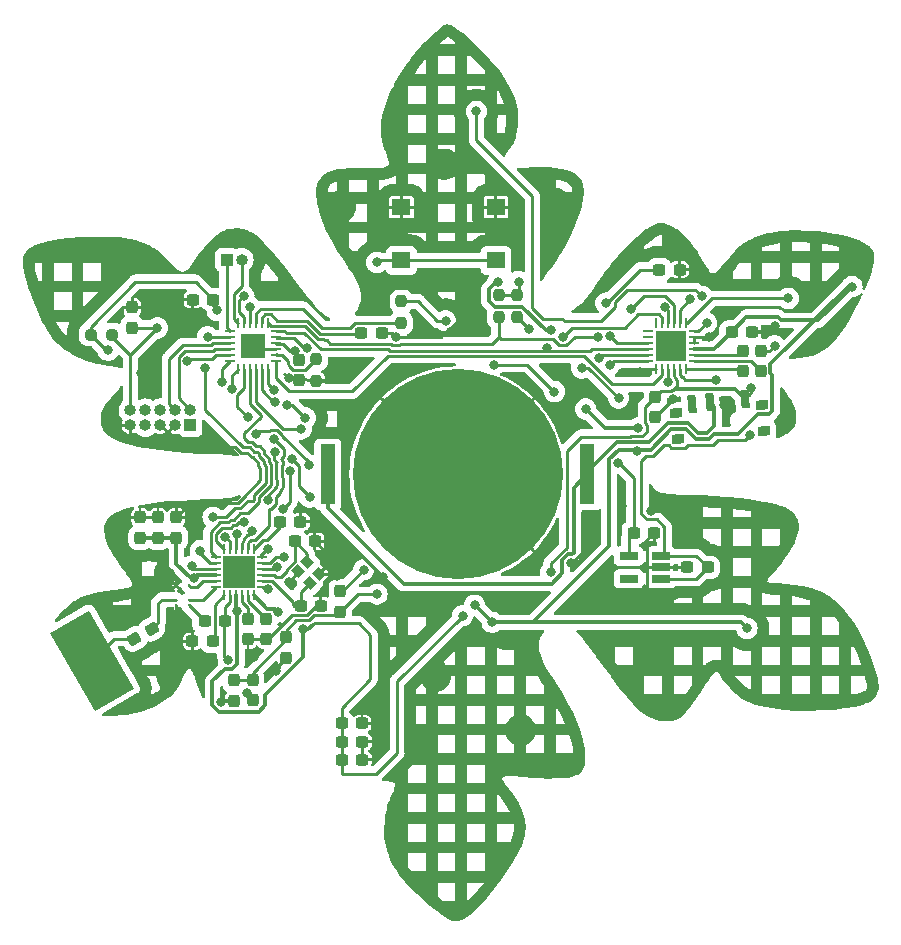
<source format=gbr>
%TF.GenerationSoftware,KiCad,Pcbnew,7.0.7*%
%TF.CreationDate,2023-12-19T22:40:54+02:00*%
%TF.ProjectId,snowflake,736e6f77-666c-4616-9b65-2e6b69636164,rev?*%
%TF.SameCoordinates,Original*%
%TF.FileFunction,Copper,L2,Bot*%
%TF.FilePolarity,Positive*%
%FSLAX46Y46*%
G04 Gerber Fmt 4.6, Leading zero omitted, Abs format (unit mm)*
G04 Created by KiCad (PCBNEW 7.0.7) date 2023-12-19 22:40:54*
%MOMM*%
%LPD*%
G01*
G04 APERTURE LIST*
G04 Aperture macros list*
%AMRoundRect*
0 Rectangle with rounded corners*
0 $1 Rounding radius*
0 $2 $3 $4 $5 $6 $7 $8 $9 X,Y pos of 4 corners*
0 Add a 4 corners polygon primitive as box body*
4,1,4,$2,$3,$4,$5,$6,$7,$8,$9,$2,$3,0*
0 Add four circle primitives for the rounded corners*
1,1,$1+$1,$2,$3*
1,1,$1+$1,$4,$5*
1,1,$1+$1,$6,$7*
1,1,$1+$1,$8,$9*
0 Add four rect primitives between the rounded corners*
20,1,$1+$1,$2,$3,$4,$5,0*
20,1,$1+$1,$4,$5,$6,$7,0*
20,1,$1+$1,$6,$7,$8,$9,0*
20,1,$1+$1,$8,$9,$2,$3,0*%
%AMRotRect*
0 Rectangle, with rotation*
0 The origin of the aperture is its center*
0 $1 length*
0 $2 width*
0 $3 Rotation angle, in degrees counterclockwise*
0 Add horizontal line*
21,1,$1,$2,0,0,$3*%
G04 Aperture macros list end*
%TA.AperFunction,SMDPad,CuDef*%
%ADD10RoundRect,0.062500X0.375000X0.062500X-0.375000X0.062500X-0.375000X-0.062500X0.375000X-0.062500X0*%
%TD*%
%TA.AperFunction,SMDPad,CuDef*%
%ADD11RoundRect,0.062500X0.062500X0.375000X-0.062500X0.375000X-0.062500X-0.375000X0.062500X-0.375000X0*%
%TD*%
%TA.AperFunction,SMDPad,CuDef*%
%ADD12R,2.100000X2.100000*%
%TD*%
%TA.AperFunction,ComponentPad*%
%ADD13RotRect,3.810000X7.620000X30.000000*%
%TD*%
%TA.AperFunction,SMDPad,CuDef*%
%ADD14RoundRect,0.237500X0.237500X-0.300000X0.237500X0.300000X-0.237500X0.300000X-0.237500X-0.300000X0*%
%TD*%
%TA.AperFunction,SMDPad,CuDef*%
%ADD15RoundRect,0.237500X-0.237500X0.300000X-0.237500X-0.300000X0.237500X-0.300000X0.237500X0.300000X0*%
%TD*%
%TA.AperFunction,SMDPad,CuDef*%
%ADD16RoundRect,0.237500X-0.237500X0.250000X-0.237500X-0.250000X0.237500X-0.250000X0.237500X0.250000X0*%
%TD*%
%TA.AperFunction,SMDPad,CuDef*%
%ADD17RoundRect,0.237500X0.300000X0.237500X-0.300000X0.237500X-0.300000X-0.237500X0.300000X-0.237500X0*%
%TD*%
%TA.AperFunction,SMDPad,CuDef*%
%ADD18RoundRect,0.062500X0.350000X0.062500X-0.350000X0.062500X-0.350000X-0.062500X0.350000X-0.062500X0*%
%TD*%
%TA.AperFunction,SMDPad,CuDef*%
%ADD19RoundRect,0.062500X0.062500X0.350000X-0.062500X0.350000X-0.062500X-0.350000X0.062500X-0.350000X0*%
%TD*%
%TA.AperFunction,SMDPad,CuDef*%
%ADD20R,2.700000X2.700000*%
%TD*%
%TA.AperFunction,SMDPad,CuDef*%
%ADD21R,1.270000X5.080000*%
%TD*%
%TA.AperFunction,SMDPad,CuDef*%
%ADD22C,17.800000*%
%TD*%
%TA.AperFunction,SMDPad,CuDef*%
%ADD23RoundRect,0.237500X-0.300000X-0.237500X0.300000X-0.237500X0.300000X0.237500X-0.300000X0.237500X0*%
%TD*%
%TA.AperFunction,SMDPad,CuDef*%
%ADD24RoundRect,0.062500X0.062500X-0.375000X0.062500X0.375000X-0.062500X0.375000X-0.062500X-0.375000X0*%
%TD*%
%TA.AperFunction,SMDPad,CuDef*%
%ADD25RoundRect,0.062500X0.375000X-0.062500X0.375000X0.062500X-0.375000X0.062500X-0.375000X-0.062500X0*%
%TD*%
%TA.AperFunction,SMDPad,CuDef*%
%ADD26R,2.600000X2.600000*%
%TD*%
%TA.AperFunction,SMDPad,CuDef*%
%ADD27R,1.600000X1.400000*%
%TD*%
%TA.AperFunction,SMDPad,CuDef*%
%ADD28RoundRect,0.237500X0.237500X-0.250000X0.237500X0.250000X-0.237500X0.250000X-0.237500X-0.250000X0*%
%TD*%
%TA.AperFunction,ComponentPad*%
%ADD29R,1.000000X1.000000*%
%TD*%
%TA.AperFunction,ComponentPad*%
%ADD30O,1.000000X1.000000*%
%TD*%
%TA.AperFunction,SMDPad,CuDef*%
%ADD31RotRect,0.900000X0.800000X315.000000*%
%TD*%
%TA.AperFunction,SMDPad,CuDef*%
%ADD32RoundRect,0.237500X0.237500X-0.287500X0.237500X0.287500X-0.237500X0.287500X-0.237500X-0.287500X0*%
%TD*%
%TA.AperFunction,SMDPad,CuDef*%
%ADD33C,0.255000*%
%TD*%
%TA.AperFunction,SMDPad,CuDef*%
%ADD34RoundRect,0.237500X0.141058X0.355681X-0.378558X0.055681X-0.141058X-0.355681X0.378558X-0.055681X0*%
%TD*%
%TA.AperFunction,SMDPad,CuDef*%
%ADD35RoundRect,0.237500X-0.250000X-0.237500X0.250000X-0.237500X0.250000X0.237500X-0.250000X0.237500X0*%
%TD*%
%TA.AperFunction,SMDPad,CuDef*%
%ADD36R,1.560000X0.650000*%
%TD*%
%TA.AperFunction,SMDPad,CuDef*%
%ADD37RotRect,1.000000X0.800000X185.000000*%
%TD*%
%TA.AperFunction,SMDPad,CuDef*%
%ADD38RotRect,0.700000X1.500000X185.000000*%
%TD*%
%TA.AperFunction,ViaPad*%
%ADD39C,0.800000*%
%TD*%
%TA.AperFunction,Conductor*%
%ADD40C,0.250000*%
%TD*%
%TA.AperFunction,Conductor*%
%ADD41C,0.300000*%
%TD*%
G04 APERTURE END LIST*
D10*
%TO.P,U2,1,PA1*%
%TO.N,LED_SCL*%
X122288100Y-81569000D03*
%TO.P,U2,2,NRST*%
%TO.N,CPU_nRST*%
X122288100Y-82069000D03*
%TO.P,U2,3,VDD*%
%TO.N,+1V8*%
X122288100Y-82569000D03*
%TO.P,U2,4,VSS*%
%TO.N,GND*%
X122288100Y-83069000D03*
%TO.P,U2,5,PA2/ROSC*%
%TO.N,Net-(U2-PA2{slash}ROSC)*%
X122288100Y-83569000D03*
%TO.P,U2,6,PA3*%
%TO.N,LED_EN*%
X122288100Y-84069000D03*
D11*
%TO.P,U2,7,PA4*%
%TO.N,RADIO_SDO*%
X121600600Y-84756500D03*
%TO.P,U2,8,PA9*%
%TO.N,RADIO_SDI*%
X121100600Y-84756500D03*
%TO.P,U2,9,PA10*%
%TO.N,LED_nINT*%
X120600600Y-84756500D03*
%TO.P,U2,10,PA11*%
%TO.N,RADIO_SCLK*%
X120100600Y-84756500D03*
%TO.P,U2,11,PA15/A9*%
%TO.N,RADIO_IRQn*%
X119600600Y-84756500D03*
%TO.P,U2,12,PA16/A8*%
%TO.N,RADIO_RDY_STATUS*%
X119100600Y-84756500D03*
D10*
%TO.P,U2,13,PA17*%
%TO.N,RADIO_STBY_STATUS*%
X118413100Y-84069000D03*
%TO.P,U2,14,PA18/A7*%
%TO.N,BSL_INVOKE*%
X118413100Y-83569000D03*
%TO.P,U2,15,PA19/SWDIO*%
%TO.N,SWDIO*%
X118413100Y-83069000D03*
%TO.P,U2,16,PA20/A6/SWCLK*%
%TO.N,SWDCLK*%
X118413100Y-82569000D03*
%TO.P,U2,17,PA21/A5/VREF-*%
%TO.N,RADIO_SYNC*%
X118413100Y-82069000D03*
%TO.P,U2,18,PA22/A4*%
%TO.N,BSL_RX*%
X118413100Y-81569000D03*
D11*
%TO.P,U2,19,PA23/VREF+*%
%TO.N,BSL_TX*%
X119100600Y-80881500D03*
%TO.P,U2,20,PA24/A3*%
%TO.N,RADIO_CSn*%
X119600600Y-80881500D03*
%TO.P,U2,21,PA25/A2*%
%TO.N,RADIO_SHUTDN*%
X120100600Y-80881500D03*
%TO.P,U2,22,PA26/A1*%
%TO.N,STATUS_LED*%
X120600600Y-80881500D03*
%TO.P,U2,23,VCORE*%
%TO.N,Net-(U2-VCORE)*%
X121100600Y-80881500D03*
%TO.P,U2,24,PA0*%
%TO.N,LED_SDA*%
X121600600Y-80881500D03*
D12*
%TO.P,U2,25,PAD*%
%TO.N,GND*%
X120350600Y-82819000D03*
%TD*%
D13*
%TO.P,AE1,1,A*%
%TO.N,Net-(AE1-A)*%
X106702038Y-109448600D03*
%TD*%
D14*
%TO.P,C5,1*%
%TO.N,Net-(U5-C1-)*%
X163322000Y-84936500D03*
%TO.P,C5,2*%
%TO.N,Net-(U5-C1+)*%
X163322000Y-83211500D03*
%TD*%
D15*
%TO.P,C11,1*%
%TO.N,Net-(U1-VREF_VCO)*%
X119913400Y-105918000D03*
%TO.P,C11,2*%
%TO.N,GND*%
X119913400Y-107643000D03*
%TD*%
D16*
%TO.P,R2,1*%
%TO.N,+1V8*%
X142671800Y-78487900D03*
%TO.P,R2,2*%
%TO.N,LED_SCL*%
X142671800Y-80312900D03*
%TD*%
D14*
%TO.P,C21,1*%
%TO.N,VCC*%
X113842800Y-99034600D03*
%TO.P,C21,2*%
%TO.N,GND*%
X113842800Y-97309600D03*
%TD*%
D17*
%TO.P,C1,1*%
%TO.N,VDD*%
X158825100Y-101549200D03*
%TO.P,C1,2*%
%TO.N,GND*%
X157100100Y-101549200D03*
%TD*%
D18*
%TO.P,U1,1,VDD_SMPS*%
%TO.N,VCC*%
X121113900Y-100680200D03*
%TO.P,U1,2,SMPS1*%
%TO.N,Net-(U1-SMPS1)*%
X121113900Y-101180200D03*
%TO.P,U1,3,SMPS2*%
%TO.N,VSMPS2*%
X121113900Y-101680200D03*
%TO.P,U1,4,XOUT*%
%TO.N,Net-(U1-XOUT)*%
X121113900Y-102180200D03*
%TO.P,U1,5,XIN*%
%TO.N,Net-(U1-XIN)*%
X121113900Y-102680200D03*
%TO.P,U1,6,SDN*%
%TO.N,RADIO_SHUTDN*%
X121113900Y-103180200D03*
D19*
%TO.P,U1,7,VDD_ANA/SYNTH*%
%TO.N,VCC*%
X120401400Y-103892700D03*
%TO.P,U1,8,VR_SYNTH*%
%TO.N,Net-(U1-VR_SYNTH)*%
X119901400Y-103892700D03*
%TO.P,U1,9,VREF_VCO*%
%TO.N,Net-(U1-VREF_VCO)*%
X119401400Y-103892700D03*
%TO.P,U1,10,VDD_VCO/TX*%
%TO.N,VCC*%
X118901400Y-103892700D03*
%TO.P,U1,11,TX*%
%TO.N,Net-(U1-TX)*%
X118401400Y-103892700D03*
%TO.P,U1,12,VR_RF*%
%TO.N,Net-(U1-VR_RF)*%
X117901400Y-103892700D03*
D18*
%TO.P,U1,13,RX_n*%
%TO.N,Net-(U1-RX_n)*%
X117188900Y-103180200D03*
%TO.P,U1,14,RX_p*%
%TO.N,Net-(U1-RX_p)*%
X117188900Y-102680200D03*
%TO.P,U1,15,VDD_RX/DIG*%
%TO.N,VCC*%
X117188900Y-102180200D03*
%TO.P,U1,16,SDO*%
%TO.N,RADIO_SDO*%
X117188900Y-101680200D03*
%TO.P,U1,17,SDI*%
%TO.N,RADIO_SDI*%
X117188900Y-101180200D03*
%TO.P,U1,18,SCLK*%
%TO.N,RADIO_SCLK*%
X117188900Y-100680200D03*
D19*
%TO.P,U1,19,CSn*%
%TO.N,RADIO_CSn*%
X117901400Y-99967700D03*
%TO.P,U1,20,GPIO0*%
%TO.N,RADIO_SYNC*%
X118401400Y-99967700D03*
%TO.P,U1,21,GPIO1*%
%TO.N,RADIO_STBY_STATUS*%
X118901400Y-99967700D03*
%TO.P,U1,22,GPIO2*%
%TO.N,RADIO_RDY_STATUS*%
X119401400Y-99967700D03*
%TO.P,U1,23,GPIO3*%
%TO.N,RADIO_IRQn*%
X119901400Y-99967700D03*
%TO.P,U1,24,VR_DIG*%
%TO.N,Net-(U1-VR_DIG)*%
X120401400Y-99967700D03*
D20*
%TO.P,U1,25,PAD*%
%TO.N,GND*%
X119151400Y-101930200D03*
%TD*%
D21*
%TO.P,BT1,1,+*%
%TO.N,Net-(BT1-+)*%
X148639800Y-93675200D03*
X126669800Y-93675200D03*
D22*
%TO.P,BT1,2,-*%
%TO.N,GND*%
X137654800Y-93675200D03*
%TD*%
D23*
%TO.P,C13,1*%
%TO.N,Net-(U1-VR_DIG)*%
X122632300Y-97688400D03*
%TO.P,C13,2*%
%TO.N,GND*%
X124357300Y-97688400D03*
%TD*%
D15*
%TO.P,C6,1*%
%TO.N,Net-(U5-C2-)*%
X161798000Y-83212600D03*
%TO.P,C6,2*%
%TO.N,Net-(U5-C2+)*%
X161798000Y-84937600D03*
%TD*%
D23*
%TO.P,C7,1*%
%TO.N,VOUT*%
X160859300Y-81610200D03*
%TO.P,C7,2*%
%TO.N,GND*%
X162584300Y-81610200D03*
%TD*%
D24*
%TO.P,U5,1,C2+*%
%TO.N,Net-(U5-C2+)*%
X156987800Y-84756500D03*
%TO.P,U5,2,C1+*%
%TO.N,Net-(U5-C1+)*%
X156487800Y-84756500D03*
%TO.P,U5,3,VIN*%
%TO.N,VCC*%
X155987800Y-84756500D03*
%TO.P,U5,4,AGND*%
%TO.N,GND*%
X155487800Y-84756500D03*
%TO.P,U5,5,EN/PWM*%
%TO.N,LED_EN*%
X154987800Y-84756500D03*
%TO.P,U5,6,CLK*%
%TO.N,GND*%
X154487800Y-84756500D03*
D25*
%TO.P,U5,7,GPIO/TRG/INT*%
%TO.N,LED_nINT*%
X153800300Y-84069000D03*
%TO.P,U5,8,SDA*%
%TO.N,LED_SDA*%
X153800300Y-83569000D03*
%TO.P,U5,9,SCL*%
%TO.N,LED_SCL*%
X153800300Y-83069000D03*
%TO.P,U5,10,V1P8*%
%TO.N,+1V8*%
X153800300Y-82569000D03*
%TO.P,U5,11,LED8*%
%TO.N,unconnected-(U5-LED8-Pad11)*%
X153800300Y-82069000D03*
%TO.P,U5,12,LED7*%
%TO.N,unconnected-(U5-LED7-Pad12)*%
X153800300Y-81569000D03*
D24*
%TO.P,U5,13,LED6*%
%TO.N,unconnected-(U5-LED6-Pad13)*%
X154487800Y-80881500D03*
%TO.P,U5,14,LED5*%
%TO.N,Net-(D6-K)*%
X154987800Y-80881500D03*
%TO.P,U5,15,LED4*%
%TO.N,Net-(D5-K)*%
X155487800Y-80881500D03*
%TO.P,U5,16,LED3*%
%TO.N,Net-(D4-K)*%
X155987800Y-80881500D03*
%TO.P,U5,17,LED2*%
%TO.N,Net-(D3-K)*%
X156487800Y-80881500D03*
%TO.P,U5,18,LED1*%
%TO.N,Net-(D2-K)*%
X156987800Y-80881500D03*
D25*
%TO.P,U5,19,LED0*%
%TO.N,Net-(D1-K)*%
X157675300Y-81569000D03*
%TO.P,U5,20,ADDR*%
%TO.N,GND*%
X157675300Y-82069000D03*
%TO.P,U5,21,PGND*%
X157675300Y-82569000D03*
%TO.P,U5,22,VOUT*%
%TO.N,VOUT*%
X157675300Y-83069000D03*
%TO.P,U5,23,C2-*%
%TO.N,Net-(U5-C2-)*%
X157675300Y-83569000D03*
%TO.P,U5,24,C1-*%
%TO.N,Net-(U5-C1-)*%
X157675300Y-84069000D03*
D26*
%TO.P,U5,25,EGP*%
%TO.N,GND*%
X155737800Y-82819000D03*
%TD*%
D23*
%TO.P,C26,1*%
%TO.N,VCC*%
X127864700Y-116306600D03*
%TO.P,C26,2*%
%TO.N,GND*%
X129589700Y-116306600D03*
%TD*%
%TO.P,C20,1*%
%TO.N,Net-(U2-VCORE)*%
X129515700Y-81737200D03*
%TO.P,C20,2*%
%TO.N,GND*%
X131240700Y-81737200D03*
%TD*%
D15*
%TO.P,C3,1*%
%TO.N,VCC*%
X154381200Y-87098800D03*
%TO.P,C3,2*%
%TO.N,GND*%
X154381200Y-88823800D03*
%TD*%
D27*
%TO.P,SW2,1,1*%
%TO.N,GND*%
X140906000Y-71054400D03*
X132906000Y-71054400D03*
%TO.P,SW2,2,2*%
%TO.N,BSL_INVOKE*%
X140906000Y-75554400D03*
X132906000Y-75554400D03*
%TD*%
D28*
%TO.P,R5,1*%
%TO.N,STATUS_LED*%
X132892800Y-80844400D03*
%TO.P,R5,2*%
%TO.N,Net-(D7-A)*%
X132892800Y-79019400D03*
%TD*%
D15*
%TO.P,C18,1*%
%TO.N,+1V8*%
X124206000Y-83948100D03*
%TO.P,C18,2*%
%TO.N,GND*%
X124206000Y-85673100D03*
%TD*%
D29*
%TO.P,J2,1,Pin_1*%
%TO.N,BSL_RX*%
X118110000Y-75488800D03*
D30*
%TO.P,J2,2,Pin_2*%
%TO.N,BSL_TX*%
X119380000Y-75488800D03*
%TD*%
D14*
%TO.P,C17,1*%
%TO.N,CPU_nRST*%
X110109000Y-81253500D03*
%TO.P,C17,2*%
%TO.N,GND*%
X110109000Y-79528500D03*
%TD*%
D29*
%TO.P,J1,1,VTref*%
%TO.N,+1V8*%
X115036600Y-89509600D03*
D30*
%TO.P,J1,2,SWDIO/TMS*%
%TO.N,SWDIO*%
X115036600Y-88239600D03*
%TO.P,J1,3,GND*%
%TO.N,GND*%
X113766600Y-89509600D03*
%TO.P,J1,4,SWDCLK/TCK*%
%TO.N,SWDCLK*%
X113766600Y-88239600D03*
%TO.P,J1,5,GND*%
%TO.N,GND*%
X112496600Y-89509600D03*
%TO.P,J1,6,SWO/TDO*%
%TO.N,unconnected-(J1-SWO{slash}TDO-Pad6)*%
X112496600Y-88239600D03*
%TO.P,J1,7,KEY*%
%TO.N,unconnected-(J1-KEY-Pad7)*%
X111226600Y-89509600D03*
%TO.P,J1,8,NC/TDI*%
%TO.N,unconnected-(J1-NC{slash}TDI-Pad8)*%
X111226600Y-88239600D03*
%TO.P,J1,9,GNDDetect*%
%TO.N,GND*%
X109956600Y-89509600D03*
%TO.P,J1,10,~{RESET}*%
%TO.N,CPU_nRST*%
X109956600Y-88239600D03*
%TD*%
D31*
%TO.P,Y1,1,1*%
%TO.N,Net-(U1-XOUT)*%
X124938134Y-101097117D03*
%TO.P,Y1,2,2*%
%TO.N,GND*%
X125928083Y-102087066D03*
%TO.P,Y1,3,3*%
%TO.N,Net-(U1-XIN)*%
X125150266Y-102864883D03*
%TO.P,Y1,4,4*%
%TO.N,GND*%
X124160317Y-101874934D03*
%TD*%
D17*
%TO.P,C14,1*%
%TO.N,Net-(U1-TX)*%
X117957600Y-106121200D03*
%TO.P,C14,2*%
%TO.N,Net-(U3-TX)*%
X116232600Y-106121200D03*
%TD*%
%TO.P,C12,1*%
%TO.N,Net-(U1-VR_RF)*%
X116915100Y-107797600D03*
%TO.P,C12,2*%
%TO.N,GND*%
X115190100Y-107797600D03*
%TD*%
D23*
%TO.P,C16,1*%
%TO.N,Net-(U1-XIN)*%
X124358400Y-104775000D03*
%TO.P,C16,2*%
%TO.N,GND*%
X126083400Y-104775000D03*
%TD*%
D15*
%TO.P,C10,1*%
%TO.N,Net-(U1-VR_SYNTH)*%
X121437400Y-105919100D03*
%TO.P,C10,2*%
%TO.N,GND*%
X121437400Y-107644100D03*
%TD*%
D16*
%TO.P,R3,1*%
%TO.N,+1V8*%
X141122400Y-78487900D03*
%TO.P,R3,2*%
%TO.N,LED_SDA*%
X141122400Y-80312900D03*
%TD*%
D15*
%TO.P,C8,1*%
%TO.N,VSMPS2*%
X118719600Y-111101800D03*
%TO.P,C8,2*%
%TO.N,GND*%
X118719600Y-112826800D03*
%TD*%
D14*
%TO.P,C22,1*%
%TO.N,VCC*%
X112293400Y-99034600D03*
%TO.P,C22,2*%
%TO.N,GND*%
X112293400Y-97309600D03*
%TD*%
D23*
%TO.P,C2,1*%
%TO.N,+1V8*%
X152578900Y-98602800D03*
%TO.P,C2,2*%
%TO.N,GND*%
X154303900Y-98602800D03*
%TD*%
%TO.P,C15,1*%
%TO.N,Net-(U1-XOUT)*%
X123851500Y-99339400D03*
%TO.P,C15,2*%
%TO.N,GND*%
X125576500Y-99339400D03*
%TD*%
%TO.P,C25,1*%
%TO.N,VCC*%
X127865800Y-117830600D03*
%TO.P,C25,2*%
%TO.N,GND*%
X129590800Y-117830600D03*
%TD*%
D32*
%TO.P,L1,1*%
%TO.N,VSMPS2*%
X127711200Y-105294400D03*
%TO.P,L1,2*%
%TO.N,Net-(U1-SMPS1)*%
X127711200Y-103544400D03*
%TD*%
D23*
%TO.P,C4,1*%
%TO.N,+1V8*%
X154737900Y-76327000D03*
%TO.P,C4,2*%
%TO.N,GND*%
X156462900Y-76327000D03*
%TD*%
D17*
%TO.P,C19,1*%
%TO.N,+1V8*%
X116965900Y-78867000D03*
%TO.P,C19,2*%
%TO.N,GND*%
X115240900Y-78867000D03*
%TD*%
D15*
%TO.P,C9,1*%
%TO.N,VSMPS2*%
X123139200Y-107468500D03*
%TO.P,C9,2*%
%TO.N,GND*%
X123139200Y-109193500D03*
%TD*%
D33*
%TO.P,U3,1,GND*%
%TO.N,GND*%
X113824200Y-103057000D03*
%TO.P,U3,2,ANT*%
%TO.N,Net-(U3-ANT)*%
X113824200Y-104267000D03*
%TO.P,U3,3,GND*%
%TO.N,GND*%
X113824200Y-104767000D03*
%TO.P,U3,4,RX_P*%
%TO.N,Net-(U1-RX_p)*%
X114884200Y-103057000D03*
%TO.P,U3,5,RX_N*%
%TO.N,Net-(U1-RX_n)*%
X114884200Y-104267000D03*
%TO.P,U3,6,TX*%
%TO.N,Net-(U3-TX)*%
X114884200Y-104767000D03*
%TD*%
D16*
%TO.P,R4,1*%
%TO.N,Net-(U2-PA2{slash}ROSC)*%
X125679200Y-83898100D03*
%TO.P,R4,2*%
%TO.N,GND*%
X125679200Y-85723100D03*
%TD*%
D23*
%TO.P,C24,1*%
%TO.N,VCC*%
X127841500Y-114757200D03*
%TO.P,C24,2*%
%TO.N,GND*%
X129566500Y-114757200D03*
%TD*%
D32*
%TO.P,L2,1*%
%TO.N,Net-(U1-TX)*%
X120294400Y-112812800D03*
%TO.P,L2,2*%
%TO.N,VSMPS2*%
X120294400Y-111062800D03*
%TD*%
D34*
%TO.P,C27,1*%
%TO.N,Net-(U3-ANT)*%
X111770347Y-106731350D03*
%TO.P,C27,2*%
%TO.N,Net-(AE1-A)*%
X110276453Y-107593850D03*
%TD*%
D35*
%TO.P,R1,1*%
%TO.N,+1V8*%
X106580300Y-81838800D03*
%TO.P,R1,2*%
%TO.N,CPU_nRST*%
X108405300Y-81838800D03*
%TD*%
D36*
%TO.P,U4,1,VIN*%
%TO.N,VDD*%
X154842200Y-100599200D03*
%TO.P,U4,2,GND*%
%TO.N,GND*%
X154842200Y-101549200D03*
%TO.P,U4,3,EN*%
%TO.N,VDD*%
X154842200Y-102499200D03*
%TO.P,U4,4,NC*%
%TO.N,unconnected-(U4-NC-Pad4)*%
X152142200Y-102499200D03*
%TO.P,U4,5,VOUT*%
%TO.N,+1V8*%
X152142200Y-100599200D03*
%TD*%
D14*
%TO.P,C23,1*%
%TO.N,VCC*%
X110769400Y-99034600D03*
%TO.P,C23,2*%
%TO.N,GND*%
X110769400Y-97309600D03*
%TD*%
D37*
%TO.P,SW1,*%
%TO.N,*%
X163620674Y-90004162D03*
X163428060Y-87802572D03*
X156348453Y-90640399D03*
X156155839Y-88438809D03*
D38*
%TO.P,SW1,1,A*%
%TO.N,VDD*%
X161976736Y-87277063D03*
%TO.P,SW1,2,B*%
%TO.N,Net-(BT1-+)*%
X158988152Y-87538530D03*
%TO.P,SW1,3,C*%
%TO.N,unconnected-(SW1-C-Pad3)*%
X157493860Y-87669264D03*
%TD*%
D39*
%TO.N,GND*%
X126314200Y-103505000D03*
%TO.N,VDD*%
X162534600Y-86334600D03*
X162433000Y-90322400D03*
%TO.N,GND*%
X155752800Y-82880200D03*
X155463063Y-85873831D03*
X118878054Y-73608749D03*
X117652800Y-112903000D03*
X120396000Y-109143800D03*
X160248600Y-87807800D03*
X154000200Y-96748600D03*
X127457200Y-102260400D03*
X119151402Y-101930201D03*
X156337000Y-96570800D03*
X109118400Y-76454000D03*
X110847429Y-85050335D03*
X123342400Y-102793800D03*
X154076400Y-109093000D03*
X131368800Y-102387400D03*
X113798770Y-105568200D03*
X136575800Y-105537000D03*
X143002000Y-115316000D03*
X113665000Y-107518200D03*
X108458000Y-88976200D03*
X145897600Y-70713600D03*
X142519400Y-71069200D03*
X153085800Y-84988400D03*
X127990600Y-85140800D03*
X165049200Y-88976200D03*
X155917890Y-87307173D03*
X122298251Y-110346488D03*
X115189000Y-80899000D03*
X127736600Y-70993000D03*
X155473400Y-96570800D03*
X158953200Y-82067400D03*
X132410200Y-82016600D03*
X150164800Y-104063800D03*
X147275953Y-101201545D03*
X129311400Y-84124800D03*
X164490400Y-81102200D03*
X145949309Y-84910019D03*
X137668000Y-93421200D03*
X136525000Y-67411600D03*
X134086600Y-116230400D03*
X154101800Y-104216200D03*
X135813800Y-110744000D03*
X113284000Y-102031800D03*
X113487200Y-110794800D03*
X123342400Y-85547200D03*
X141874631Y-107239263D03*
X148996400Y-99339400D03*
X111379000Y-78765400D03*
X113258600Y-91084400D03*
X151612600Y-96367600D03*
X143230600Y-104317800D03*
X167944800Y-82575400D03*
%TO.N,+1V8*%
X150214821Y-79167461D03*
X151231600Y-92684600D03*
X151282400Y-87198200D03*
X108077000Y-83159600D03*
X123905600Y-83253503D03*
X117297200Y-79781400D03*
X150582800Y-81991200D03*
X142824200Y-77343000D03*
X148171600Y-84654283D03*
%TO.N,VCC*%
X115305685Y-102452435D03*
X124564933Y-106750000D03*
X121564400Y-100025200D03*
X138087283Y-105638242D03*
X122494894Y-105308400D03*
X118948200Y-105195200D03*
X145542000Y-101955600D03*
%TO.N,Net-(U5-C1+)*%
X164490400Y-82778600D03*
X159531988Y-85660879D03*
%TO.N,VOUT*%
X152816543Y-91673156D03*
X171043600Y-77774800D03*
X148513800Y-88138000D03*
X162153600Y-106705400D03*
X152937224Y-89723156D03*
X140592014Y-106188993D03*
X145542000Y-81457800D03*
X139090400Y-104764850D03*
X141046200Y-77400900D03*
%TO.N,VSMPS2*%
X130823400Y-103813973D03*
X122405021Y-101548676D03*
%TO.N,CPU_nRST*%
X124941653Y-82968947D03*
X112242600Y-81280000D03*
%TO.N,Net-(D1-K)*%
X158346669Y-78601000D03*
X158750000Y-80848200D03*
X139242800Y-62941200D03*
%TO.N,Net-(D2-K)*%
X165658800Y-78765400D03*
%TO.N,Net-(D3-K)*%
X157372978Y-78828884D03*
%TO.N,Net-(D4-K)*%
X152371779Y-79641126D03*
%TO.N,Net-(D5-K)*%
X155196880Y-79536617D03*
%TO.N,Net-(D6-K)*%
X146544600Y-82027702D03*
X123215400Y-87757000D03*
X124773237Y-88888063D03*
%TO.N,Net-(D7-A)*%
X140766800Y-84378800D03*
X136652000Y-80670400D03*
X145846800Y-86664800D03*
%TO.N,Net-(U1-SMPS1)*%
X122976701Y-100678014D03*
X129692400Y-101752400D03*
%TO.N,Net-(U1-TX)*%
X118237000Y-109423200D03*
X119829754Y-112155890D03*
%TO.N,LED_SCL*%
X143731223Y-81352343D03*
X145260047Y-82930800D03*
%TO.N,LED_SDA*%
X149583201Y-82000673D03*
X149606000Y-83794000D03*
%TO.N,BSL_INVOKE*%
X114757200Y-84048600D03*
X130823400Y-75717400D03*
%TO.N,RADIO_SHUTDN*%
X125134295Y-95584326D03*
X120095409Y-79510457D03*
X123661000Y-92400304D03*
X121631665Y-103389600D03*
%TO.N,RADIO_SDO*%
X122201891Y-91811693D03*
X121571012Y-95863690D03*
X115140613Y-101466151D03*
X122118492Y-86526031D03*
%TO.N,RADIO_SDI*%
X122210808Y-87521763D03*
X123479800Y-93390731D03*
X122872384Y-96603791D03*
X115874800Y-100126800D03*
%TO.N,RADIO_CSn*%
X119609030Y-97716605D03*
X119560857Y-78561901D03*
%TO.N,RADIO_SYNC*%
X116281200Y-84632800D03*
X116961764Y-97289630D03*
X116484400Y-82016600D03*
X117999195Y-98939205D03*
%TO.N,RADIO_STBY_STATUS*%
X117742800Y-85826600D03*
X118968646Y-98692422D03*
%TO.N,RADIO_RDY_STATUS*%
X118558791Y-86404669D03*
X120233603Y-98497575D03*
X125078865Y-92914066D03*
X120552532Y-90290141D03*
%TO.N,RADIO_IRQn*%
X122076809Y-90661305D03*
X119914796Y-88838498D03*
%TO.N,LED_nINT*%
X150528222Y-84400501D03*
X124406656Y-89818452D03*
%TD*%
D40*
%TO.N,VCC*%
X125500943Y-106273600D02*
X125388292Y-106386251D01*
X129286000Y-106273600D02*
X125500943Y-106273600D01*
X130278800Y-107266400D02*
X129286000Y-106273600D01*
X127863600Y-119049800D02*
X127863600Y-113411000D01*
X130733800Y-119049800D02*
X127863600Y-119049800D01*
X127863600Y-113411000D02*
X130278800Y-110995800D01*
X132537200Y-117246400D02*
X130733800Y-119049800D01*
X130278800Y-110995800D02*
X130278800Y-107266400D01*
X132537200Y-111188325D02*
X132537200Y-117246400D01*
X138087283Y-105638242D02*
X132537200Y-111188325D01*
%TO.N,Net-(U1-SMPS1)*%
X127900400Y-103544400D02*
X129692400Y-101752400D01*
X127711200Y-103544400D02*
X127900400Y-103544400D01*
%TO.N,VSMPS2*%
X129191627Y-103813973D02*
X130823400Y-103813973D01*
X127406200Y-105599400D02*
X127711200Y-105294400D01*
X125503391Y-105599400D02*
X127406200Y-105599400D01*
X124011801Y-106025000D02*
X125077791Y-106025000D01*
X125077791Y-106025000D02*
X125503391Y-105599400D01*
X123139200Y-106897601D02*
X124011801Y-106025000D01*
X123139200Y-107468500D02*
X123139200Y-106897601D01*
X127711200Y-105294400D02*
X129191627Y-103813973D01*
%TO.N,VDD*%
X162001200Y-90754200D02*
X162433000Y-90322400D01*
X159740600Y-90754200D02*
X162001200Y-90754200D01*
X159312600Y-91182200D02*
X159740600Y-90754200D01*
X157154132Y-91182200D02*
X159312600Y-91182200D01*
X155525342Y-91182200D02*
X155750597Y-91407455D01*
X155095568Y-91182200D02*
X155525342Y-91182200D01*
X154177368Y-92100400D02*
X155095568Y-91182200D01*
X153212800Y-92532200D02*
X153644600Y-92100400D01*
X153644600Y-92100400D02*
X154177368Y-92100400D01*
X154519295Y-97485200D02*
X153670000Y-97485200D01*
X155166400Y-100275000D02*
X155166400Y-98132305D01*
X155166400Y-98132305D02*
X154519295Y-97485200D01*
X155750597Y-91407455D02*
X156928877Y-91407455D01*
X153212800Y-97028000D02*
X153212800Y-92532200D01*
X154842200Y-100599200D02*
X155166400Y-100275000D01*
X153670000Y-97485200D02*
X153212800Y-97028000D01*
X156928877Y-91407455D02*
X157154132Y-91182200D01*
D41*
%TO.N,VOUT*%
X170737663Y-77774800D02*
X171043600Y-77774800D01*
X164147388Y-85062124D02*
X164147388Y-84365075D01*
X164312600Y-85227336D02*
X164147388Y-85062124D01*
X164312600Y-88300868D02*
X164312600Y-85227336D01*
X164018840Y-88594628D02*
X164312600Y-88300868D01*
X163086171Y-88594628D02*
X164018840Y-88594628D01*
X158953589Y-90707200D02*
X159381589Y-90279200D01*
X156956663Y-89848343D02*
X157815520Y-90707200D01*
X155757673Y-89848343D02*
X156956663Y-89848343D01*
X154036816Y-91569200D02*
X155757673Y-89848343D01*
X164147388Y-84365075D02*
X170737663Y-77774800D01*
%TO.N,Net-(BT1-+)*%
X151174248Y-90961256D02*
X148639800Y-93495704D01*
X152467782Y-90961256D02*
X151174248Y-90961256D01*
X158020718Y-90185600D02*
X158001026Y-90185600D01*
%TO.N,VOUT*%
X157815520Y-90707200D02*
X158953589Y-90707200D01*
%TO.N,Net-(BT1-+)*%
X158746482Y-90207200D02*
X158042318Y-90207200D01*
X148639800Y-93495704D02*
X148639800Y-93675200D01*
X158988152Y-87538530D02*
X159373174Y-87923552D01*
X152505882Y-90923156D02*
X152467782Y-90961256D01*
X158042318Y-90207200D02*
X158020718Y-90185600D01*
X158001026Y-90185600D02*
X157163769Y-89348343D01*
%TO.N,VOUT*%
X161401599Y-90279200D02*
X163086171Y-88594628D01*
%TO.N,Net-(BT1-+)*%
X153904781Y-90923156D02*
X152505882Y-90923156D01*
X159373174Y-87923552D02*
X159373174Y-89580508D01*
%TO.N,VOUT*%
X159381589Y-90279200D02*
X161401599Y-90279200D01*
%TO.N,Net-(BT1-+)*%
X157163769Y-89348343D02*
X155479594Y-89348343D01*
X159373174Y-89580508D02*
X158746482Y-90207200D01*
X155479594Y-89348343D02*
X153904781Y-90923156D01*
D40*
%TO.N,VDD*%
X162534600Y-86719199D02*
X162312612Y-86941187D01*
X162534600Y-86334600D02*
X162534600Y-86719199D01*
D41*
%TO.N,VOUT*%
X150098956Y-89723156D02*
X152937224Y-89723156D01*
X148513800Y-88138000D02*
X150098956Y-89723156D01*
D40*
%TO.N,VCC*%
X145542000Y-101203086D02*
X145542000Y-101955600D01*
X148121344Y-90486256D02*
X146879800Y-91727800D01*
X152271031Y-90486256D02*
X148121344Y-90486256D01*
X153683800Y-89463295D02*
X153683800Y-90063905D01*
X153535400Y-89314895D02*
X153683800Y-89463295D01*
X153683800Y-90063905D02*
X153299549Y-90448156D01*
X153535400Y-87944600D02*
X153535400Y-89314895D01*
X154381200Y-87098800D02*
X153535400Y-87944600D01*
X152309130Y-90448156D02*
X152271031Y-90486256D01*
X153299549Y-90448156D02*
X152309130Y-90448156D01*
D41*
%TO.N,VOUT*%
X154036816Y-91569200D02*
X152920499Y-91569200D01*
X152920499Y-91569200D02*
X152816543Y-91673156D01*
D40*
%TO.N,VCC*%
X146879800Y-91727800D02*
X146879800Y-99865286D01*
X146879800Y-99865286D02*
X145542000Y-101203086D01*
%TO.N,Net-(AE1-A)*%
X110276453Y-107593850D02*
X110276453Y-107655547D01*
X110276453Y-107593850D02*
X108556788Y-107593850D01*
X108556788Y-107593850D02*
X106702038Y-109448600D01*
X108483400Y-109448600D02*
X106702038Y-109448600D01*
D41*
%TO.N,Net-(BT1-+)*%
X147354201Y-100451545D02*
X147497776Y-100307970D01*
X147497776Y-94817224D02*
X148639800Y-93675200D01*
X126669800Y-93675200D02*
X126669800Y-96515200D01*
X146525953Y-102032308D02*
X146525953Y-100890884D01*
X126669800Y-96515200D02*
X133079800Y-102925200D01*
X146525953Y-100890884D02*
X146965292Y-100451545D01*
X145633061Y-102925200D02*
X146525953Y-102032308D01*
X146965292Y-100451545D02*
X147354201Y-100451545D01*
X133079800Y-102925200D02*
X145633061Y-102925200D01*
X147497776Y-100307970D02*
X147497776Y-94817224D01*
D40*
%TO.N,GND*%
X155295600Y-96748600D02*
X155473400Y-96570800D01*
X121592000Y-107643000D02*
X122555000Y-106680000D01*
X124160317Y-101874934D02*
X124160317Y-101975883D01*
X123342400Y-85547200D02*
X124080100Y-85547200D01*
X153737200Y-101474200D02*
X153737200Y-99169500D01*
X158951600Y-82069000D02*
X158953200Y-82067400D01*
X125928083Y-102087066D02*
X127283866Y-102087066D01*
X155487800Y-84756500D02*
X155487800Y-85849094D01*
X123139200Y-109193500D02*
X122298251Y-110034449D01*
X157675300Y-82569000D02*
X157675300Y-82069000D01*
X118719600Y-112826800D02*
X117729000Y-112826800D01*
X114782600Y-91338400D02*
X113512600Y-91338400D01*
X136259900Y-82016600D02*
X132410200Y-82016600D01*
X154000200Y-96748600D02*
X155295600Y-96748600D01*
X127408300Y-85723100D02*
X127990600Y-85140800D01*
X117729000Y-112826800D02*
X117652800Y-112903000D01*
X136952305Y-81395400D02*
X136881100Y-81395400D01*
X138266500Y-80081205D02*
X136952305Y-81395400D01*
X119061400Y-96076600D02*
X119507000Y-95631000D01*
X129311400Y-84124800D02*
X129006600Y-84124800D01*
X120294400Y-92202000D02*
X120218200Y-92202000D01*
X115190100Y-107797600D02*
X115190100Y-106959530D01*
X113944400Y-107797600D02*
X113665000Y-107518200D01*
X115190100Y-106959530D02*
X113798770Y-105568200D01*
X129006600Y-84124800D02*
X127990600Y-85140800D01*
X153812200Y-101549200D02*
X153737200Y-101474200D01*
X122298251Y-110034449D02*
X122298251Y-110346488D01*
X154842200Y-101549200D02*
X157100100Y-101549200D01*
X124891395Y-105575000D02*
X125691395Y-104775000D01*
X113824200Y-104767000D02*
X113824200Y-105542770D01*
X153737200Y-103851600D02*
X154101800Y-104216200D01*
X154842200Y-101549200D02*
X153812200Y-101549200D01*
X113824200Y-102572000D02*
X113284000Y-102031800D01*
X120954800Y-93144162D02*
X120777000Y-92966362D01*
X127457200Y-102260400D02*
X127457200Y-101220100D01*
X119507000Y-95631000D02*
X119507000Y-95629604D01*
X113842800Y-97309600D02*
X115075800Y-96076600D01*
X125691395Y-104775000D02*
X126083400Y-104775000D01*
X119913400Y-107643000D02*
X121592000Y-107643000D01*
X124080100Y-85547200D02*
X124206000Y-85673100D01*
X154401263Y-88823800D02*
X155917890Y-87307173D01*
X131240700Y-81737200D02*
X132130800Y-81737200D01*
X148996400Y-99481098D02*
X147275953Y-101201545D01*
X154381200Y-88823800D02*
X154401263Y-88823800D01*
X122555000Y-106680000D02*
X123660000Y-105575000D01*
X127457200Y-101220100D02*
X125576500Y-99339400D01*
X119286911Y-91837889D02*
X118787422Y-91338400D01*
X155487800Y-85849094D02*
X155463063Y-85873831D01*
X120777000Y-92966362D02*
X120777000Y-92684600D01*
X124160317Y-101975883D02*
X123342400Y-102793800D01*
X119854089Y-91837889D02*
X119286911Y-91837889D01*
X153812200Y-101549200D02*
X153737200Y-101624200D01*
X157675300Y-82069000D02*
X158951600Y-82069000D01*
X120777000Y-92684600D02*
X120294400Y-92202000D01*
X123660000Y-105575000D02*
X124891395Y-105575000D01*
X119507000Y-95629604D02*
X120954800Y-94181804D01*
X153317700Y-84756500D02*
X153085800Y-84988400D01*
X113824200Y-105542770D02*
X113798770Y-105568200D01*
X120954800Y-94181804D02*
X120954800Y-93144162D01*
X154487800Y-84756500D02*
X153317700Y-84756500D01*
X120218200Y-92202000D02*
X119854089Y-91837889D01*
X125576500Y-99339400D02*
X128320800Y-99339400D01*
X127283866Y-102087066D02*
X127457200Y-102260400D01*
X115190100Y-107797600D02*
X113944400Y-107797600D01*
X136881100Y-81395400D02*
X136259900Y-82016600D01*
X153737200Y-101624200D02*
X153737200Y-103851600D01*
X113824200Y-103057000D02*
X113824200Y-102572000D01*
X148996400Y-99339400D02*
X148996400Y-99481098D01*
X122288100Y-83069000D02*
X120600600Y-83069000D01*
X128320800Y-99339400D02*
X131368800Y-102387400D01*
X163982400Y-81610200D02*
X164490400Y-81102200D01*
X113512600Y-91338400D02*
X113258600Y-91084400D01*
X120600600Y-83069000D02*
X120350600Y-82819000D01*
X138266500Y-80010000D02*
X138266500Y-80081205D01*
X132130800Y-81737200D02*
X132410200Y-82016600D01*
X118787422Y-91338400D02*
X114782600Y-91338400D01*
X125679200Y-85723100D02*
X127408300Y-85723100D01*
X115075800Y-96076600D02*
X119061400Y-96076600D01*
X153737200Y-99169500D02*
X154303900Y-98602800D01*
X162584300Y-81610200D02*
X163982400Y-81610200D01*
%TO.N,VDD*%
X154842200Y-100599200D02*
X157875100Y-100599200D01*
X157875100Y-100599200D02*
X158825100Y-101549200D01*
X158825100Y-101549200D02*
X157875100Y-102499200D01*
X157875100Y-102499200D02*
X154842200Y-102499200D01*
%TO.N,+1V8*%
X151160600Y-82569000D02*
X150582800Y-81991200D01*
X116965900Y-79450100D02*
X117297200Y-79781400D01*
X122319716Y-82600616D02*
X122845215Y-82600616D01*
X150270739Y-79167461D02*
X150214821Y-79167461D01*
X106580300Y-81838800D02*
X107901100Y-83159600D01*
X151293752Y-92684600D02*
X151231600Y-92684600D01*
X106580300Y-81176500D02*
X110387300Y-77369500D01*
X141122400Y-78487900D02*
X142671800Y-78487900D01*
X142824200Y-77343000D02*
X142824200Y-78335500D01*
X122288100Y-82569000D02*
X122319716Y-82600616D01*
X115468400Y-77369500D02*
X116965900Y-78867000D01*
X152578900Y-93969748D02*
X151293752Y-92684600D01*
X152142200Y-100599200D02*
X152142200Y-99039500D01*
X116965900Y-78867000D02*
X116965900Y-79450100D01*
X151282400Y-87198200D02*
X148738483Y-84654283D01*
X148738483Y-84654283D02*
X148171600Y-84654283D01*
X142824200Y-78335500D02*
X142671800Y-78487900D01*
X152578900Y-98602800D02*
X152578900Y-93969748D01*
X122845215Y-82600616D02*
X123498102Y-83253503D01*
X123905600Y-83647700D02*
X123905600Y-83253503D01*
X107901100Y-83159600D02*
X108077000Y-83159600D01*
X152142200Y-99039500D02*
X152578900Y-98602800D01*
X106580300Y-81838800D02*
X106580300Y-81176500D01*
X110387300Y-77369500D02*
X115468400Y-77369500D01*
X123498102Y-83253503D02*
X123905600Y-83253503D01*
X154737900Y-76327000D02*
X153111200Y-76327000D01*
X124206000Y-83948100D02*
X123905600Y-83647700D01*
X153800300Y-82569000D02*
X151160600Y-82569000D01*
X153111200Y-76327000D02*
X150270739Y-79167461D01*
D41*
%TO.N,VCC*%
X116902800Y-113213661D02*
X117469139Y-113780000D01*
X123620050Y-110085350D02*
X123620050Y-110081000D01*
X121540300Y-105031600D02*
X122218094Y-105031600D01*
D40*
X155763368Y-86598831D02*
X155849799Y-86512400D01*
D41*
X156082921Y-86410879D02*
X155981400Y-86512400D01*
X122218094Y-105031600D02*
X122494894Y-105308400D01*
D40*
X156194706Y-86171904D02*
X156194706Y-85687302D01*
D41*
X120812260Y-113780000D02*
X121360130Y-113232130D01*
X122608912Y-111096488D02*
X123620050Y-110085350D01*
D40*
X156194706Y-85687302D02*
X156150300Y-85642896D01*
X156087800Y-85478404D02*
X156087800Y-85464388D01*
D41*
X125024543Y-106750000D02*
X124564933Y-106750000D01*
X125388292Y-106386251D02*
X125024543Y-106750000D01*
X118987000Y-108084950D02*
X118987000Y-109733861D01*
X117469139Y-113780000D02*
X120812260Y-113780000D01*
X121113900Y-100475700D02*
X121564400Y-100025200D01*
X121360130Y-112319870D02*
X122583512Y-111096488D01*
D40*
X154381200Y-87098800D02*
X154881169Y-86598831D01*
X155981400Y-86385210D02*
X156194706Y-86171904D01*
D41*
X115577920Y-102180200D02*
X115305685Y-102452435D01*
X113842800Y-101228999D02*
X115066236Y-102452435D01*
D40*
X154881169Y-86598831D02*
X155763368Y-86598831D01*
D41*
X118901400Y-105148400D02*
X118948200Y-105195200D01*
X116902800Y-111196739D02*
X116902800Y-113213661D01*
X122583512Y-111096488D02*
X122608912Y-111096488D01*
X121360130Y-113232130D02*
X121360130Y-112319870D01*
X120401400Y-103892700D02*
X121540300Y-105031600D01*
X161110552Y-86410879D02*
X156082921Y-86410879D01*
D40*
X155981400Y-86512400D02*
X155981400Y-86385210D01*
D41*
X117926339Y-110173200D02*
X116902800Y-111196739D01*
X118987000Y-109733861D02*
X118547661Y-110173200D01*
X124564933Y-109136117D02*
X124564933Y-106750000D01*
X118901400Y-103892700D02*
X118901400Y-105148400D01*
X118547661Y-110173200D02*
X117926339Y-110173200D01*
X113842800Y-99034600D02*
X110769400Y-99034600D01*
X117188900Y-102180200D02*
X115577920Y-102180200D01*
X121113900Y-100680200D02*
X121113900Y-100475700D01*
X161976736Y-87277063D02*
X161110552Y-86410879D01*
X113842800Y-99034600D02*
X113842800Y-101228999D01*
X115066236Y-102452435D02*
X115305685Y-102452435D01*
X123620050Y-110081000D02*
X124564933Y-109136117D01*
D40*
X156150300Y-85540904D02*
X156087800Y-85478404D01*
X155849799Y-86512400D02*
X155981400Y-86512400D01*
D41*
X118948200Y-105195200D02*
X118948200Y-108046150D01*
D40*
X156087800Y-85464388D02*
X155987800Y-85364388D01*
X155987800Y-85364388D02*
X155987800Y-84756500D01*
X156150300Y-85642896D02*
X156150300Y-85540904D01*
D41*
X118948200Y-108046150D02*
X118987000Y-108084950D01*
D40*
%TO.N,Net-(U5-C1-)*%
X157675300Y-84069000D02*
X157681400Y-84075100D01*
X157681400Y-84075100D02*
X162460600Y-84075100D01*
X162460600Y-84075100D02*
X163322000Y-84936500D01*
%TO.N,Net-(U5-C1+)*%
X163322000Y-83211500D02*
X164057500Y-83211500D01*
X156600300Y-85354508D02*
X156600300Y-85456500D01*
X156906671Y-85660879D02*
X159531988Y-85660879D01*
X156487800Y-84756500D02*
X156487800Y-85227992D01*
X164057500Y-83211500D02*
X164490400Y-82778600D01*
X156702292Y-85456500D02*
X156906671Y-85660879D01*
X156600300Y-85456500D02*
X156702292Y-85456500D01*
X156537800Y-85292008D02*
X156600300Y-85354508D01*
X156487800Y-85227992D02*
X156537800Y-85277992D01*
X156537800Y-85277992D02*
X156537800Y-85292008D01*
%TO.N,Net-(U5-C2-)*%
X161798000Y-83212600D02*
X161441600Y-83569000D01*
X161441600Y-83569000D02*
X157675300Y-83569000D01*
%TO.N,Net-(U5-C2+)*%
X161798000Y-84937600D02*
X161616900Y-84756500D01*
X161616900Y-84756500D02*
X156987800Y-84756500D01*
D41*
%TO.N,VOUT*%
X164801061Y-80352200D02*
X165076061Y-80627200D01*
X165076061Y-80627200D02*
X168191200Y-80627200D01*
X151286339Y-91569200D02*
X150481600Y-92373939D01*
X145135600Y-81457800D02*
X145542000Y-81457800D01*
X144051807Y-106188993D02*
X140592014Y-106188993D01*
X140297400Y-77994550D02*
X140297400Y-78981250D01*
X157675300Y-83069000D02*
X159400500Y-83069000D01*
X140791550Y-79475400D02*
X143153200Y-79475400D01*
X140592014Y-106188993D02*
X139167871Y-104764850D01*
X154036816Y-91569200D02*
X151286339Y-91569200D01*
X140664917Y-106116090D02*
X140592014Y-106188993D01*
X161637193Y-106188993D02*
X162153600Y-106705400D01*
X160859300Y-81610200D02*
X162117300Y-80352200D01*
X159400500Y-83069000D02*
X160859300Y-81610200D01*
X141046200Y-77400900D02*
X140891050Y-77400900D01*
X162117300Y-80352200D02*
X164801061Y-80352200D01*
X150481600Y-99759200D02*
X144051807Y-106188993D01*
X144051807Y-106188993D02*
X161637193Y-106188993D01*
X140297400Y-78981250D02*
X140791550Y-79475400D01*
X150481600Y-92373939D02*
X150481600Y-99759200D01*
X168191200Y-80627200D02*
X171043600Y-77774800D01*
X139167871Y-104764850D02*
X139090400Y-104764850D01*
X140891050Y-77400900D02*
X140297400Y-77994550D01*
X143153200Y-79475400D02*
X145135600Y-81457800D01*
D40*
%TO.N,VSMPS2*%
X120294400Y-110480695D02*
X123139200Y-107635895D01*
X120255400Y-111101800D02*
X120294400Y-111062800D01*
X120294400Y-111062800D02*
X120294400Y-110480695D01*
X121113900Y-101680200D02*
X122273497Y-101680200D01*
X122273497Y-101680200D02*
X122405021Y-101548676D01*
X123139200Y-107635895D02*
X123139200Y-107468500D01*
X118719600Y-111101800D02*
X120255400Y-111101800D01*
%TO.N,Net-(U1-VR_SYNTH)*%
X119926400Y-104378208D02*
X121437400Y-105889208D01*
X119901400Y-103892700D02*
X119926400Y-103917700D01*
X119926400Y-103917700D02*
X119926400Y-104378208D01*
X121437400Y-105889208D02*
X121437400Y-105919100D01*
%TO.N,Net-(U1-VREF_VCO)*%
X119913400Y-105918000D02*
X119913400Y-105019695D01*
X119913400Y-105019695D02*
X119401400Y-104507695D01*
X119401400Y-104507695D02*
X119401400Y-103892700D01*
%TO.N,Net-(U1-VR_RF)*%
X117901400Y-103892700D02*
X117095100Y-104699000D01*
X117095100Y-104699000D02*
X117095100Y-107617600D01*
X117095100Y-107617600D02*
X116915100Y-107797600D01*
%TO.N,Net-(U1-VR_DIG)*%
X122632300Y-98165063D02*
X122632300Y-97688400D01*
X121533039Y-99264324D02*
X122632300Y-98165063D01*
X120440754Y-99967700D02*
X121144130Y-99264324D01*
X120401400Y-99967700D02*
X120440754Y-99967700D01*
X121144130Y-99264324D02*
X121533039Y-99264324D01*
%TO.N,Net-(U3-TX)*%
X116232600Y-106115400D02*
X114884200Y-104767000D01*
X116232600Y-106121200D02*
X116232600Y-106115400D01*
%TO.N,Net-(U1-RX_p)*%
X114884200Y-103057000D02*
X115011700Y-103184500D01*
X116103225Y-102680200D02*
X117188900Y-102680200D01*
X115598925Y-103184500D02*
X116103225Y-102680200D01*
X115011700Y-103184500D02*
X115598925Y-103184500D01*
%TO.N,Net-(U1-XOUT)*%
X123851500Y-101087735D02*
X123851500Y-99339400D01*
X122718495Y-102392400D02*
X123234276Y-101876619D01*
X124938134Y-100426034D02*
X123851500Y-99339400D01*
X123234276Y-101704959D02*
X123851500Y-101087735D01*
X124938134Y-101097117D02*
X124938134Y-100426034D01*
X122296166Y-102392400D02*
X122718495Y-102392400D01*
X121113900Y-102180200D02*
X121148300Y-102214600D01*
X121148300Y-102214600D02*
X122118366Y-102214600D01*
X122118366Y-102214600D02*
X122296166Y-102392400D01*
X123234276Y-101876619D02*
X123234276Y-101704959D01*
%TO.N,Net-(U1-XIN)*%
X121315760Y-102680200D02*
X121331360Y-102664600D01*
X123704006Y-104702459D02*
X123776547Y-104775000D01*
X121331360Y-102664600D02*
X121931970Y-102664600D01*
X124358400Y-104775000D02*
X124358400Y-103656749D01*
X123704006Y-104436636D02*
X123704006Y-104702459D01*
X121931970Y-102664600D02*
X123704006Y-104436636D01*
X123776547Y-104775000D02*
X124358400Y-104775000D01*
X121113900Y-102680200D02*
X121315760Y-102680200D01*
X124358400Y-103656749D02*
X125150266Y-102864883D01*
%TO.N,CPU_nRST*%
X108405300Y-82014700D02*
X109956600Y-83566000D01*
X122288100Y-82069000D02*
X122338100Y-82119000D01*
X123796402Y-82119000D02*
X124646349Y-82968947D01*
X122338100Y-82119000D02*
X123796402Y-82119000D01*
X112242600Y-81280000D02*
X109956600Y-83566000D01*
X109956600Y-83566000D02*
X109956600Y-88239600D01*
X110109000Y-81253500D02*
X112216100Y-81253500D01*
X112216100Y-81253500D02*
X112242600Y-81280000D01*
X124646349Y-82968947D02*
X124941653Y-82968947D01*
X108405300Y-81838800D02*
X108405300Y-82014700D01*
%TO.N,Net-(U2-VCORE)*%
X121100600Y-80881500D02*
X121100600Y-80395992D01*
X121377592Y-80119000D02*
X121823608Y-80119000D01*
X121100600Y-80395992D02*
X121377592Y-80119000D01*
X122373608Y-80669000D02*
X124939804Y-80669000D01*
X126026204Y-81755400D02*
X129497500Y-81755400D01*
X129497500Y-81755400D02*
X129515700Y-81737200D01*
X124939804Y-80669000D02*
X126026204Y-81755400D01*
X121823608Y-80119000D02*
X122373608Y-80669000D01*
%TO.N,Net-(U3-ANT)*%
X112318800Y-104571800D02*
X112623600Y-104267000D01*
X112623600Y-104267000D02*
X113824200Y-104267000D01*
X112318800Y-106182897D02*
X112318800Y-104571800D01*
X111770347Y-106731350D02*
X112318800Y-106182897D01*
%TO.N,Net-(U1-RX_n)*%
X116102100Y-104267000D02*
X117188900Y-103180200D01*
X114884200Y-104267000D02*
X116102100Y-104267000D01*
%TO.N,Net-(D1-K)*%
X143971800Y-79622248D02*
X144875153Y-80525601D01*
X145738752Y-80551000D02*
X146576951Y-80551000D01*
X146670951Y-80645000D02*
X149818505Y-80645000D01*
X157800469Y-78054800D02*
X158346669Y-78601000D01*
X146576951Y-80551000D02*
X146670951Y-80645000D01*
X139242800Y-62941200D02*
X139242800Y-65341460D01*
X139242800Y-65341460D02*
X143971800Y-70070460D01*
X150991400Y-79083196D02*
X152019796Y-78054800D01*
X143971800Y-70070460D02*
X143971800Y-79622248D01*
X144875153Y-80525601D02*
X145713353Y-80525601D01*
X150991400Y-79472105D02*
X150991400Y-79083196D01*
X158029200Y-81569000D02*
X158750000Y-80848200D01*
X149818505Y-80645000D02*
X150991400Y-79472105D01*
X152019796Y-78054800D02*
X157800469Y-78054800D01*
X145713353Y-80525601D02*
X145738752Y-80551000D01*
X157675300Y-81569000D02*
X158029200Y-81569000D01*
%TO.N,Net-(D2-K)*%
X157091474Y-80881500D02*
X159207574Y-78765400D01*
X156987800Y-80881500D02*
X157091474Y-80881500D01*
X159207574Y-78765400D02*
X165658800Y-78765400D01*
%TO.N,Net-(D3-K)*%
X156487800Y-80881500D02*
X156487800Y-79714062D01*
X156487800Y-79714062D02*
X157372978Y-78828884D01*
%TO.N,Net-(D4-K)*%
X155987800Y-80881500D02*
X155987800Y-79302232D01*
X153482705Y-78530200D02*
X152371779Y-79641126D01*
X155987800Y-79302232D02*
X155215768Y-78530200D01*
X155215768Y-78530200D02*
X153482705Y-78530200D01*
%TO.N,Net-(D5-K)*%
X155487800Y-79827537D02*
X155196880Y-79536617D01*
X155487800Y-80881500D02*
X155487800Y-79827537D01*
%TO.N,Net-(D6-K)*%
X147317702Y-81254600D02*
X146544600Y-82027702D01*
X123642174Y-87757000D02*
X124773237Y-88888063D01*
X151790400Y-81254600D02*
X147317702Y-81254600D01*
X154710808Y-80119000D02*
X152926000Y-80119000D01*
X154987800Y-80881500D02*
X154987800Y-80395992D01*
X154987800Y-80395992D02*
X154710808Y-80119000D01*
X152926000Y-80119000D02*
X151790400Y-81254600D01*
X123215400Y-87757000D02*
X123642174Y-87757000D01*
%TO.N,Net-(D7-A)*%
X136652000Y-80670400D02*
X135951900Y-80670400D01*
X134300900Y-79019400D02*
X132892800Y-79019400D01*
X143560800Y-84378800D02*
X140766800Y-84378800D01*
X135951900Y-80670400D02*
X134300900Y-79019400D01*
X145846800Y-86664800D02*
X143560800Y-84378800D01*
%TO.N,SWDIO*%
X114588895Y-83191600D02*
X116971101Y-83191600D01*
X115036600Y-88239600D02*
X114032200Y-87235200D01*
X114032200Y-87235200D02*
X114032200Y-83748295D01*
X116971101Y-83191600D02*
X117093701Y-83069000D01*
X114032200Y-83748295D02*
X114588895Y-83191600D01*
X117093701Y-83069000D02*
X118413100Y-83069000D01*
%TO.N,SWDCLK*%
X114402499Y-82741600D02*
X113266601Y-83877498D01*
X113266601Y-87739601D02*
X113766600Y-88239600D01*
X118413100Y-82569000D02*
X116957305Y-82569000D01*
X113266601Y-83877498D02*
X113266601Y-87739601D01*
X116957305Y-82569000D02*
X116784705Y-82741600D01*
X116784705Y-82741600D02*
X114402499Y-82741600D01*
%TO.N,BSL_RX*%
X118413100Y-81569000D02*
X118110000Y-81265900D01*
X118110000Y-81265900D02*
X118110000Y-75488800D01*
%TO.N,BSL_TX*%
X119100600Y-80881500D02*
X118741024Y-80521924D01*
X119380000Y-77717453D02*
X119380000Y-75488800D01*
X118741024Y-78356429D02*
X119380000Y-77717453D01*
X118741024Y-80521924D02*
X118741024Y-78356429D01*
%TO.N,Net-(U1-SMPS1)*%
X121113900Y-101180200D02*
X121748192Y-101180200D01*
X122250378Y-100678014D02*
X122976701Y-100678014D01*
X121748192Y-101180200D02*
X122250378Y-100678014D01*
%TO.N,Net-(U1-TX)*%
X120294400Y-112620536D02*
X120294400Y-112812800D01*
X117957600Y-106121200D02*
X117919600Y-106159200D01*
X119829754Y-112155890D02*
X120294400Y-112620536D01*
X117957600Y-104879269D02*
X118401400Y-104435469D01*
X117919600Y-106159200D02*
X117919600Y-109105800D01*
X117919600Y-109105800D02*
X118237000Y-109423200D01*
X118401400Y-104435469D02*
X118401400Y-103892700D01*
X117957600Y-106121200D02*
X117957600Y-104879269D01*
%TO.N,LED_SCL*%
X131934601Y-83202702D02*
X148893193Y-83202702D01*
X131808099Y-83076200D02*
X131934601Y-83202702D01*
X122288100Y-81569000D02*
X123009707Y-81569000D01*
X124667012Y-81669000D02*
X126074212Y-83076200D01*
X123109707Y-81669000D02*
X124667012Y-81669000D01*
X142671800Y-80326152D02*
X143697991Y-81352343D01*
X126074212Y-83076200D02*
X131808099Y-83076200D01*
X143697991Y-81352343D02*
X143731223Y-81352343D01*
X123009707Y-81569000D02*
X123109707Y-81669000D01*
X142671800Y-80312900D02*
X142671800Y-80326152D01*
X148893193Y-83202702D02*
X149026895Y-83069000D01*
X149026895Y-83069000D02*
X153800300Y-83069000D01*
%TO.N,LED_SDA*%
X146844905Y-82752702D02*
X146867457Y-82730150D01*
X145819600Y-82280055D02*
X145819600Y-82328007D01*
X146244295Y-82752702D02*
X146844905Y-82752702D01*
X124753408Y-81119000D02*
X125839808Y-82205400D01*
X121838100Y-81119000D02*
X124753408Y-81119000D01*
X149831000Y-83569000D02*
X149606000Y-83794000D01*
X126398608Y-82332400D02*
X126601808Y-82332400D01*
X126271608Y-82205400D02*
X126398608Y-82332400D01*
X127322101Y-82619000D02*
X127329301Y-82626200D01*
X141291785Y-82205800D02*
X145745345Y-82205800D01*
X132109895Y-82741600D02*
X132710505Y-82741600D01*
X125839808Y-82205400D02*
X126271608Y-82205400D01*
X146870358Y-82730150D02*
X147599835Y-82000673D01*
X141122400Y-80312900D02*
X141122400Y-82036415D01*
X140532615Y-82626200D02*
X141122400Y-82036415D01*
X126888408Y-82619000D02*
X127322101Y-82619000D01*
X132710505Y-82741600D02*
X132825905Y-82626200D01*
X141122400Y-82036415D02*
X141291785Y-82205800D01*
X127329301Y-82626200D02*
X131994495Y-82626200D01*
X147599835Y-82000673D02*
X149583201Y-82000673D01*
X121600600Y-80881500D02*
X121838100Y-81119000D01*
X153800300Y-83569000D02*
X149831000Y-83569000D01*
X131994495Y-82626200D02*
X132109895Y-82741600D01*
X146867457Y-82730150D02*
X146870358Y-82730150D01*
X145819600Y-82328007D02*
X146244295Y-82752702D01*
X145745345Y-82205800D02*
X145819600Y-82280055D01*
X126601808Y-82332400D02*
X126888408Y-82619000D01*
X132825905Y-82626200D02*
X140532615Y-82626200D01*
%TO.N,Net-(U2-PA2{slash}ROSC)*%
X122338100Y-83519000D02*
X122288100Y-83569000D01*
X123273370Y-84302875D02*
X123406000Y-84435505D01*
X123406000Y-84435505D02*
X123406000Y-84481095D01*
X123273370Y-84076047D02*
X123273370Y-84302875D01*
X123406000Y-84481095D02*
X123735505Y-84810600D01*
X122773608Y-83569000D02*
X123050600Y-83845992D01*
X123050600Y-83853277D02*
X123273370Y-84076047D01*
X123050600Y-83845992D02*
X123050600Y-83853277D01*
X123735505Y-84810600D02*
X124766700Y-84810600D01*
X124766700Y-84810600D02*
X125679200Y-83898100D01*
X122288100Y-83569000D02*
X122773608Y-83569000D01*
%TO.N,STATUS_LED*%
X120992872Y-79638299D02*
X124545499Y-79638299D01*
X126212600Y-81305400D02*
X128534459Y-81305400D01*
X128995459Y-80844400D02*
X132892800Y-80844400D01*
X120600600Y-80030571D02*
X120992872Y-79638299D01*
X120600600Y-80881500D02*
X120600600Y-80030571D01*
X128534459Y-81305400D02*
X128995459Y-80844400D01*
X124545499Y-79638299D02*
X126212600Y-81305400D01*
%TO.N,BSL_INVOKE*%
X116891297Y-83907800D02*
X114898000Y-83907800D01*
X140906000Y-75554400D02*
X132906000Y-75554400D01*
X114898000Y-83907800D02*
X114757200Y-84048600D01*
X132906000Y-75554400D02*
X130986400Y-75554400D01*
X117230097Y-83569000D02*
X116891297Y-83907800D01*
X130986400Y-75554400D02*
X130823400Y-75717400D01*
X118413100Y-83569000D02*
X117230097Y-83569000D01*
%TO.N,RADIO_SHUTDN*%
X125134295Y-95584326D02*
X124204800Y-94654831D01*
X121113900Y-103180200D02*
X121323300Y-103389600D01*
X121323300Y-103389600D02*
X121631665Y-103389600D01*
X124204800Y-92944104D02*
X123661000Y-92400304D01*
X120100600Y-79515648D02*
X120095409Y-79510457D01*
X120100600Y-80881500D02*
X120100600Y-79515648D01*
X124204800Y-94654831D02*
X124204800Y-92944104D01*
%TO.N,RADIO_SDO*%
X122304800Y-92733430D02*
X122379028Y-92659202D01*
X122134200Y-91879384D02*
X122201891Y-91811693D01*
X121571012Y-95863690D02*
X121571012Y-95474780D01*
X122304800Y-94740992D02*
X122304800Y-94675246D01*
X121600600Y-84756500D02*
X121600600Y-86008139D01*
X122379028Y-92659202D02*
X122134200Y-92414374D01*
X122134200Y-92414374D02*
X122134200Y-91879384D01*
X122304800Y-94048032D02*
X122304800Y-92733430D01*
X122304800Y-94675246D02*
X122409200Y-94570846D01*
X122409200Y-94152432D02*
X122304800Y-94048032D01*
X121600600Y-86008139D02*
X122118492Y-86526031D01*
X117188900Y-101680200D02*
X115354662Y-101680200D01*
X122409200Y-94570846D02*
X122409200Y-94152432D01*
X121571012Y-95474780D02*
X122304800Y-94740992D01*
X115354662Y-101680200D02*
X115140613Y-101466151D01*
%TO.N,RADIO_SDI*%
X122872384Y-96603791D02*
X123479800Y-95996375D01*
X121818187Y-87251031D02*
X121940076Y-87251031D01*
X121100600Y-86506764D02*
X121393492Y-86799656D01*
X123479800Y-95996375D02*
X123479800Y-93390731D01*
X121393492Y-86799656D02*
X121393492Y-86826336D01*
X117188900Y-101180200D02*
X116728392Y-101180200D01*
X116728392Y-101180200D02*
X115874800Y-100326608D01*
X115874800Y-100326608D02*
X115874800Y-100126800D01*
X121100600Y-84756500D02*
X121100600Y-86506764D01*
X121940076Y-87251031D02*
X122210808Y-87521763D01*
X121393492Y-86826336D02*
X121818187Y-87251031D01*
%TO.N,RADIO_SCLK*%
X118259737Y-97739630D02*
X117537069Y-97739630D01*
X119916792Y-96976600D02*
X119229596Y-96976600D01*
X120100600Y-87720458D02*
X121005600Y-88625458D01*
X120226881Y-90937889D02*
X120590992Y-91302000D01*
X119229596Y-96976600D02*
X118688774Y-97517422D01*
X121005600Y-88773000D02*
X119574053Y-90204547D01*
X121854800Y-94554596D02*
X120846012Y-95563385D01*
X120100600Y-84756500D02*
X120100600Y-87720458D01*
X118481945Y-97517422D02*
X118259737Y-97739630D01*
X119574053Y-90620376D02*
X119891566Y-90937889D01*
X120590992Y-91302000D02*
X120895792Y-91302000D01*
X121005600Y-88625458D02*
X121005600Y-88773000D01*
X118688774Y-97517422D02*
X118481945Y-97517422D01*
X120895792Y-91302000D02*
X121299942Y-91706150D01*
X117537069Y-97739630D02*
X116758982Y-98517717D01*
X116758982Y-100250282D02*
X117188900Y-100680200D01*
X121684200Y-92600770D02*
X121854800Y-92771370D01*
X120846012Y-95563385D02*
X120846012Y-96047380D01*
X120846012Y-96047380D02*
X119916792Y-96976600D01*
X121299942Y-91934750D02*
X121684200Y-92319008D01*
X121299942Y-91706150D02*
X121299942Y-91934750D01*
X119574053Y-90204547D02*
X119574053Y-90620376D01*
X116758982Y-98517717D02*
X116758982Y-100250282D01*
X119891566Y-90937889D02*
X120226881Y-90937889D01*
X121684200Y-92319008D02*
X121684200Y-92600770D01*
X121854800Y-92771370D02*
X121854800Y-94554596D01*
%TO.N,RADIO_CSn*%
X119600600Y-80881500D02*
X119600600Y-80361881D01*
X119600600Y-80361881D02*
X119191024Y-79952305D01*
X117208982Y-98704113D02*
X117723465Y-98189630D01*
X117901400Y-99967700D02*
X117208982Y-99275282D01*
X117723465Y-98189630D02*
X118446133Y-98189630D01*
X118668341Y-97967422D02*
X118875170Y-97967422D01*
X119191024Y-78931734D02*
X119560857Y-78561901D01*
X118875170Y-97967422D02*
X119125987Y-97716605D01*
X117208982Y-99275282D02*
X117208982Y-98704113D01*
X118446133Y-98189630D02*
X118668341Y-97967422D01*
X119125987Y-97716605D02*
X119609030Y-97716605D01*
X119191024Y-79952305D02*
X119191024Y-78931734D01*
%TO.N,RADIO_SYNC*%
X120396012Y-95376989D02*
X121404800Y-94368200D01*
X118413100Y-82069000D02*
X116536800Y-82069000D01*
X118401400Y-99341410D02*
X117999195Y-98939205D01*
X121234200Y-92505404D02*
X120849942Y-92121146D01*
X119871196Y-95903200D02*
X120353796Y-95903200D01*
X120353796Y-95903200D02*
X120396012Y-95860984D01*
X118836371Y-96526600D02*
X119247796Y-96526600D01*
X120849942Y-91892546D02*
X120709396Y-91752000D01*
X118401400Y-99967700D02*
X118401400Y-99341410D01*
X121404800Y-94368200D02*
X121404800Y-92957766D01*
X120040485Y-91387889D02*
X119473307Y-91387889D01*
X119247796Y-96526600D02*
X119871196Y-95903200D01*
X121404800Y-92957766D02*
X121234200Y-92787166D01*
X120709396Y-91752000D02*
X120404596Y-91752000D01*
X116281200Y-88195782D02*
X116281200Y-84632800D01*
X118073341Y-97289630D02*
X118836371Y-96526600D01*
X120404596Y-91752000D02*
X120040485Y-91387889D01*
X120396012Y-95860984D02*
X120396012Y-95376989D01*
X121234200Y-92787166D02*
X121234200Y-92505404D01*
X119473307Y-91387889D02*
X116281200Y-88195782D01*
X120849942Y-92121146D02*
X120849942Y-91892546D01*
X116536800Y-82069000D02*
X116484400Y-82016600D01*
X116961764Y-97289630D02*
X118073341Y-97289630D01*
%TO.N,RADIO_STBY_STATUS*%
X118901400Y-98759668D02*
X118968646Y-98692422D01*
X117742800Y-84739300D02*
X117742800Y-85826600D01*
X118413100Y-84069000D02*
X117742800Y-84739300D01*
X118901400Y-99967700D02*
X118901400Y-98759668D01*
%TO.N,RADIO_RDY_STATUS*%
X122377114Y-89936305D02*
X122801809Y-90361000D01*
X121747432Y-89965377D02*
X121776504Y-89936305D01*
X121776504Y-89936305D02*
X122377114Y-89936305D01*
X119923502Y-98842700D02*
X120233603Y-98532599D01*
X120233603Y-98532599D02*
X120233603Y-98497575D01*
X119501398Y-99270799D02*
X119563900Y-99208296D01*
X119401400Y-99967700D02*
X119401400Y-99476258D01*
X119827504Y-98842700D02*
X119923502Y-98842700D01*
X120552532Y-90290141D02*
X120877296Y-89965377D01*
X119563900Y-99106304D02*
X119827504Y-98842700D01*
X119501399Y-99376259D02*
X119501398Y-99270799D01*
X119401400Y-99476258D02*
X119501399Y-99376259D01*
X118558791Y-85298309D02*
X118558791Y-86404669D01*
X120877296Y-89965377D02*
X121747432Y-89965377D01*
X119100600Y-84756500D02*
X118558791Y-85298309D01*
X125078865Y-92660135D02*
X125078865Y-92914066D01*
X122801809Y-90383079D02*
X125078865Y-92660135D01*
X119563900Y-99208296D02*
X119563900Y-99106304D01*
X122801809Y-90361000D02*
X122801809Y-90383079D01*
%TO.N,RADIO_IRQn*%
X122859200Y-93966036D02*
X122754800Y-93861636D01*
X122754800Y-94861642D02*
X122859200Y-94757242D01*
X122584200Y-95097988D02*
X122754800Y-94927388D01*
X122881800Y-92792826D02*
X122881800Y-92525578D01*
X122584200Y-95275197D02*
X122584200Y-95097988D01*
X119017059Y-87954598D02*
X119900959Y-88838498D01*
X122754800Y-94927388D02*
X122754800Y-94861642D01*
X119901400Y-99967700D02*
X119901400Y-99612654D01*
X119900959Y-88838498D02*
X119914796Y-88838498D01*
X122296012Y-95563385D02*
X122584200Y-95275197D01*
X121871317Y-96588690D02*
X122296012Y-96163995D01*
X122926891Y-92111998D02*
X122926891Y-91511388D01*
X121701251Y-98070807D02*
X121701251Y-96588690D01*
X120115892Y-99292700D02*
X120178392Y-99230200D01*
X119951400Y-99457192D02*
X120013900Y-99394691D01*
X122697556Y-92341333D02*
X122926891Y-92111998D01*
X119017059Y-86971706D02*
X119017059Y-87954598D01*
X119901400Y-99612654D02*
X119951400Y-99562654D01*
X119951400Y-99562654D02*
X119951400Y-99457192D01*
X119600600Y-86388165D02*
X119017059Y-86971706D01*
X122859200Y-94757242D02*
X122859200Y-93966036D01*
X120013900Y-99292700D02*
X120115892Y-99292700D01*
X119600600Y-84756500D02*
X119600600Y-86388165D01*
X120541858Y-99230200D02*
X121701251Y-98070807D01*
X120013900Y-99394691D02*
X120013900Y-99292700D01*
X122296012Y-96163995D02*
X122296012Y-95563385D01*
X120178392Y-99230200D02*
X120541858Y-99230200D01*
X122926891Y-91511388D02*
X122076809Y-90661305D01*
X122881800Y-92525578D02*
X122697556Y-92341333D01*
X121701251Y-96588690D02*
X121871317Y-96588690D01*
X122754800Y-93861636D02*
X122754800Y-92919826D01*
X122754800Y-92919826D02*
X122881800Y-92792826D01*
%TO.N,LED_EN*%
X131738200Y-83653800D02*
X128752600Y-86639400D01*
X141067105Y-83653800D02*
X131738200Y-83653800D01*
X154987800Y-85252527D02*
X154210527Y-86029800D01*
X128752600Y-86639400D02*
X123409295Y-86639400D01*
X123409295Y-86639400D02*
X122288100Y-85518205D01*
X150750396Y-86029800D02*
X148376396Y-83655800D01*
X122288100Y-85518205D02*
X122288100Y-84069000D01*
X154210527Y-86029800D02*
X150750396Y-86029800D01*
X154987800Y-84756500D02*
X154987800Y-85252527D01*
X141069105Y-83655800D02*
X141067105Y-83653800D01*
X148376396Y-83655800D02*
X141069105Y-83655800D01*
%TO.N,LED_nINT*%
X122563510Y-89486305D02*
X122895657Y-89818452D01*
X120600600Y-84756500D02*
X120600600Y-87545474D01*
X122541431Y-89486305D02*
X122563510Y-89486305D01*
X150859723Y-84069000D02*
X150528222Y-84400501D01*
X120600600Y-87545474D02*
X122541431Y-89486305D01*
X153800300Y-84069000D02*
X150859723Y-84069000D01*
X122895657Y-89818452D02*
X124406656Y-89818452D01*
%TD*%
%TA.AperFunction,Conductor*%
%TO.N,GND*%
G36*
X139188799Y-105705724D02*
G01*
X139657205Y-106174130D01*
X139690690Y-106235453D01*
X139692844Y-106248844D01*
X139706340Y-106377249D01*
X139706341Y-106377252D01*
X139764832Y-106557270D01*
X139764835Y-106557277D01*
X139859481Y-106721209D01*
X139932172Y-106801940D01*
X139986143Y-106861881D01*
X140139279Y-106973141D01*
X140139284Y-106973144D01*
X140312206Y-107050135D01*
X140312211Y-107050137D01*
X140497368Y-107089493D01*
X140497369Y-107089493D01*
X140686658Y-107089493D01*
X140686660Y-107089493D01*
X140871817Y-107050137D01*
X141044744Y-106973144D01*
X141196103Y-106863175D01*
X141261910Y-106839695D01*
X141268989Y-106839493D01*
X143966302Y-106839493D01*
X143982312Y-106841260D01*
X143982335Y-106841019D01*
X143990096Y-106841751D01*
X143990103Y-106841753D01*
X144062010Y-106839493D01*
X144867894Y-106839493D01*
X144934933Y-106859178D01*
X144980688Y-106911982D01*
X144990632Y-106981140D01*
X144961607Y-107044696D01*
X144948097Y-107058063D01*
X144898228Y-107100356D01*
X144896910Y-107101422D01*
X144895817Y-107102731D01*
X144772618Y-107243247D01*
X144772392Y-107243486D01*
X144772267Y-107243703D01*
X144673394Y-107399147D01*
X144673163Y-107399476D01*
X144672555Y-107400944D01*
X144599427Y-107565927D01*
X144598552Y-107567758D01*
X144598046Y-107569785D01*
X144563108Y-107693132D01*
X144548210Y-107745727D01*
X144547647Y-107747532D01*
X144547417Y-107749460D01*
X144546165Y-107757894D01*
X144519841Y-107935158D01*
X144519402Y-107937545D01*
X144519417Y-107939998D01*
X144513186Y-108133650D01*
X144512981Y-108136410D01*
X144513289Y-108139157D01*
X144527313Y-108340354D01*
X144527384Y-108342876D01*
X144527487Y-108343770D01*
X144528017Y-108346262D01*
X144561222Y-108552651D01*
X144561475Y-108555124D01*
X144562040Y-108557913D01*
X144562785Y-108560289D01*
X144614539Y-108771941D01*
X144614904Y-108773924D01*
X144615869Y-108777341D01*
X144615911Y-108777512D01*
X144616676Y-108779457D01*
X144685706Y-108994717D01*
X144687210Y-108999405D01*
X144687835Y-109001716D01*
X144688426Y-109003314D01*
X144689485Y-109005494D01*
X144891262Y-109484998D01*
X144892238Y-109487660D01*
X144892631Y-109488493D01*
X144894067Y-109490908D01*
X144913391Y-109527815D01*
X145175044Y-110027562D01*
X145175783Y-110029197D01*
X145175869Y-110029341D01*
X145177571Y-110032394D01*
X145177789Y-110032814D01*
X145178840Y-110034354D01*
X145486406Y-110553678D01*
X145527982Y-110623880D01*
X145537462Y-110639886D01*
X145538299Y-110641633D01*
X145543066Y-110649350D01*
X145548479Y-110658373D01*
X145549781Y-110660047D01*
X146303023Y-111860096D01*
X146472459Y-112130038D01*
X146960463Y-112952843D01*
X147192266Y-113374748D01*
X147409156Y-113799730D01*
X147606752Y-114224925D01*
X147784237Y-114647190D01*
X147941635Y-115063284D01*
X148079124Y-115470054D01*
X148196518Y-115864234D01*
X148236613Y-116019924D01*
X148294008Y-116242794D01*
X148371506Y-116602484D01*
X148428950Y-116938581D01*
X148429387Y-116941580D01*
X148438209Y-117014605D01*
X148466792Y-117251218D01*
X148467113Y-117254703D01*
X148485269Y-117538982D01*
X148485395Y-117543052D01*
X148484904Y-117802073D01*
X148484710Y-117806860D01*
X148466124Y-118041133D01*
X148465425Y-118046714D01*
X148429466Y-118256342D01*
X148428011Y-118262762D01*
X148375474Y-118448236D01*
X148372934Y-118455467D01*
X148304660Y-118617126D01*
X148300685Y-118624946D01*
X148219768Y-118759621D01*
X148208588Y-118775321D01*
X148116744Y-118885113D01*
X148103020Y-118899104D01*
X147996811Y-118991498D01*
X147981964Y-119002579D01*
X147921177Y-119041225D01*
X147856236Y-119082512D01*
X147849234Y-119086355D01*
X147702407Y-119155034D01*
X147696286Y-119157509D01*
X147531640Y-119214099D01*
X147526794Y-119215547D01*
X147344999Y-119261871D01*
X147339960Y-119262935D01*
X146920057Y-119333480D01*
X146916209Y-119334003D01*
X146856374Y-119340234D01*
X146428857Y-119384755D01*
X146426069Y-119384982D01*
X145914922Y-119414989D01*
X145878995Y-119417099D01*
X145283301Y-119428199D01*
X144650910Y-119416199D01*
X143996502Y-119381198D01*
X143352623Y-119332907D01*
X143352623Y-119332906D01*
X142245417Y-119244335D01*
X142243898Y-119244112D01*
X142241225Y-119244000D01*
X142235197Y-119243553D01*
X142232097Y-119243665D01*
X141846116Y-119229517D01*
X141843562Y-119229296D01*
X141842700Y-119229305D01*
X141840204Y-119229553D01*
X141694140Y-119237992D01*
X141692288Y-119238048D01*
X141690583Y-119238434D01*
X141579322Y-119260839D01*
X141577337Y-119261128D01*
X141577226Y-119261159D01*
X141575913Y-119261488D01*
X141574766Y-119262005D01*
X141573012Y-119263023D01*
X141512152Y-119294287D01*
X141505004Y-119296719D01*
X141497953Y-119301276D01*
X141496297Y-119302245D01*
X141495571Y-119302807D01*
X141494882Y-119303504D01*
X141493775Y-119304937D01*
X141488458Y-119311232D01*
X141485172Y-119317848D01*
X141460771Y-119353169D01*
X141454700Y-119360116D01*
X141452513Y-119365138D01*
X141451222Y-119370471D01*
X141451832Y-119379596D01*
X141448500Y-119451168D01*
X141448493Y-119451268D01*
X141448496Y-119451276D01*
X141448529Y-119451369D01*
X141484279Y-119562155D01*
X141484930Y-119564204D01*
X141485278Y-119564825D01*
X141494661Y-119582124D01*
X141560190Y-119702943D01*
X141561367Y-119705404D01*
X141562318Y-119706983D01*
X141563954Y-119709148D01*
X141649303Y-119837862D01*
X141671141Y-119870795D01*
X141672069Y-119872408D01*
X141672384Y-119872832D01*
X141674315Y-119875584D01*
X141676626Y-119879075D01*
X141679247Y-119882087D01*
X141684885Y-119889691D01*
X141983202Y-120292072D01*
X141983703Y-120292565D01*
X142325100Y-120747601D01*
X142673692Y-121256484D01*
X142675762Y-121259717D01*
X142830956Y-121519394D01*
X142832498Y-121522129D01*
X142971964Y-121784841D01*
X142973464Y-121787862D01*
X143095969Y-122052432D01*
X143097404Y-122055787D01*
X143202108Y-122321940D01*
X143203428Y-122325634D01*
X143289367Y-122592517D01*
X143290533Y-122596614D01*
X143305677Y-122657776D01*
X143356656Y-122863666D01*
X143357590Y-122868142D01*
X143403088Y-123134837D01*
X143403722Y-123139701D01*
X143427664Y-123405414D01*
X143427913Y-123410625D01*
X143428439Y-123505182D01*
X143429385Y-123675531D01*
X143429190Y-123680793D01*
X143408006Y-123947174D01*
X143407384Y-123952292D01*
X143362997Y-124223039D01*
X143362047Y-124227701D01*
X143294227Y-124505776D01*
X143293064Y-124509914D01*
X143201297Y-124797847D01*
X143200056Y-124801369D01*
X143083908Y-125101931D01*
X143082700Y-125104836D01*
X142941346Y-125421789D01*
X142774944Y-125755987D01*
X142773520Y-125758679D01*
X142368667Y-126480619D01*
X142366998Y-126483420D01*
X141880546Y-127253014D01*
X141878963Y-127255395D01*
X141330312Y-128040735D01*
X141328628Y-128043031D01*
X140737337Y-128811679D01*
X140735421Y-128814048D01*
X140122461Y-129534649D01*
X140120310Y-129537048D01*
X139512553Y-130180561D01*
X139509864Y-130183239D01*
X138935320Y-130721457D01*
X138932549Y-130723902D01*
X138667757Y-130943853D01*
X138665180Y-130945881D01*
X138419693Y-131128761D01*
X138416043Y-131131283D01*
X138192753Y-131274000D01*
X138187392Y-131277062D01*
X137983767Y-131380280D01*
X137976221Y-131383497D01*
X137792500Y-131447841D01*
X137772830Y-131452965D01*
X137604962Y-131482260D01*
X137582577Y-131484101D01*
X137419156Y-131482693D01*
X137397525Y-131480603D01*
X137230435Y-131449491D01*
X137212756Y-131444828D01*
X137031964Y-131382564D01*
X137025553Y-131379947D01*
X136918034Y-131328880D01*
X136827315Y-131285793D01*
X136823044Y-131283557D01*
X136608879Y-131160545D01*
X136605895Y-131158717D01*
X136563826Y-131131283D01*
X136377520Y-131009790D01*
X136374519Y-131007704D01*
X135881183Y-130642648D01*
X135878693Y-130640706D01*
X135351927Y-130207722D01*
X134806694Y-129730892D01*
X134258830Y-129230724D01*
X133723069Y-128708134D01*
X133720928Y-128705939D01*
X133312696Y-128266313D01*
X135969626Y-128266313D01*
X135969626Y-129422115D01*
X135997433Y-129446434D01*
X136389029Y-129768313D01*
X137471626Y-129768313D01*
X137471626Y-128266313D01*
X138469626Y-128266313D01*
X138469626Y-129768313D01*
X138493002Y-129768313D01*
X138806660Y-129474486D01*
X139378036Y-128869495D01*
X139891117Y-128266313D01*
X138469626Y-128266313D01*
X137471626Y-128266313D01*
X135969626Y-128266313D01*
X133312696Y-128266313D01*
X133211077Y-128156879D01*
X133208370Y-128153761D01*
X133118061Y-128042493D01*
X132736489Y-127572364D01*
X132734200Y-127569361D01*
X132519040Y-127268313D01*
X132517485Y-127266137D01*
X132515804Y-127263660D01*
X132363534Y-127027263D01*
X132313721Y-126949928D01*
X132312011Y-126947110D01*
X132274853Y-126881994D01*
X133469625Y-126881994D01*
X133529463Y-126965720D01*
X133775059Y-127268313D01*
X134971626Y-127268313D01*
X134971626Y-125766313D01*
X135969626Y-125766313D01*
X135969626Y-127268313D01*
X137471626Y-127268313D01*
X137471626Y-125766313D01*
X138469626Y-125766313D01*
X138469626Y-127268313D01*
X139971626Y-127268313D01*
X139971626Y-125766313D01*
X138469626Y-125766313D01*
X137471626Y-125766313D01*
X135969626Y-125766313D01*
X134971626Y-125766313D01*
X133469626Y-125766313D01*
X133469625Y-126881994D01*
X132274853Y-126881994D01*
X132126745Y-126622450D01*
X132125028Y-126619221D01*
X131958546Y-126282594D01*
X131956892Y-126278962D01*
X131811181Y-125929376D01*
X131809688Y-125925419D01*
X131686492Y-125561860D01*
X131685215Y-125557591D01*
X131649951Y-125422223D01*
X131586563Y-125178901D01*
X131585575Y-125174432D01*
X131513396Y-124779530D01*
X131512753Y-124775095D01*
X131468316Y-124363979D01*
X131468014Y-124359973D01*
X131450074Y-123937569D01*
X131450027Y-123934000D01*
X131454028Y-123680793D01*
X131456774Y-123506955D01*
X131456911Y-123503703D01*
X131473321Y-123266313D01*
X133469626Y-123266313D01*
X133469626Y-124768313D01*
X134971626Y-124768313D01*
X134971626Y-123266313D01*
X135969626Y-123266313D01*
X135969626Y-124768313D01*
X137471626Y-124768313D01*
X137471626Y-123266313D01*
X138469626Y-123266313D01*
X138469626Y-124768313D01*
X139971626Y-124768313D01*
X139971626Y-123266313D01*
X140969626Y-123266313D01*
X140969626Y-124768313D01*
X142140031Y-124768313D01*
X142161551Y-124720057D01*
X142258984Y-124467925D01*
X142332334Y-124237780D01*
X142383959Y-124026108D01*
X142416231Y-123829264D01*
X142431179Y-123641298D01*
X142430148Y-123455672D01*
X142413086Y-123266313D01*
X140969626Y-123266313D01*
X139971626Y-123266313D01*
X138469626Y-123266313D01*
X137471626Y-123266313D01*
X135969626Y-123266313D01*
X134971626Y-123266313D01*
X133469626Y-123266313D01*
X131473321Y-123266313D01*
X131486291Y-123078689D01*
X131486586Y-123075585D01*
X131536810Y-122659294D01*
X131537253Y-122656269D01*
X131606318Y-122255175D01*
X131606948Y-122252016D01*
X131651877Y-122053625D01*
X131692797Y-121872928D01*
X131693671Y-121869525D01*
X131717701Y-121785800D01*
X131794263Y-121519037D01*
X131795394Y-121515505D01*
X131907871Y-121198176D01*
X131908937Y-121195388D01*
X132026049Y-120910120D01*
X132026275Y-120909612D01*
X132090073Y-120766313D01*
X133469626Y-120766313D01*
X133469626Y-122268313D01*
X134971626Y-122268313D01*
X134971626Y-120766313D01*
X135969626Y-120766313D01*
X135969626Y-122268313D01*
X137471626Y-122268313D01*
X137471626Y-120766313D01*
X138469626Y-120766313D01*
X138469626Y-122268313D01*
X139971626Y-122268313D01*
X139971626Y-120766313D01*
X140969626Y-120766313D01*
X140969626Y-122268313D01*
X142096134Y-122268313D01*
X142078533Y-122230301D01*
X141962125Y-122011024D01*
X141833965Y-121796580D01*
X141513901Y-121329340D01*
X141220169Y-120937837D01*
X141216251Y-120933317D01*
X141092438Y-120766313D01*
X140969626Y-120766313D01*
X139971626Y-120766313D01*
X138469626Y-120766313D01*
X137471626Y-120766313D01*
X135969626Y-120766313D01*
X134971626Y-120766313D01*
X133469626Y-120766313D01*
X132090073Y-120766313D01*
X132233227Y-120444773D01*
X132235166Y-120441352D01*
X132237552Y-120435248D01*
X132238860Y-120432153D01*
X132240914Y-120427633D01*
X132242017Y-120424018D01*
X132313644Y-120244342D01*
X132314825Y-120241707D01*
X132315465Y-120238897D01*
X132356930Y-120088829D01*
X132358161Y-120085448D01*
X132359222Y-120080841D01*
X132359651Y-120079200D01*
X132359739Y-120077524D01*
X132360089Y-120073200D01*
X132359912Y-120069369D01*
X132363810Y-119947797D01*
X132364022Y-119945032D01*
X132363990Y-119944772D01*
X132363106Y-119942087D01*
X132349238Y-119892318D01*
X132348699Y-119889691D01*
X132348210Y-119888074D01*
X132347416Y-119886629D01*
X132345887Y-119884380D01*
X132319704Y-119839610D01*
X132318894Y-119838115D01*
X132318681Y-119837861D01*
X132318599Y-119837799D01*
X132219713Y-119758415D01*
X132218051Y-119756965D01*
X132217694Y-119756714D01*
X132217279Y-119756521D01*
X132215213Y-119755818D01*
X132066496Y-119698355D01*
X132066147Y-119698209D01*
X132066089Y-119698198D01*
X132066088Y-119698198D01*
X132066087Y-119698198D01*
X132065672Y-119698122D01*
X131971649Y-119679027D01*
X131875081Y-119659414D01*
X131872245Y-119658697D01*
X131869322Y-119658514D01*
X131828959Y-119654260D01*
X131646838Y-119635068D01*
X131644809Y-119634741D01*
X131641854Y-119634540D01*
X131639788Y-119634591D01*
X131338329Y-119625373D01*
X131271923Y-119603649D01*
X131227803Y-119549471D01*
X131219978Y-119480041D01*
X131250932Y-119417402D01*
X131254413Y-119413775D01*
X132058243Y-118609945D01*
X133469625Y-118609945D01*
X133469626Y-119768313D01*
X134971626Y-119768313D01*
X134971626Y-118266313D01*
X135969626Y-118266313D01*
X135969626Y-119768313D01*
X137471626Y-119768313D01*
X137471626Y-118266313D01*
X138469626Y-118266313D01*
X138469626Y-119768313D01*
X139971626Y-119768313D01*
X139971626Y-118266313D01*
X138469626Y-118266313D01*
X137471626Y-118266313D01*
X135969626Y-118266313D01*
X134971626Y-118266313D01*
X133805647Y-118266313D01*
X133800145Y-118272964D01*
X133797567Y-118275888D01*
X133765093Y-118310464D01*
X133744295Y-118334058D01*
X133725475Y-118354101D01*
X133703212Y-118376362D01*
X133643776Y-118439658D01*
X133641019Y-118442415D01*
X133603800Y-118477363D01*
X133600875Y-118479941D01*
X133593671Y-118485899D01*
X133469625Y-118609945D01*
X132058243Y-118609945D01*
X132920986Y-117747202D01*
X132933248Y-117737380D01*
X132933065Y-117737159D01*
X132939067Y-117732192D01*
X132939077Y-117732186D01*
X132986441Y-117681748D01*
X133007320Y-117660870D01*
X133011573Y-117655386D01*
X133015350Y-117650963D01*
X133047262Y-117616982D01*
X133056914Y-117599423D01*
X133067589Y-117583172D01*
X133079874Y-117567336D01*
X133098386Y-117524552D01*
X133100942Y-117519335D01*
X133123397Y-117478492D01*
X133128380Y-117459080D01*
X133134677Y-117440691D01*
X133142638Y-117422295D01*
X133149929Y-117376253D01*
X133151108Y-117370562D01*
X133162700Y-117325419D01*
X133162700Y-117305382D01*
X133164227Y-117285982D01*
X133167360Y-117266204D01*
X133162975Y-117219815D01*
X133162700Y-117213977D01*
X133162700Y-115766313D01*
X135969626Y-115766313D01*
X135969626Y-117268313D01*
X137471626Y-117268313D01*
X137471626Y-115766313D01*
X138469626Y-115766313D01*
X138469626Y-117268313D01*
X139971626Y-117268313D01*
X139971626Y-115766313D01*
X140969626Y-115766313D01*
X140969626Y-117268313D01*
X142471626Y-117268313D01*
X143469626Y-117268313D01*
X144971626Y-117268313D01*
X144971626Y-115766313D01*
X145969626Y-115766313D01*
X145969626Y-117268313D01*
X147463601Y-117268313D01*
X147441345Y-117084084D01*
X147391381Y-116791740D01*
X147322584Y-116472433D01*
X147234706Y-116131203D01*
X147127838Y-115772366D01*
X147125792Y-115766313D01*
X145969626Y-115766313D01*
X144971626Y-115766313D01*
X144250424Y-115766313D01*
X144245027Y-115785281D01*
X144236761Y-115806619D01*
X144137632Y-116005697D01*
X144125586Y-116025152D01*
X143991564Y-116202625D01*
X143976148Y-116219535D01*
X143811798Y-116369360D01*
X143793538Y-116383150D01*
X143604456Y-116500225D01*
X143583972Y-116510425D01*
X143469626Y-116554722D01*
X143469626Y-117268313D01*
X142471626Y-117268313D01*
X142471626Y-116530413D01*
X142420029Y-116510425D01*
X142399544Y-116500225D01*
X142210462Y-116383150D01*
X142192202Y-116369360D01*
X142027852Y-116219535D01*
X142012436Y-116202625D01*
X141878414Y-116025152D01*
X141866368Y-116005697D01*
X141767239Y-115806619D01*
X141758973Y-115785281D01*
X141753576Y-115766313D01*
X140969626Y-115766313D01*
X139971626Y-115766313D01*
X138469626Y-115766313D01*
X137471626Y-115766313D01*
X135969626Y-115766313D01*
X133162700Y-115766313D01*
X133162700Y-113266313D01*
X134160700Y-113266313D01*
X134160700Y-114768313D01*
X134971626Y-114768313D01*
X134971626Y-113266313D01*
X135969626Y-113266313D01*
X135969626Y-114768313D01*
X137471626Y-114768313D01*
X137471626Y-113266313D01*
X138469626Y-113266313D01*
X138469626Y-114768313D01*
X139971626Y-114768313D01*
X139971626Y-113266313D01*
X140969626Y-113266313D01*
X140969626Y-114768313D01*
X141795655Y-114768313D01*
X141866368Y-114626303D01*
X141878414Y-114606848D01*
X142012436Y-114429375D01*
X142027852Y-114412465D01*
X142192202Y-114262640D01*
X142210462Y-114248850D01*
X142399544Y-114131775D01*
X142420028Y-114121576D01*
X142471626Y-114101586D01*
X142471626Y-113266313D01*
X143469626Y-113266313D01*
X143469626Y-114077277D01*
X143583972Y-114121576D01*
X143604456Y-114131775D01*
X143793538Y-114248850D01*
X143811798Y-114262640D01*
X143976148Y-114412465D01*
X143991564Y-114429375D01*
X144125586Y-114606848D01*
X144137632Y-114626303D01*
X144208345Y-114768313D01*
X144971626Y-114768313D01*
X144971626Y-113266313D01*
X145969626Y-113266313D01*
X145969626Y-114768313D01*
X146752573Y-114768313D01*
X146693897Y-114628713D01*
X146511865Y-114237007D01*
X146310259Y-113841972D01*
X146093699Y-113447812D01*
X145986053Y-113266313D01*
X145969626Y-113266313D01*
X144971626Y-113266313D01*
X143469626Y-113266313D01*
X142471626Y-113266313D01*
X140969626Y-113266313D01*
X139971626Y-113266313D01*
X138469626Y-113266313D01*
X137471626Y-113266313D01*
X135969626Y-113266313D01*
X134971626Y-113266313D01*
X134160700Y-113266313D01*
X133162700Y-113266313D01*
X133162700Y-112268313D01*
X134160700Y-112268313D01*
X134971626Y-112268313D01*
X135969626Y-112268313D01*
X137471626Y-112268313D01*
X137471626Y-110766313D01*
X138469626Y-110766313D01*
X138469626Y-112268313D01*
X139971626Y-112268313D01*
X139971626Y-110766313D01*
X140969626Y-110766313D01*
X140969626Y-112268313D01*
X142471626Y-112268313D01*
X142471626Y-110766313D01*
X143469626Y-110766313D01*
X143469626Y-112268313D01*
X144971626Y-112268313D01*
X144971626Y-111616195D01*
X144726354Y-111225435D01*
X144721375Y-111218898D01*
X144717527Y-111213220D01*
X144690595Y-111168329D01*
X144666880Y-111129938D01*
X144663969Y-111124671D01*
X144660540Y-111117687D01*
X144452442Y-110766313D01*
X143469626Y-110766313D01*
X142471626Y-110766313D01*
X140969626Y-110766313D01*
X139971626Y-110766313D01*
X138469626Y-110766313D01*
X137471626Y-110766313D01*
X137141405Y-110766313D01*
X137121892Y-110976885D01*
X137117687Y-110999378D01*
X137056827Y-111213281D01*
X137048561Y-111234619D01*
X136949432Y-111433697D01*
X136937386Y-111453152D01*
X136803364Y-111630625D01*
X136787948Y-111647535D01*
X136623598Y-111797360D01*
X136605338Y-111811150D01*
X136416256Y-111928225D01*
X136395772Y-111938425D01*
X136188396Y-112018763D01*
X136166387Y-112025025D01*
X135969626Y-112061805D01*
X135969626Y-112268313D01*
X134971626Y-112268313D01*
X134971626Y-111767845D01*
X134839652Y-111647535D01*
X134824236Y-111630625D01*
X134690214Y-111453152D01*
X134678168Y-111433697D01*
X134648128Y-111373369D01*
X134160700Y-111860798D01*
X134160700Y-112268313D01*
X133162700Y-112268313D01*
X133162700Y-111498777D01*
X133182385Y-111431738D01*
X133199019Y-111411096D01*
X135032954Y-109577161D01*
X136444336Y-109577161D01*
X136605338Y-109676850D01*
X136623598Y-109690640D01*
X136708801Y-109768313D01*
X137471626Y-109768313D01*
X137471626Y-108549872D01*
X136444336Y-109577161D01*
X135032954Y-109577161D01*
X136343802Y-108266313D01*
X138469626Y-108266313D01*
X138469626Y-109768313D01*
X139971626Y-109768313D01*
X139971626Y-108266313D01*
X140969626Y-108266313D01*
X140969626Y-109768313D01*
X142471626Y-109768313D01*
X142471626Y-108426207D01*
X142456603Y-108433688D01*
X142249227Y-108514026D01*
X142227218Y-108520288D01*
X142008612Y-108561152D01*
X141985827Y-108563263D01*
X141763435Y-108563263D01*
X141740650Y-108561152D01*
X141522044Y-108520288D01*
X141500035Y-108514026D01*
X141292659Y-108433688D01*
X141272175Y-108423488D01*
X141083093Y-108306413D01*
X141064833Y-108292623D01*
X141035972Y-108266313D01*
X140969626Y-108266313D01*
X139971626Y-108266313D01*
X138469626Y-108266313D01*
X136343802Y-108266313D01*
X138035054Y-106575061D01*
X138096377Y-106541576D01*
X138122735Y-106538742D01*
X138181927Y-106538742D01*
X138181929Y-106538742D01*
X138367086Y-106499386D01*
X138540013Y-106422393D01*
X138693154Y-106311130D01*
X138819816Y-106170458D01*
X138914462Y-106006526D01*
X138972957Y-105826498D01*
X138977796Y-105780445D01*
X139004380Y-105715830D01*
X139061677Y-105675845D01*
X139131496Y-105673184D01*
X139188799Y-105705724D01*
G37*
%TD.AperFunction*%
%TA.AperFunction,Conductor*%
G36*
X130783034Y-101551092D02*
G01*
X130799753Y-101565099D01*
X132559364Y-103324710D01*
X132569435Y-103337280D01*
X132569622Y-103337126D01*
X132574596Y-103343137D01*
X132574598Y-103343140D01*
X132597244Y-103364406D01*
X132627043Y-103392390D01*
X132648767Y-103414113D01*
X132654557Y-103418605D01*
X132658997Y-103422397D01*
X132683808Y-103445695D01*
X132694407Y-103455648D01*
X132694410Y-103455650D01*
X132694412Y-103455651D01*
X132713007Y-103465874D01*
X132729268Y-103476556D01*
X132746032Y-103489559D01*
X132746036Y-103489562D01*
X132790613Y-103508852D01*
X132795860Y-103511422D01*
X132838432Y-103534827D01*
X132858993Y-103540106D01*
X132877394Y-103546406D01*
X132896874Y-103554836D01*
X132942841Y-103562116D01*
X132944855Y-103562435D01*
X132950564Y-103563617D01*
X132997623Y-103575700D01*
X133018845Y-103575700D01*
X133038242Y-103577226D01*
X133059205Y-103580547D01*
X133103904Y-103576321D01*
X133107570Y-103575975D01*
X133113408Y-103575700D01*
X145445791Y-103575700D01*
X145512830Y-103595385D01*
X145558585Y-103648189D01*
X145568529Y-103717347D01*
X145539504Y-103780903D01*
X145533472Y-103787381D01*
X143818680Y-105502174D01*
X143757357Y-105535659D01*
X143730999Y-105538493D01*
X141268989Y-105538493D01*
X141201950Y-105518808D01*
X141196104Y-105514811D01*
X141044748Y-105404844D01*
X141044743Y-105404841D01*
X140871821Y-105327850D01*
X140871816Y-105327848D01*
X140726015Y-105296858D01*
X140686660Y-105288493D01*
X140686659Y-105288493D01*
X140662822Y-105288493D01*
X140595783Y-105268808D01*
X140575141Y-105252174D01*
X140016109Y-104693142D01*
X139982624Y-104631819D01*
X139980472Y-104618439D01*
X139976074Y-104576594D01*
X139917579Y-104396566D01*
X139822933Y-104232634D01*
X139696271Y-104091962D01*
X139691404Y-104088426D01*
X139543134Y-103980701D01*
X139543129Y-103980698D01*
X139370207Y-103903707D01*
X139370202Y-103903705D01*
X139206551Y-103868921D01*
X139185046Y-103864350D01*
X138995754Y-103864350D01*
X138976724Y-103868395D01*
X138810597Y-103903705D01*
X138810592Y-103903707D01*
X138637670Y-103980698D01*
X138637665Y-103980701D01*
X138484529Y-104091961D01*
X138357866Y-104232635D01*
X138263221Y-104396565D01*
X138263218Y-104396572D01*
X138208960Y-104563562D01*
X138204726Y-104576594D01*
X138199459Y-104626706D01*
X138172875Y-104691318D01*
X138115578Y-104731303D01*
X138076139Y-104737742D01*
X137992637Y-104737742D01*
X137985952Y-104739163D01*
X137807480Y-104777097D01*
X137807475Y-104777099D01*
X137634553Y-104854090D01*
X137634548Y-104854093D01*
X137481412Y-104965353D01*
X137354749Y-105106027D01*
X137260104Y-105269957D01*
X137260101Y-105269964D01*
X137201610Y-105449982D01*
X137201609Y-105449986D01*
X137196704Y-105496656D01*
X137183961Y-105617893D01*
X137157376Y-105682508D01*
X137148321Y-105692612D01*
X132153408Y-110687524D01*
X132141151Y-110697345D01*
X132141334Y-110697566D01*
X132135323Y-110702538D01*
X132087972Y-110752961D01*
X132067089Y-110773844D01*
X132067077Y-110773857D01*
X132062821Y-110779342D01*
X132059037Y-110783772D01*
X132027137Y-110817743D01*
X132027136Y-110817745D01*
X132017484Y-110835301D01*
X132006810Y-110851551D01*
X131994529Y-110867386D01*
X131994524Y-110867393D01*
X131976015Y-110910163D01*
X131973445Y-110915409D01*
X131951003Y-110956231D01*
X131946022Y-110975632D01*
X131939721Y-110994035D01*
X131931762Y-111012427D01*
X131931761Y-111012430D01*
X131924471Y-111058452D01*
X131923287Y-111064171D01*
X131911701Y-111109297D01*
X131911700Y-111109307D01*
X131911700Y-111129341D01*
X131910173Y-111148740D01*
X131907040Y-111168519D01*
X131907040Y-111168520D01*
X131911425Y-111214908D01*
X131911700Y-111220746D01*
X131911700Y-116935946D01*
X131892015Y-117002985D01*
X131875381Y-117023627D01*
X130564449Y-118334559D01*
X130503126Y-118368044D01*
X130433434Y-118363060D01*
X130377501Y-118321188D01*
X130353084Y-118255724D01*
X130360587Y-118203542D01*
X130372058Y-118172787D01*
X130378299Y-118114746D01*
X130378300Y-118114729D01*
X130378300Y-117955600D01*
X129589800Y-117955600D01*
X129522761Y-117935915D01*
X129477006Y-117883111D01*
X129465800Y-117831600D01*
X129465800Y-117063368D01*
X129464700Y-117053138D01*
X129464700Y-116431600D01*
X129714700Y-116431600D01*
X129714700Y-117073831D01*
X129715800Y-117084062D01*
X129715800Y-117705600D01*
X130378300Y-117705600D01*
X130378300Y-117546470D01*
X130378299Y-117546453D01*
X130372058Y-117488412D01*
X130323067Y-117357062D01*
X130239058Y-117244841D01*
X130135683Y-117167455D01*
X130093812Y-117111521D01*
X130088828Y-117041830D01*
X130122313Y-116980507D01*
X130135684Y-116968921D01*
X130237957Y-116892360D01*
X130321967Y-116780137D01*
X130370958Y-116648787D01*
X130377199Y-116590746D01*
X130377200Y-116590729D01*
X130377200Y-116431600D01*
X129714700Y-116431600D01*
X129464700Y-116431600D01*
X129464700Y-116305600D01*
X129484385Y-116238561D01*
X129537189Y-116192806D01*
X129588700Y-116181600D01*
X130377200Y-116181600D01*
X130377200Y-116022470D01*
X130377199Y-116022453D01*
X130370958Y-115964412D01*
X130321967Y-115833062D01*
X130237958Y-115720841D01*
X130125735Y-115636831D01*
X130119561Y-115633460D01*
X130070157Y-115584053D01*
X130055307Y-115515780D01*
X130079726Y-115450316D01*
X130104681Y-115425362D01*
X130214757Y-115342960D01*
X130298767Y-115230737D01*
X130347758Y-115099387D01*
X130353999Y-115041346D01*
X130354000Y-115041329D01*
X130354000Y-114882200D01*
X129565500Y-114882200D01*
X129498461Y-114862515D01*
X129452706Y-114809711D01*
X129441500Y-114758200D01*
X129441500Y-114032200D01*
X129691500Y-114032200D01*
X129691500Y-114632200D01*
X130354000Y-114632200D01*
X130354000Y-114473070D01*
X130353999Y-114473053D01*
X130347758Y-114415012D01*
X130298767Y-114283662D01*
X130214758Y-114171441D01*
X130102537Y-114087432D01*
X129971187Y-114038441D01*
X129913146Y-114032200D01*
X129691500Y-114032200D01*
X129441500Y-114032200D01*
X129219853Y-114032200D01*
X129161812Y-114038441D01*
X129030462Y-114087433D01*
X129030459Y-114087434D01*
X128941718Y-114153865D01*
X128876254Y-114178282D01*
X128807981Y-114163430D01*
X128761870Y-114119696D01*
X128724340Y-114058850D01*
X128602350Y-113936860D01*
X128602346Y-113936857D01*
X128548002Y-113903337D01*
X128501277Y-113851389D01*
X128489100Y-113797801D01*
X128489100Y-113721449D01*
X128508785Y-113654410D01*
X128525419Y-113633770D01*
X129587493Y-112571696D01*
X130662586Y-111496602D01*
X130674848Y-111486780D01*
X130674665Y-111486559D01*
X130680667Y-111481592D01*
X130680677Y-111481586D01*
X130728041Y-111431148D01*
X130748920Y-111410270D01*
X130753173Y-111404786D01*
X130756950Y-111400363D01*
X130788862Y-111366382D01*
X130798514Y-111348823D01*
X130809189Y-111332572D01*
X130821474Y-111316736D01*
X130839986Y-111273952D01*
X130842542Y-111268735D01*
X130861299Y-111234619D01*
X130864994Y-111227898D01*
X130864994Y-111227897D01*
X130864997Y-111227892D01*
X130869980Y-111208480D01*
X130876277Y-111190091D01*
X130884238Y-111171695D01*
X130891529Y-111125653D01*
X130892706Y-111119966D01*
X130904300Y-111074819D01*
X130904299Y-111054786D01*
X130905827Y-111035383D01*
X130908959Y-111015608D01*
X130908960Y-111015604D01*
X130904573Y-110969195D01*
X130904300Y-110963399D01*
X130904300Y-108266313D01*
X131902299Y-108266313D01*
X131902299Y-109527247D01*
X132471626Y-108957920D01*
X132471626Y-108266313D01*
X131902299Y-108266313D01*
X130904300Y-108266313D01*
X130904300Y-107349137D01*
X130906024Y-107333524D01*
X130905738Y-107333497D01*
X130906471Y-107325735D01*
X130906472Y-107325732D01*
X130904299Y-107256603D01*
X130904300Y-107227050D01*
X130903429Y-107220158D01*
X130902972Y-107214346D01*
X130902936Y-107213213D01*
X130901509Y-107167773D01*
X130896490Y-107150501D01*
X130895922Y-107148544D01*
X130891974Y-107129484D01*
X130891823Y-107128285D01*
X130889464Y-107109608D01*
X130872307Y-107066275D01*
X130870419Y-107060759D01*
X130857419Y-107016012D01*
X130847218Y-106998763D01*
X130838660Y-106981294D01*
X130831286Y-106962668D01*
X130831283Y-106962664D01*
X130831283Y-106962663D01*
X130803898Y-106924971D01*
X130800690Y-106920087D01*
X130776972Y-106879982D01*
X130776963Y-106879971D01*
X130762805Y-106865813D01*
X130750170Y-106851020D01*
X130738393Y-106834812D01*
X130702493Y-106805113D01*
X130698181Y-106801190D01*
X129786802Y-105889812D01*
X129776980Y-105877550D01*
X129776759Y-105877734D01*
X129771786Y-105871723D01*
X129751908Y-105853056D01*
X129721364Y-105824373D01*
X129710919Y-105813928D01*
X129700475Y-105803483D01*
X129694986Y-105799225D01*
X129690561Y-105795447D01*
X129659537Y-105766313D01*
X131074688Y-105766313D01*
X131372645Y-106064270D01*
X131400219Y-106087081D01*
X131403143Y-106089659D01*
X131440359Y-106124609D01*
X131443114Y-106127364D01*
X131488727Y-106175940D01*
X131491303Y-106178861D01*
X131516467Y-106209280D01*
X131542663Y-106238996D01*
X131545148Y-106241999D01*
X131585988Y-106294655D01*
X131588277Y-106297807D01*
X131616947Y-106339997D01*
X131619033Y-106343284D01*
X131637235Y-106374062D01*
X131658277Y-106403024D01*
X131660467Y-106406247D01*
X131687823Y-106449355D01*
X131689806Y-106452709D01*
X131721910Y-106511112D01*
X131723678Y-106514583D01*
X131740501Y-106550337D01*
X131758431Y-106585524D01*
X131760090Y-106589048D01*
X131786559Y-106650206D01*
X131787994Y-106653831D01*
X131805288Y-106701864D01*
X131806493Y-106705570D01*
X131816477Y-106739936D01*
X131829648Y-106773203D01*
X131830968Y-106776869D01*
X131846747Y-106825432D01*
X131847834Y-106829176D01*
X131864405Y-106893732D01*
X131865255Y-106897533D01*
X131872660Y-106936363D01*
X131881271Y-106974871D01*
X131882002Y-106978700D01*
X131892430Y-107044530D01*
X131892919Y-107048395D01*
X131897726Y-107099231D01*
X131897971Y-107103123D01*
X131899458Y-107150501D01*
X131901440Y-107182028D01*
X131902300Y-107209462D01*
X131902299Y-107240936D01*
X131903160Y-107268313D01*
X132471626Y-107268313D01*
X132471626Y-105766313D01*
X133469626Y-105766313D01*
X133469626Y-107268313D01*
X134161235Y-107268313D01*
X134971626Y-106457921D01*
X134971626Y-105766313D01*
X133469626Y-105766313D01*
X132471626Y-105766313D01*
X131074688Y-105766313D01*
X129659537Y-105766313D01*
X129656582Y-105763538D01*
X129656580Y-105763536D01*
X129656577Y-105763535D01*
X129639029Y-105753888D01*
X129622763Y-105743204D01*
X129612567Y-105735295D01*
X129606936Y-105730927D01*
X129606935Y-105730926D01*
X129606933Y-105730925D01*
X129564168Y-105712418D01*
X129558922Y-105709848D01*
X129518093Y-105687403D01*
X129518092Y-105687402D01*
X129498693Y-105682422D01*
X129480281Y-105676118D01*
X129461898Y-105668162D01*
X129461892Y-105668160D01*
X129415874Y-105660872D01*
X129410152Y-105659687D01*
X129365021Y-105648100D01*
X129365019Y-105648100D01*
X129344984Y-105648100D01*
X129325586Y-105646573D01*
X129318162Y-105645397D01*
X129305805Y-105643440D01*
X129305804Y-105643440D01*
X129259416Y-105647825D01*
X129253578Y-105648100D01*
X128810700Y-105648100D01*
X128743661Y-105628415D01*
X128697906Y-105575611D01*
X128686700Y-105524100D01*
X128686699Y-105254852D01*
X128706383Y-105187813D01*
X128723013Y-105167176D01*
X129414398Y-104475792D01*
X129475722Y-104442307D01*
X129502080Y-104439473D01*
X130119652Y-104439473D01*
X130186691Y-104459158D01*
X130211800Y-104480499D01*
X130217526Y-104486858D01*
X130217530Y-104486862D01*
X130370665Y-104598121D01*
X130370670Y-104598124D01*
X130543592Y-104675115D01*
X130543597Y-104675117D01*
X130728754Y-104714473D01*
X130728755Y-104714473D01*
X130918044Y-104714473D01*
X130918046Y-104714473D01*
X131103203Y-104675117D01*
X131276130Y-104598124D01*
X131429271Y-104486861D01*
X131555933Y-104346189D01*
X131650579Y-104182257D01*
X131709074Y-104002229D01*
X131728860Y-103813973D01*
X131709074Y-103625717D01*
X131650579Y-103445689D01*
X131555933Y-103281757D01*
X131429271Y-103141085D01*
X131429270Y-103141084D01*
X131276134Y-103029824D01*
X131276129Y-103029821D01*
X131103207Y-102952830D01*
X131103202Y-102952828D01*
X130942002Y-102918565D01*
X130918046Y-102913473D01*
X130728754Y-102913473D01*
X130704798Y-102918565D01*
X130543597Y-102952828D01*
X130543592Y-102952830D01*
X130370670Y-103029821D01*
X130370665Y-103029824D01*
X130217530Y-103141083D01*
X130217526Y-103141087D01*
X130211800Y-103147447D01*
X130152313Y-103184094D01*
X130119652Y-103188473D01*
X129440278Y-103188473D01*
X129373239Y-103168788D01*
X129327484Y-103115984D01*
X129317540Y-103046826D01*
X129346565Y-102983270D01*
X129352597Y-102976792D01*
X129408753Y-102920637D01*
X129640170Y-102689219D01*
X129701494Y-102655734D01*
X129727852Y-102652900D01*
X129787044Y-102652900D01*
X129787046Y-102652900D01*
X129972203Y-102613544D01*
X130145130Y-102536551D01*
X130298271Y-102425288D01*
X130424933Y-102284616D01*
X130519579Y-102120684D01*
X130578074Y-101940656D01*
X130597860Y-101752400D01*
X130588751Y-101665738D01*
X130601320Y-101597012D01*
X130649052Y-101545988D01*
X130716792Y-101528870D01*
X130783034Y-101551092D01*
G37*
%TD.AperFunction*%
%TA.AperFunction,Conductor*%
G36*
X154043503Y-94460466D02*
G01*
X154074607Y-94501615D01*
X154110634Y-94578590D01*
X154111361Y-94580249D01*
X154112474Y-94581860D01*
X154226218Y-94757324D01*
X154226393Y-94757615D01*
X154226610Y-94757836D01*
X154365844Y-94911510D01*
X154366252Y-94911977D01*
X154366659Y-94912277D01*
X154531654Y-95039609D01*
X154531875Y-95039792D01*
X154531877Y-95039794D01*
X154531879Y-95039795D01*
X154531925Y-95039833D01*
X154532223Y-95039979D01*
X154724474Y-95142640D01*
X154724919Y-95142903D01*
X154726729Y-95143503D01*
X154942711Y-95222772D01*
X154945505Y-95223940D01*
X154948501Y-95224534D01*
X155191427Y-95284828D01*
X155193958Y-95285626D01*
X155196918Y-95286235D01*
X155199553Y-95286488D01*
X155471210Y-95331118D01*
X155473395Y-95331625D01*
X155477557Y-95332191D01*
X155479802Y-95332269D01*
X155773670Y-95363431D01*
X155777107Y-95363796D01*
X155781076Y-95364523D01*
X155784737Y-95364706D01*
X155788349Y-95364993D01*
X155793705Y-95365574D01*
X155798021Y-95365410D01*
X156495336Y-95402682D01*
X156498923Y-95403207D01*
X156505287Y-95403281D01*
X156508486Y-95403400D01*
X156515386Y-95403836D01*
X156518980Y-95403567D01*
X158322814Y-95443500D01*
X159372680Y-95478699D01*
X160482960Y-95545498D01*
X161622234Y-95656295D01*
X162735277Y-95808809D01*
X162737949Y-95809236D01*
X163638656Y-95974114D01*
X163766891Y-95997588D01*
X164231900Y-96103490D01*
X164652122Y-96215796D01*
X164654992Y-96216638D01*
X164781934Y-96257214D01*
X165024338Y-96334696D01*
X165027878Y-96335949D01*
X165348460Y-96460588D01*
X165352866Y-96462502D01*
X165627222Y-96594719D01*
X165632538Y-96597609D01*
X165663964Y-96616741D01*
X165863440Y-96738179D01*
X165869531Y-96742405D01*
X166059945Y-96892182D01*
X166066374Y-96898012D01*
X166216342Y-97054459D01*
X166228526Y-97069325D01*
X166342487Y-97232711D01*
X166352476Y-97249791D01*
X166394240Y-97336405D01*
X166437469Y-97426055D01*
X166444285Y-97443422D01*
X166504434Y-97638765D01*
X166506400Y-97647209D01*
X166510215Y-97671014D01*
X166540785Y-97861809D01*
X166541531Y-97869524D01*
X166549281Y-98097934D01*
X166549131Y-98104833D01*
X166530438Y-98346002D01*
X166529672Y-98352027D01*
X166484875Y-98604966D01*
X166483717Y-98610185D01*
X166413224Y-98873594D01*
X166411838Y-98878084D01*
X166316224Y-99150746D01*
X166314702Y-99154656D01*
X166194373Y-99435389D01*
X166192815Y-99438745D01*
X166048647Y-99726389D01*
X166047201Y-99729105D01*
X165882650Y-100020383D01*
X165880791Y-100023463D01*
X165507007Y-100603732D01*
X165504863Y-100606847D01*
X165102237Y-101155320D01*
X165100313Y-101157807D01*
X164702920Y-101645274D01*
X164069051Y-102359221D01*
X164067749Y-102360522D01*
X164067457Y-102360891D01*
X164065514Y-102363219D01*
X164065294Y-102363469D01*
X164064256Y-102364964D01*
X163969446Y-102486122D01*
X163967770Y-102488102D01*
X163967659Y-102488262D01*
X163966364Y-102490589D01*
X163904791Y-102590560D01*
X163903711Y-102592093D01*
X163902731Y-102593894D01*
X163901988Y-102595910D01*
X163901545Y-102597739D01*
X163880492Y-102665551D01*
X163877082Y-102673181D01*
X163876672Y-102675789D01*
X163876257Y-102677604D01*
X163875988Y-102680082D01*
X163876120Y-102682753D01*
X163876409Y-102684507D01*
X163876707Y-102687699D01*
X163879784Y-102695765D01*
X163891304Y-102743269D01*
X163891930Y-102746668D01*
X163892308Y-102747394D01*
X163892550Y-102747698D01*
X163895614Y-102749802D01*
X163927019Y-102774244D01*
X163955104Y-102796104D01*
X163955156Y-102796147D01*
X163955159Y-102796149D01*
X163955167Y-102796153D01*
X163955171Y-102796156D01*
X163955174Y-102796157D01*
X163955867Y-102796510D01*
X163958299Y-102797133D01*
X164028948Y-102819301D01*
X164055014Y-102827481D01*
X164062692Y-102829901D01*
X164062743Y-102829906D01*
X164062745Y-102829907D01*
X164062746Y-102829906D01*
X164064556Y-102830097D01*
X164395440Y-102866852D01*
X164397852Y-102867275D01*
X164401444Y-102867555D01*
X164403851Y-102867499D01*
X164878886Y-102889199D01*
X165475254Y-102924907D01*
X165478249Y-102925161D01*
X166163669Y-103000589D01*
X166167358Y-103001108D01*
X166901399Y-103127315D01*
X166904605Y-103127955D01*
X167243954Y-103205188D01*
X167275594Y-103212389D01*
X167641658Y-103312370D01*
X167644626Y-103313261D01*
X167998185Y-103429099D01*
X168001616Y-103430336D01*
X168338081Y-103563083D01*
X168338289Y-103563165D01*
X168342221Y-103564876D01*
X168657719Y-103715413D01*
X168661562Y-103717416D01*
X168704943Y-103741992D01*
X168957001Y-103884786D01*
X168960629Y-103887010D01*
X169238149Y-104070510D01*
X169241405Y-104072818D01*
X169503223Y-104271280D01*
X169506084Y-104273586D01*
X169754206Y-104486093D01*
X169756679Y-104488330D01*
X169992437Y-104713313D01*
X169995337Y-104716272D01*
X170199585Y-104939083D01*
X170441363Y-105202837D01*
X170444162Y-105206113D01*
X170708551Y-105538493D01*
X170863842Y-105733719D01*
X170866234Y-105736934D01*
X171264482Y-106309993D01*
X171266580Y-106313222D01*
X171644548Y-106936363D01*
X171646030Y-106938805D01*
X171647802Y-106941928D01*
X172010897Y-107627100D01*
X172012330Y-107629981D01*
X172358530Y-108374187D01*
X172359695Y-108376854D01*
X172675470Y-109148406D01*
X172676535Y-109151199D01*
X172930326Y-109868814D01*
X172945113Y-109910625D01*
X172946222Y-109914080D01*
X173151005Y-110622461D01*
X173151918Y-110626010D01*
X173153433Y-110632711D01*
X173217335Y-110915409D01*
X173224726Y-110948103D01*
X173225397Y-110951516D01*
X173275609Y-111250821D01*
X173276216Y-111255536D01*
X173301017Y-111531786D01*
X173301262Y-111538048D01*
X173298345Y-111791136D01*
X173297732Y-111799151D01*
X173265698Y-112024618D01*
X173261391Y-112043825D01*
X173200109Y-112241902D01*
X173191428Y-112262911D01*
X173098270Y-112440279D01*
X173085149Y-112460294D01*
X172956650Y-112620199D01*
X172940934Y-112636463D01*
X172772445Y-112781641D01*
X172757319Y-112792794D01*
X172543980Y-112926405D01*
X172537532Y-112929929D01*
X172280601Y-113051211D01*
X172275317Y-113053414D01*
X171980315Y-113160670D01*
X171976118Y-113162029D01*
X171645109Y-113256348D01*
X171641815Y-113257190D01*
X171277087Y-113339803D01*
X171273469Y-113340510D01*
X170447261Y-113476635D01*
X170444000Y-113477084D01*
X169505866Y-113580900D01*
X169505867Y-113580900D01*
X168485687Y-113650599D01*
X167417798Y-113681399D01*
X166336363Y-113669016D01*
X166333506Y-113668917D01*
X165269327Y-113607600D01*
X164752578Y-113555205D01*
X164251462Y-113486303D01*
X163771308Y-113399681D01*
X163768299Y-113399061D01*
X163313123Y-113293433D01*
X163309589Y-113292502D01*
X162881763Y-113166245D01*
X162877602Y-113164855D01*
X162481085Y-113016532D01*
X162476391Y-113014553D01*
X162113522Y-112843634D01*
X162109023Y-112841285D01*
X161778555Y-112651177D01*
X161774473Y-112648613D01*
X161474738Y-112443655D01*
X161471151Y-112441008D01*
X161200440Y-112225802D01*
X161197297Y-112223129D01*
X160954117Y-112001886D01*
X160951470Y-111999330D01*
X160734652Y-111777183D01*
X160731592Y-111773809D01*
X160691664Y-111726385D01*
X160367490Y-111341349D01*
X160364817Y-111337940D01*
X160361277Y-111333084D01*
X160083474Y-110951964D01*
X159952123Y-110766313D01*
X161187963Y-110766313D01*
X161472884Y-111104725D01*
X161646260Y-111282362D01*
X161845878Y-111463974D01*
X162065842Y-111638835D01*
X162307750Y-111804251D01*
X162471626Y-111898525D01*
X162471626Y-110766313D01*
X163469626Y-110766313D01*
X163469626Y-112268313D01*
X164971626Y-112268313D01*
X164971626Y-110766313D01*
X165969626Y-110766313D01*
X165969626Y-112268313D01*
X167471626Y-112268313D01*
X167471626Y-110766313D01*
X168469626Y-110766313D01*
X168469626Y-112268313D01*
X169971626Y-112268313D01*
X169971626Y-110766313D01*
X170969626Y-110766313D01*
X170969626Y-112268313D01*
X171470724Y-112268313D01*
X171670594Y-112211360D01*
X171893670Y-112130255D01*
X172061318Y-112051118D01*
X172171310Y-111982232D01*
X172228846Y-111932657D01*
X172254126Y-111901198D01*
X172270472Y-111870077D01*
X172287409Y-111815331D01*
X172301110Y-111718898D01*
X172302781Y-111573873D01*
X172285425Y-111380549D01*
X172245491Y-111142509D01*
X172184580Y-110873044D01*
X172153726Y-110766313D01*
X170969626Y-110766313D01*
X169971626Y-110766313D01*
X168469626Y-110766313D01*
X167471626Y-110766313D01*
X165969626Y-110766313D01*
X164971626Y-110766313D01*
X163469626Y-110766313D01*
X162471626Y-110766313D01*
X161187963Y-110766313D01*
X159952123Y-110766313D01*
X159869795Y-110649950D01*
X159867668Y-110646378D01*
X159865234Y-110643323D01*
X159863058Y-110640422D01*
X159862734Y-110639963D01*
X159861402Y-110638501D01*
X159773074Y-110527188D01*
X159771225Y-110524605D01*
X159768880Y-110522441D01*
X159754933Y-110508283D01*
X159693467Y-110445887D01*
X159693061Y-110445386D01*
X159685161Y-110437441D01*
X159685159Y-110437438D01*
X159685155Y-110437435D01*
X159685124Y-110437404D01*
X159676922Y-110431851D01*
X159675749Y-110431218D01*
X159603686Y-110383589D01*
X159603598Y-110383529D01*
X159603593Y-110383527D01*
X159603506Y-110383510D01*
X159542237Y-110370551D01*
X159535465Y-110368008D01*
X159526422Y-110366941D01*
X159524128Y-110366562D01*
X159523440Y-110366522D01*
X159521274Y-110367015D01*
X159511512Y-110368882D01*
X159505286Y-110371671D01*
X159442170Y-110389316D01*
X159442077Y-110389339D01*
X159441997Y-110389401D01*
X159359323Y-110449234D01*
X159357264Y-110450712D01*
X159353605Y-110454679D01*
X159268115Y-110547040D01*
X159266276Y-110548881D01*
X159264790Y-110551057D01*
X159169504Y-110678808D01*
X159168295Y-110680239D01*
X159167188Y-110681914D01*
X159166098Y-110683420D01*
X159165207Y-110685003D01*
X158939064Y-111037808D01*
X158937977Y-111039261D01*
X158934154Y-111045468D01*
X158934081Y-111045583D01*
X158934071Y-111045602D01*
X158639384Y-111526620D01*
X158272484Y-112102221D01*
X157857884Y-112715821D01*
X157430027Y-113300657D01*
X157427690Y-113303654D01*
X157020187Y-113794484D01*
X157016926Y-113798112D01*
X156831376Y-113988870D01*
X156828008Y-113992082D01*
X156652713Y-114147128D01*
X156648299Y-114150686D01*
X156480824Y-114273501D01*
X156475219Y-114277163D01*
X156312192Y-114371547D01*
X156305773Y-114374782D01*
X156143738Y-114444994D01*
X156136977Y-114447469D01*
X155972052Y-114497186D01*
X155965826Y-114498717D01*
X155914666Y-114508522D01*
X155794175Y-114531616D01*
X155789079Y-114532375D01*
X155723369Y-114539383D01*
X155607912Y-114551696D01*
X155602197Y-114552039D01*
X155202843Y-114557548D01*
X155195616Y-114557227D01*
X155122862Y-114549713D01*
X154765412Y-114512796D01*
X154759755Y-114511947D01*
X154540531Y-114468610D01*
X154536503Y-114467673D01*
X154315656Y-114408485D01*
X154311462Y-114407201D01*
X154092320Y-114331506D01*
X154087897Y-114329785D01*
X153872848Y-114236460D01*
X153868277Y-114234250D01*
X153712131Y-114150686D01*
X153658077Y-114121758D01*
X153653724Y-114119194D01*
X153445375Y-113984772D01*
X153441510Y-113982065D01*
X153230755Y-113822156D01*
X153227582Y-113819578D01*
X153114620Y-113721449D01*
X153010874Y-113631325D01*
X153007358Y-113628022D01*
X152587273Y-113201459D01*
X152537336Y-113150751D01*
X152534510Y-113147681D01*
X151992281Y-112516975D01*
X151360886Y-111725683D01*
X150680890Y-110838886D01*
X150626789Y-110766313D01*
X153469626Y-110766313D01*
X153469626Y-112268313D01*
X154971626Y-112268313D01*
X154971626Y-110766313D01*
X155969626Y-110766313D01*
X155969626Y-112268313D01*
X156948713Y-112268313D01*
X157041403Y-112141617D01*
X157438085Y-111554535D01*
X157471626Y-111501914D01*
X157471626Y-110766313D01*
X155969626Y-110766313D01*
X154971626Y-110766313D01*
X153469626Y-110766313D01*
X150626789Y-110766313D01*
X149388042Y-109104622D01*
X149388040Y-109104621D01*
X149379659Y-109093378D01*
X149379426Y-109093132D01*
X149337150Y-109036745D01*
X148759524Y-108266313D01*
X150969626Y-108266313D01*
X150969626Y-109556398D01*
X151127602Y-109768313D01*
X152471626Y-109768313D01*
X152471626Y-108266313D01*
X155969626Y-108266313D01*
X155969626Y-109768313D01*
X157471626Y-109768313D01*
X157471626Y-108266313D01*
X158469626Y-108266313D01*
X158469626Y-109768313D01*
X158628982Y-109768313D01*
X158654970Y-109740146D01*
X158658787Y-109736354D01*
X158668297Y-109727689D01*
X158674453Y-109721360D01*
X158678435Y-109717611D01*
X158695554Y-109702863D01*
X158710946Y-109688843D01*
X158715078Y-109685396D01*
X158721678Y-109680357D01*
X158732789Y-109670786D01*
X158737092Y-109667399D01*
X158775684Y-109639684D01*
X158846584Y-109588371D01*
X158871360Y-109569460D01*
X158875552Y-109566526D01*
X158932001Y-109530390D01*
X158936413Y-109527815D01*
X158943603Y-109524006D01*
X158948231Y-109521117D01*
X158952396Y-109518735D01*
X159008212Y-109489617D01*
X159011721Y-109487955D01*
X159013975Y-109486763D01*
X159018577Y-109484566D01*
X159080144Y-109458228D01*
X159084916Y-109456414D01*
X159087876Y-109455426D01*
X159088444Y-109455185D01*
X159092935Y-109453473D01*
X159152737Y-109433290D01*
X159157358Y-109431928D01*
X159182949Y-109425454D01*
X159219318Y-109410958D01*
X159241934Y-109404353D01*
X159302055Y-109392852D01*
X159313533Y-109389825D01*
X159318807Y-109388677D01*
X159388543Y-109376643D01*
X159393898Y-109375957D01*
X159402852Y-109375204D01*
X159414115Y-109373405D01*
X159419772Y-109372766D01*
X159479665Y-109368768D01*
X159486287Y-109368214D01*
X159490472Y-109368046D01*
X159494217Y-109367797D01*
X159499902Y-109367679D01*
X159516100Y-109368086D01*
X159562390Y-109368253D01*
X159567777Y-109368506D01*
X159581318Y-109369736D01*
X159597619Y-109370151D01*
X159603302Y-109370557D01*
X159677485Y-109379300D01*
X159683105Y-109380225D01*
X159686081Y-109380856D01*
X159738554Y-109387051D01*
X159762289Y-109392250D01*
X159804473Y-109405937D01*
X159804649Y-109405975D01*
X159833932Y-109411832D01*
X159837945Y-109412775D01*
X159890095Y-109426868D01*
X159894038Y-109428075D01*
X159923353Y-109438130D01*
X159953927Y-109448322D01*
X159957925Y-109449810D01*
X159961477Y-109451272D01*
X159962263Y-109451544D01*
X159966044Y-109452991D01*
X159971626Y-109455339D01*
X159971626Y-108266313D01*
X160969626Y-108266313D01*
X160969626Y-109768313D01*
X162471626Y-109768313D01*
X162471626Y-108578714D01*
X162428592Y-108587862D01*
X162425400Y-108588453D01*
X162383416Y-108595103D01*
X162380201Y-108595526D01*
X162324985Y-108601333D01*
X162321746Y-108601588D01*
X162279262Y-108603815D01*
X162276016Y-108603900D01*
X162031184Y-108603900D01*
X162027938Y-108603815D01*
X161985454Y-108601588D01*
X161982215Y-108601333D01*
X161926999Y-108595526D01*
X161923784Y-108595103D01*
X161881800Y-108588453D01*
X161878608Y-108587862D01*
X161639153Y-108536965D01*
X161635996Y-108536207D01*
X161594928Y-108525203D01*
X161591817Y-108524282D01*
X161539009Y-108507125D01*
X161535946Y-108506041D01*
X161496233Y-108490796D01*
X161493233Y-108489553D01*
X161269590Y-108389979D01*
X161266662Y-108388582D01*
X161228790Y-108369287D01*
X161225936Y-108367738D01*
X161177852Y-108339978D01*
X161175084Y-108338282D01*
X161139404Y-108315113D01*
X161136727Y-108313273D01*
X161072092Y-108266313D01*
X163469626Y-108266313D01*
X163469626Y-109768313D01*
X164971626Y-109768313D01*
X164971626Y-108266313D01*
X165969626Y-108266313D01*
X165969626Y-109768313D01*
X167471626Y-109768313D01*
X167471626Y-108266313D01*
X168469626Y-108266313D01*
X168469626Y-109768313D01*
X169971626Y-109768313D01*
X169971626Y-108266313D01*
X170969626Y-108266313D01*
X170969626Y-109768313D01*
X171836210Y-109768313D01*
X171743230Y-109505407D01*
X171444384Y-108775218D01*
X171207645Y-108266313D01*
X170969626Y-108266313D01*
X169971626Y-108266313D01*
X168469626Y-108266313D01*
X167471626Y-108266313D01*
X165969626Y-108266313D01*
X164971626Y-108266313D01*
X163469626Y-108266313D01*
X161072092Y-108266313D01*
X160969626Y-108266313D01*
X159971626Y-108266313D01*
X158469626Y-108266313D01*
X157471626Y-108266313D01*
X155969626Y-108266313D01*
X152471626Y-108266313D01*
X150969626Y-108266313D01*
X148759524Y-108266313D01*
X148443541Y-107844858D01*
X148441587Y-107841789D01*
X148438757Y-107838360D01*
X148436894Y-107835987D01*
X148436275Y-107835158D01*
X148435070Y-107833879D01*
X148072535Y-107392905D01*
X148071195Y-107391039D01*
X148069087Y-107388660D01*
X148067413Y-107387094D01*
X147816684Y-107124898D01*
X147744238Y-107049139D01*
X147739913Y-107044103D01*
X147736084Y-107039128D01*
X147710792Y-106973996D01*
X147724727Y-106905530D01*
X147773465Y-106855467D01*
X147834346Y-106839493D01*
X161160236Y-106839493D01*
X161227275Y-106859178D01*
X161273030Y-106911982D01*
X161278167Y-106925175D01*
X161326418Y-107073677D01*
X161326421Y-107073684D01*
X161421067Y-107237616D01*
X161515135Y-107342089D01*
X161547729Y-107378288D01*
X161700865Y-107489548D01*
X161700870Y-107489551D01*
X161873792Y-107566542D01*
X161873797Y-107566544D01*
X162058954Y-107605900D01*
X162058955Y-107605900D01*
X162248244Y-107605900D01*
X162248246Y-107605900D01*
X162433403Y-107566544D01*
X162606330Y-107489551D01*
X162759471Y-107378288D01*
X162886133Y-107237616D01*
X162980779Y-107073684D01*
X163039274Y-106893656D01*
X163059060Y-106705400D01*
X163039274Y-106517144D01*
X162980779Y-106337116D01*
X162886133Y-106173184D01*
X162759471Y-106032512D01*
X162759470Y-106032511D01*
X162606334Y-105921251D01*
X162606329Y-105921248D01*
X162433407Y-105844257D01*
X162433402Y-105844255D01*
X162287600Y-105813265D01*
X162248246Y-105804900D01*
X162248245Y-105804900D01*
X162227534Y-105804900D01*
X162160495Y-105785215D01*
X162142650Y-105771292D01*
X162137348Y-105766313D01*
X163803617Y-105766313D01*
X163858948Y-105862150D01*
X163860496Y-105865002D01*
X163879792Y-105902869D01*
X163881189Y-105905798D01*
X163903774Y-105956519D01*
X163905017Y-105959519D01*
X163920267Y-105999241D01*
X163921351Y-106002303D01*
X163997009Y-106235153D01*
X163997931Y-106238267D01*
X164008941Y-106279357D01*
X164009699Y-106282515D01*
X164021241Y-106336826D01*
X164021832Y-106340016D01*
X164028481Y-106382005D01*
X164028905Y-106385223D01*
X164054494Y-106628691D01*
X164054749Y-106631927D01*
X164056975Y-106674394D01*
X164057060Y-106677640D01*
X164057060Y-106733160D01*
X164056975Y-106736406D01*
X164054749Y-106778873D01*
X164054494Y-106782109D01*
X164028905Y-107025577D01*
X164028481Y-107028795D01*
X164021832Y-107070784D01*
X164021241Y-107073974D01*
X164009699Y-107128285D01*
X164008941Y-107131443D01*
X163997931Y-107172533D01*
X163997009Y-107175647D01*
X163966900Y-107268313D01*
X164971626Y-107268313D01*
X164971626Y-105766313D01*
X165969626Y-105766313D01*
X165969626Y-107268313D01*
X167471626Y-107268313D01*
X167471626Y-105766313D01*
X168469626Y-105766313D01*
X168469626Y-107268313D01*
X169971626Y-107268313D01*
X169971626Y-106215224D01*
X169683542Y-105853056D01*
X169604026Y-105766313D01*
X168469626Y-105766313D01*
X167471626Y-105766313D01*
X165969626Y-105766313D01*
X164971626Y-105766313D01*
X163803617Y-105766313D01*
X162137348Y-105766313D01*
X162089949Y-105721803D01*
X162068228Y-105700082D01*
X162062428Y-105695582D01*
X162057991Y-105691792D01*
X162022589Y-105658547D01*
X162022581Y-105658541D01*
X162003985Y-105648318D01*
X161987724Y-105637637D01*
X161970956Y-105624630D01*
X161947488Y-105614475D01*
X161926371Y-105605336D01*
X161921149Y-105602779D01*
X161878561Y-105579366D01*
X161878558Y-105579365D01*
X161857994Y-105574085D01*
X161839589Y-105567783D01*
X161820120Y-105559358D01*
X161820114Y-105559356D01*
X161772144Y-105551759D01*
X161766429Y-105550575D01*
X161749965Y-105546348D01*
X161719373Y-105538493D01*
X161719370Y-105538493D01*
X161698148Y-105538493D01*
X161678748Y-105536966D01*
X161657789Y-105533646D01*
X161657788Y-105533646D01*
X161636494Y-105535659D01*
X161609423Y-105538218D01*
X161603585Y-105538493D01*
X145921615Y-105538493D01*
X145854576Y-105518808D01*
X145808821Y-105466004D01*
X145798877Y-105396846D01*
X145827902Y-105333290D01*
X145833934Y-105326812D01*
X146620253Y-104540493D01*
X155969626Y-104540493D01*
X157471626Y-104540493D01*
X158469626Y-104540493D01*
X159971626Y-104540493D01*
X159971626Y-103304228D01*
X159936780Y-103325721D01*
X159933656Y-103327525D01*
X159892055Y-103349955D01*
X159888831Y-103351574D01*
X159832916Y-103377646D01*
X159829604Y-103379075D01*
X159785703Y-103396515D01*
X159782314Y-103397749D01*
X159561815Y-103470816D01*
X159558575Y-103471792D01*
X159515808Y-103483418D01*
X159512520Y-103484216D01*
X159455958Y-103496322D01*
X159452635Y-103496939D01*
X159408890Y-103503834D01*
X159405536Y-103504269D01*
X159261483Y-103518985D01*
X159239290Y-103520681D01*
X159210772Y-103522134D01*
X159188546Y-103522699D01*
X159147574Y-103522699D01*
X159077235Y-103593036D01*
X159054442Y-103620593D01*
X159051864Y-103623517D01*
X159016920Y-103660730D01*
X159014164Y-103663486D01*
X158965569Y-103709120D01*
X158962645Y-103711698D01*
X158932182Y-103736898D01*
X158902544Y-103763030D01*
X158899539Y-103765516D01*
X158846865Y-103806373D01*
X158843713Y-103808663D01*
X158801495Y-103837353D01*
X158798204Y-103839442D01*
X158767430Y-103857639D01*
X158738512Y-103878652D01*
X158735290Y-103880842D01*
X158692202Y-103908189D01*
X158688847Y-103910173D01*
X158630441Y-103942284D01*
X158626968Y-103944053D01*
X158591154Y-103960906D01*
X158555952Y-103978844D01*
X158552423Y-103980505D01*
X158491254Y-104006974D01*
X158487632Y-104008408D01*
X158469626Y-104014890D01*
X158469626Y-104540493D01*
X157471626Y-104540493D01*
X157471626Y-104122700D01*
X156381131Y-104122700D01*
X156379875Y-104123507D01*
X156376066Y-104125767D01*
X156309591Y-104162066D01*
X156305632Y-104164047D01*
X156252867Y-104188145D01*
X156248776Y-104189839D01*
X156047403Y-104264946D01*
X156043733Y-104266186D01*
X155995175Y-104280915D01*
X155991436Y-104281923D01*
X155969626Y-104287077D01*
X155969626Y-104540493D01*
X146620253Y-104540493D01*
X147037239Y-104123507D01*
X150650021Y-100510723D01*
X150711342Y-100477240D01*
X150781034Y-100482224D01*
X150836967Y-100524096D01*
X150861384Y-100589560D01*
X150861700Y-100598406D01*
X150861700Y-100972069D01*
X150861701Y-100972076D01*
X150868108Y-101031683D01*
X150918402Y-101166528D01*
X150918406Y-101166535D01*
X151004652Y-101281744D01*
X151004655Y-101281747D01*
X151119864Y-101367993D01*
X151119871Y-101367997D01*
X151254717Y-101418291D01*
X151254716Y-101418291D01*
X151261644Y-101419035D01*
X151314327Y-101424700D01*
X152970072Y-101424699D01*
X153029683Y-101418291D01*
X153164531Y-101367996D01*
X153279746Y-101281746D01*
X153365996Y-101166531D01*
X153367126Y-101163501D01*
X153376018Y-101139662D01*
X153417888Y-101083728D01*
X153483353Y-101059310D01*
X153551626Y-101074161D01*
X153601032Y-101123566D01*
X153608382Y-101139662D01*
X153618401Y-101166526D01*
X153618403Y-101166529D01*
X153618404Y-101166531D01*
X153704654Y-101281746D01*
X153762511Y-101325058D01*
X153804382Y-101380989D01*
X153812172Y-101424172D01*
X153812200Y-101424200D01*
X154006355Y-101424200D01*
X154012986Y-101424555D01*
X154014327Y-101424700D01*
X155670072Y-101424699D01*
X155670077Y-101424698D01*
X155670083Y-101424698D01*
X155671407Y-101424556D01*
X155678041Y-101424200D01*
X155872200Y-101424200D01*
X155872251Y-101424148D01*
X155891885Y-101357284D01*
X155921886Y-101325059D01*
X155979746Y-101281746D01*
X155985251Y-101274391D01*
X156041185Y-101232519D01*
X156084520Y-101224700D01*
X156188600Y-101224700D01*
X156255639Y-101244385D01*
X156301394Y-101297189D01*
X156312600Y-101348700D01*
X156312600Y-101424200D01*
X157101100Y-101424200D01*
X157168139Y-101443885D01*
X157213894Y-101496689D01*
X157225100Y-101548200D01*
X157225100Y-101550200D01*
X157205415Y-101617239D01*
X157152611Y-101662994D01*
X157101100Y-101674200D01*
X156312600Y-101674200D01*
X156312600Y-101749700D01*
X156292915Y-101816739D01*
X156240111Y-101862494D01*
X156188600Y-101873700D01*
X156084520Y-101873700D01*
X156017481Y-101854015D01*
X155985252Y-101824009D01*
X155985251Y-101824008D01*
X155979746Y-101816654D01*
X155979745Y-101816653D01*
X155921888Y-101773341D01*
X155880018Y-101717407D01*
X155872227Y-101674227D01*
X155872200Y-101674200D01*
X155678045Y-101674200D01*
X155671413Y-101673844D01*
X155670073Y-101673700D01*
X155670071Y-101673700D01*
X154014329Y-101673700D01*
X154014316Y-101673701D01*
X154012993Y-101673844D01*
X154006359Y-101674200D01*
X153812200Y-101674200D01*
X153812148Y-101674251D01*
X153792515Y-101741114D01*
X153762512Y-101773341D01*
X153704652Y-101816655D01*
X153618406Y-101931864D01*
X153618402Y-101931871D01*
X153608382Y-101958738D01*
X153566511Y-102014672D01*
X153501046Y-102039089D01*
X153432773Y-102024237D01*
X153383368Y-101974832D01*
X153376018Y-101958738D01*
X153365997Y-101931871D01*
X153365993Y-101931864D01*
X153279747Y-101816655D01*
X153279744Y-101816652D01*
X153164535Y-101730406D01*
X153164528Y-101730402D01*
X153029682Y-101680108D01*
X153029683Y-101680108D01*
X152970083Y-101673701D01*
X152970081Y-101673700D01*
X152970073Y-101673700D01*
X152970064Y-101673700D01*
X151314329Y-101673700D01*
X151314323Y-101673701D01*
X151254716Y-101680108D01*
X151119871Y-101730402D01*
X151119864Y-101730406D01*
X151004655Y-101816652D01*
X151004652Y-101816655D01*
X150918406Y-101931864D01*
X150918402Y-101931871D01*
X150869957Y-102061761D01*
X150868109Y-102066717D01*
X150861700Y-102126327D01*
X150861700Y-102126334D01*
X150861700Y-102126335D01*
X150861700Y-102872070D01*
X150861701Y-102872076D01*
X150868108Y-102931683D01*
X150918402Y-103066528D01*
X150918406Y-103066535D01*
X151004652Y-103181744D01*
X151004655Y-103181747D01*
X151119864Y-103267993D01*
X151119871Y-103267997D01*
X151254717Y-103318291D01*
X151254716Y-103318291D01*
X151261644Y-103319035D01*
X151314327Y-103324700D01*
X152970072Y-103324699D01*
X153029683Y-103318291D01*
X153164531Y-103267996D01*
X153279746Y-103181746D01*
X153365996Y-103066531D01*
X153365998Y-103066526D01*
X153376018Y-103039662D01*
X153417888Y-102983728D01*
X153483353Y-102959310D01*
X153551626Y-102974161D01*
X153601032Y-103023566D01*
X153608382Y-103039662D01*
X153618401Y-103066526D01*
X153618406Y-103066535D01*
X153704652Y-103181744D01*
X153704655Y-103181747D01*
X153819864Y-103267993D01*
X153819871Y-103267997D01*
X153954717Y-103318291D01*
X153954716Y-103318291D01*
X153961644Y-103319035D01*
X154014327Y-103324700D01*
X155670072Y-103324699D01*
X155729683Y-103318291D01*
X155864531Y-103267996D01*
X155866779Y-103266313D01*
X160969626Y-103266313D01*
X160969626Y-104540493D01*
X161559447Y-104540493D01*
X161597037Y-104536940D01*
X161600924Y-104536695D01*
X161651931Y-104535092D01*
X161655826Y-104535092D01*
X161722437Y-104537184D01*
X161726326Y-104537429D01*
X161766876Y-104541262D01*
X161807536Y-104543821D01*
X161811415Y-104544188D01*
X161877526Y-104552542D01*
X161881372Y-104553152D01*
X161931491Y-104562712D01*
X161935292Y-104563562D01*
X161971867Y-104572952D01*
X162009157Y-104578859D01*
X162012983Y-104579589D01*
X162062796Y-104590723D01*
X162066569Y-104591692D01*
X162130557Y-104610283D01*
X162134262Y-104611487D01*
X162172537Y-104625267D01*
X162211334Y-104637875D01*
X162215000Y-104639194D01*
X162276954Y-104663727D01*
X162280528Y-104665273D01*
X162326692Y-104686998D01*
X162330162Y-104688766D01*
X162363234Y-104706947D01*
X162397891Y-104721945D01*
X162401416Y-104723604D01*
X162446902Y-104746780D01*
X162450318Y-104748658D01*
X162471626Y-104761260D01*
X162471626Y-103670338D01*
X163469626Y-103670338D01*
X163469626Y-104768313D01*
X164971626Y-104768313D01*
X164971626Y-103983259D01*
X165969626Y-103983259D01*
X165969626Y-104768313D01*
X167471626Y-104768313D01*
X167471626Y-104306779D01*
X167356128Y-104268939D01*
X167033273Y-104180760D01*
X166707574Y-104106632D01*
X166026264Y-103989492D01*
X165969626Y-103983259D01*
X164971626Y-103983259D01*
X164971626Y-103894538D01*
X164826288Y-103885837D01*
X164391616Y-103865980D01*
X164343625Y-103865353D01*
X164337099Y-103864923D01*
X164321902Y-103863112D01*
X164309536Y-103862656D01*
X164303359Y-103862118D01*
X164252445Y-103855105D01*
X163957215Y-103822312D01*
X163956460Y-103822233D01*
X163907575Y-103817249D01*
X163904852Y-103816829D01*
X163904718Y-103816816D01*
X163902206Y-103816422D01*
X163901292Y-103816282D01*
X163901243Y-103816271D01*
X163898389Y-103815825D01*
X163857354Y-103807209D01*
X163820153Y-103799530D01*
X163817589Y-103798862D01*
X163816677Y-103798671D01*
X163810489Y-103797038D01*
X163762778Y-103781770D01*
X163755616Y-103779513D01*
X163707222Y-103764327D01*
X163695215Y-103761927D01*
X163687810Y-103759965D01*
X163647433Y-103746550D01*
X163638080Y-103743973D01*
X163632094Y-103741992D01*
X163622508Y-103738268D01*
X163592550Y-103728315D01*
X163585442Y-103725455D01*
X163567389Y-103716862D01*
X163555153Y-103712110D01*
X163549401Y-103709533D01*
X163513752Y-103691334D01*
X163469626Y-103670338D01*
X162471626Y-103670338D01*
X162471626Y-103266313D01*
X160969626Y-103266313D01*
X155866779Y-103266313D01*
X155979746Y-103181746D01*
X155985251Y-103174391D01*
X156041185Y-103132519D01*
X156084520Y-103124700D01*
X157792357Y-103124700D01*
X157807977Y-103126424D01*
X157808004Y-103126139D01*
X157815760Y-103126871D01*
X157815767Y-103126873D01*
X157884914Y-103124700D01*
X157914450Y-103124700D01*
X157921328Y-103123830D01*
X157927141Y-103123372D01*
X157973727Y-103121909D01*
X157992969Y-103116317D01*
X158012012Y-103112374D01*
X158031892Y-103109864D01*
X158075222Y-103092707D01*
X158080746Y-103090817D01*
X158092559Y-103087385D01*
X158125490Y-103077818D01*
X158142729Y-103067622D01*
X158160203Y-103059062D01*
X158178827Y-103051688D01*
X158178827Y-103051687D01*
X158178832Y-103051686D01*
X158216549Y-103024282D01*
X158221405Y-103021092D01*
X158261520Y-102997370D01*
X158275689Y-102983199D01*
X158290479Y-102970568D01*
X158306687Y-102958794D01*
X158336399Y-102922876D01*
X158340312Y-102918576D01*
X158697871Y-102561018D01*
X158759194Y-102527533D01*
X158785552Y-102524699D01*
X159174270Y-102524699D01*
X159174276Y-102524699D01*
X159275353Y-102514374D01*
X159439116Y-102460108D01*
X159585950Y-102369540D01*
X159707940Y-102247550D01*
X159798508Y-102100716D01*
X159852774Y-101936953D01*
X159863100Y-101835877D01*
X159863099Y-101262524D01*
X159862526Y-101256919D01*
X159852774Y-101161447D01*
X159847026Y-101144102D01*
X159798508Y-100997684D01*
X159707940Y-100850850D01*
X159623403Y-100766313D01*
X160969626Y-100766313D01*
X160969626Y-102268313D01*
X162471626Y-102268313D01*
X162471626Y-100766313D01*
X160969626Y-100766313D01*
X159623403Y-100766313D01*
X159585950Y-100728860D01*
X159444687Y-100641728D01*
X159439118Y-100638293D01*
X159439113Y-100638291D01*
X159437669Y-100637812D01*
X159275353Y-100584026D01*
X159275351Y-100584025D01*
X159174284Y-100573700D01*
X159174277Y-100573700D01*
X158785553Y-100573700D01*
X158718514Y-100554015D01*
X158697872Y-100537381D01*
X158375903Y-100215412D01*
X158366080Y-100203150D01*
X158365859Y-100203334D01*
X158360886Y-100197323D01*
X158360885Y-100197322D01*
X158310464Y-100149973D01*
X158299580Y-100139089D01*
X158289575Y-100129083D01*
X158284086Y-100124825D01*
X158279661Y-100121047D01*
X158245682Y-100089138D01*
X158245680Y-100089136D01*
X158245677Y-100089135D01*
X158228129Y-100079488D01*
X158211863Y-100068804D01*
X158196036Y-100056527D01*
X158196035Y-100056526D01*
X158196033Y-100056525D01*
X158153268Y-100038018D01*
X158148022Y-100035448D01*
X158107193Y-100013003D01*
X158107192Y-100013002D01*
X158087793Y-100008022D01*
X158069381Y-100001718D01*
X158050998Y-99993762D01*
X158050992Y-99993760D01*
X158004974Y-99986472D01*
X157999252Y-99985287D01*
X157954121Y-99973700D01*
X157954119Y-99973700D01*
X157934084Y-99973700D01*
X157914686Y-99972173D01*
X157907262Y-99970997D01*
X157894905Y-99969040D01*
X157894904Y-99969040D01*
X157848516Y-99973425D01*
X157842678Y-99973700D01*
X156084520Y-99973700D01*
X156017481Y-99954015D01*
X155985252Y-99924009D01*
X155984260Y-99922684D01*
X155979746Y-99916654D01*
X155957355Y-99899892D01*
X155864534Y-99830405D01*
X155856751Y-99826156D01*
X155858509Y-99822934D01*
X155816442Y-99791274D01*
X155792194Y-99725747D01*
X155791900Y-99717219D01*
X155791900Y-98266313D01*
X158469626Y-98266313D01*
X158469626Y-99083124D01*
X158505542Y-99097344D01*
X158509118Y-99098891D01*
X158555296Y-99120620D01*
X158558766Y-99122388D01*
X158590134Y-99139631D01*
X158622988Y-99153850D01*
X158626513Y-99155508D01*
X158671987Y-99178680D01*
X158675401Y-99180557D01*
X158732755Y-99214478D01*
X158736043Y-99216564D01*
X158768705Y-99238762D01*
X158802108Y-99259961D01*
X158805329Y-99262150D01*
X158859247Y-99301322D01*
X158862325Y-99303711D01*
X158901657Y-99336248D01*
X158904579Y-99338825D01*
X158939160Y-99371299D01*
X158962779Y-99392122D01*
X158982810Y-99410933D01*
X159005078Y-99433202D01*
X159068355Y-99492622D01*
X159071110Y-99495378D01*
X159106051Y-99532586D01*
X159108627Y-99535509D01*
X159114579Y-99542704D01*
X159147575Y-99575700D01*
X159188548Y-99575700D01*
X159210773Y-99576265D01*
X159239296Y-99577718D01*
X159261492Y-99579416D01*
X159405558Y-99594133D01*
X159408913Y-99594568D01*
X159452684Y-99601469D01*
X159456010Y-99602087D01*
X159512568Y-99614197D01*
X159515853Y-99614995D01*
X159558590Y-99626614D01*
X159561827Y-99627589D01*
X159782313Y-99700651D01*
X159785702Y-99701885D01*
X159829603Y-99719325D01*
X159832914Y-99720753D01*
X159888831Y-99746826D01*
X159892055Y-99748445D01*
X159928903Y-99768313D01*
X159971626Y-99768313D01*
X159971626Y-98266313D01*
X160969626Y-98266313D01*
X160969626Y-99768313D01*
X162471626Y-99768313D01*
X162471626Y-98266313D01*
X163469626Y-98266313D01*
X163469626Y-99768313D01*
X164858014Y-99768313D01*
X164971626Y-99591940D01*
X164971626Y-98266313D01*
X163469626Y-98266313D01*
X162471626Y-98266313D01*
X160969626Y-98266313D01*
X159971626Y-98266313D01*
X158469626Y-98266313D01*
X155791900Y-98266313D01*
X155791900Y-98215047D01*
X155793624Y-98199427D01*
X155793339Y-98199400D01*
X155794073Y-98191638D01*
X155791900Y-98122477D01*
X155791900Y-98092961D01*
X155791900Y-98092955D01*
X155791031Y-98086084D01*
X155790573Y-98080257D01*
X155790444Y-98076153D01*
X155789110Y-98033678D01*
X155783519Y-98014435D01*
X155779573Y-97995383D01*
X155777064Y-97975513D01*
X155759904Y-97932172D01*
X155758024Y-97926684D01*
X155745018Y-97881915D01*
X155734822Y-97864675D01*
X155726261Y-97847199D01*
X155718887Y-97828575D01*
X155718027Y-97827391D01*
X155691479Y-97790850D01*
X155688288Y-97785991D01*
X155664572Y-97745888D01*
X155664565Y-97745879D01*
X155650406Y-97731720D01*
X155637768Y-97716924D01*
X155625994Y-97700718D01*
X155621266Y-97696807D01*
X155590088Y-97671014D01*
X155585776Y-97667091D01*
X155020098Y-97101412D01*
X155010275Y-97089150D01*
X155010054Y-97089334D01*
X155005081Y-97083323D01*
X154990175Y-97069325D01*
X154954659Y-97035973D01*
X154944214Y-97025528D01*
X154933770Y-97015083D01*
X154928281Y-97010825D01*
X154923856Y-97007047D01*
X154889877Y-96975138D01*
X154889875Y-96975136D01*
X154889872Y-96975135D01*
X154872324Y-96965488D01*
X154856058Y-96954804D01*
X154840231Y-96942527D01*
X154840230Y-96942526D01*
X154840228Y-96942525D01*
X154797463Y-96924018D01*
X154792217Y-96921448D01*
X154751388Y-96899003D01*
X154751387Y-96899002D01*
X154731988Y-96894022D01*
X154713576Y-96887718D01*
X154695193Y-96879762D01*
X154695187Y-96879760D01*
X154649169Y-96872472D01*
X154643447Y-96871287D01*
X154598316Y-96859700D01*
X154598314Y-96859700D01*
X154578279Y-96859700D01*
X154558881Y-96858173D01*
X154551457Y-96856997D01*
X154539100Y-96855040D01*
X154539099Y-96855040D01*
X154492711Y-96859425D01*
X154486873Y-96859700D01*
X153980453Y-96859700D01*
X153913414Y-96840015D01*
X153892772Y-96823381D01*
X153874619Y-96805228D01*
X153841134Y-96743905D01*
X153838300Y-96717547D01*
X153838300Y-96446982D01*
X158469626Y-96446982D01*
X158469626Y-97268313D01*
X159971626Y-97268313D01*
X159971626Y-96595535D01*
X160969626Y-96595535D01*
X160969626Y-97268313D01*
X162471626Y-97268313D01*
X162471625Y-96780006D01*
X161506146Y-96647713D01*
X160969626Y-96595535D01*
X159971626Y-96595535D01*
X159971626Y-96514537D01*
X159325983Y-96475694D01*
X158469626Y-96446982D01*
X153838300Y-96446982D01*
X153838300Y-94554179D01*
X153857985Y-94487140D01*
X153910789Y-94441385D01*
X153979947Y-94431441D01*
X154043503Y-94460466D01*
G37*
%TD.AperFunction*%
%TA.AperFunction,Conductor*%
G36*
X114085686Y-104869616D02*
G01*
X114133240Y-104899263D01*
X114164539Y-104930563D01*
X114167287Y-104930128D01*
X114236581Y-104939083D01*
X114290033Y-104984079D01*
X114302212Y-105010349D01*
X114302485Y-105010232D01*
X114305636Y-105017515D01*
X114314748Y-105036465D01*
X114324048Y-105060986D01*
X114324053Y-105060994D01*
X114373903Y-105133215D01*
X114376243Y-105136873D01*
X114386026Y-105153414D01*
X114386030Y-105153420D01*
X114386032Y-105153422D01*
X114390726Y-105159473D01*
X114398302Y-105168562D01*
X114410683Y-105186499D01*
X114483161Y-105250709D01*
X114485853Y-105253243D01*
X114835380Y-105602770D01*
X115158281Y-105925671D01*
X115191766Y-105986994D01*
X115194600Y-106013352D01*
X115194600Y-106407869D01*
X115194601Y-106407887D01*
X115204925Y-106508952D01*
X115220939Y-106557277D01*
X115244603Y-106628691D01*
X115259192Y-106672715D01*
X115259193Y-106672718D01*
X115289103Y-106721209D01*
X115340855Y-106805113D01*
X115349761Y-106819551D01*
X115391129Y-106860919D01*
X115424614Y-106922242D01*
X115419630Y-106991934D01*
X115377758Y-107047867D01*
X115317273Y-107070426D01*
X115315100Y-107072600D01*
X115315100Y-108522600D01*
X115536730Y-108522600D01*
X115536746Y-108522599D01*
X115594787Y-108516358D01*
X115726137Y-108467367D01*
X115814880Y-108400934D01*
X115880344Y-108376517D01*
X115948617Y-108391368D01*
X115994729Y-108435104D01*
X116032257Y-108495946D01*
X116032260Y-108495950D01*
X116154250Y-108617940D01*
X116301084Y-108708508D01*
X116464847Y-108762774D01*
X116565923Y-108773100D01*
X117170100Y-108773099D01*
X117237139Y-108792783D01*
X117282894Y-108845587D01*
X117294100Y-108897099D01*
X117294100Y-109023055D01*
X117292375Y-109038672D01*
X117292661Y-109038699D01*
X117291926Y-109046465D01*
X117294100Y-109115614D01*
X117294100Y-109145143D01*
X117294101Y-109145160D01*
X117294968Y-109152031D01*
X117295426Y-109157850D01*
X117296890Y-109204424D01*
X117296891Y-109204427D01*
X117302480Y-109223667D01*
X117306424Y-109242711D01*
X117307495Y-109251192D01*
X117308935Y-109262590D01*
X117326088Y-109305917D01*
X117327980Y-109311442D01*
X117332431Y-109326759D01*
X117336677Y-109374319D01*
X117332735Y-109411832D01*
X117331540Y-109423200D01*
X117349931Y-109598187D01*
X117351327Y-109611461D01*
X117381014Y-109702829D01*
X117383009Y-109772670D01*
X117350764Y-109828827D01*
X116503283Y-110676308D01*
X116490710Y-110686382D01*
X116490865Y-110686569D01*
X116484859Y-110691537D01*
X116479198Y-110697566D01*
X116435609Y-110743983D01*
X116424749Y-110754843D01*
X116413888Y-110765704D01*
X116413878Y-110765716D01*
X116409387Y-110771504D01*
X116405601Y-110775936D01*
X116372352Y-110811345D01*
X116362122Y-110829952D01*
X116351446Y-110846203D01*
X116338440Y-110862971D01*
X116338436Y-110862977D01*
X116319148Y-110907550D01*
X116316577Y-110912797D01*
X116293172Y-110955369D01*
X116293172Y-110955370D01*
X116287891Y-110975938D01*
X116281591Y-110994340D01*
X116273164Y-111013812D01*
X116265566Y-111061786D01*
X116264381Y-111067509D01*
X116252300Y-111114557D01*
X116252300Y-111135783D01*
X116250773Y-111155183D01*
X116248158Y-111171695D01*
X116247453Y-111176144D01*
X116252025Y-111224506D01*
X116252300Y-111230345D01*
X116252300Y-112480110D01*
X116232615Y-112547149D01*
X116179811Y-112592904D01*
X116110653Y-112602848D01*
X116047097Y-112573823D01*
X116019665Y-112539896D01*
X116002884Y-112509404D01*
X116000428Y-112504426D01*
X115989774Y-112480153D01*
X115833931Y-112125087D01*
X115832326Y-112121050D01*
X115828615Y-112110667D01*
X115681466Y-111698917D01*
X115542246Y-111264953D01*
X115542245Y-111264951D01*
X115541596Y-111262928D01*
X115541578Y-111262879D01*
X115518138Y-111190074D01*
X115415625Y-110871663D01*
X115414717Y-110867629D01*
X115412810Y-110862615D01*
X115411636Y-110859238D01*
X115411392Y-110858466D01*
X115410619Y-110856763D01*
X115288579Y-110528804D01*
X115287854Y-110526621D01*
X115286729Y-110524641D01*
X115247843Y-110450724D01*
X115166425Y-110295957D01*
X115165631Y-110294423D01*
X115158041Y-110284936D01*
X115157798Y-110284689D01*
X115111740Y-110227362D01*
X115110666Y-110225746D01*
X115104691Y-110218574D01*
X115104691Y-110218573D01*
X115104689Y-110218571D01*
X115104658Y-110218534D01*
X115097427Y-110212469D01*
X115095737Y-110211342D01*
X115045241Y-110170567D01*
X115043351Y-110168912D01*
X115041148Y-110168158D01*
X115032590Y-110164896D01*
X115017347Y-110159084D01*
X115016760Y-110158638D01*
X114981185Y-110145297D01*
X114981177Y-110145296D01*
X114981049Y-110145300D01*
X114921536Y-110147192D01*
X114918171Y-110147300D01*
X114918098Y-110147300D01*
X114918096Y-110147300D01*
X114918095Y-110147301D01*
X114918090Y-110147302D01*
X114918087Y-110147302D01*
X114918084Y-110147303D01*
X114918085Y-110147303D01*
X114917991Y-110147345D01*
X114895805Y-110156794D01*
X114857267Y-110173206D01*
X114855331Y-110173900D01*
X114855189Y-110173973D01*
X114853809Y-110174629D01*
X114852547Y-110175548D01*
X114852539Y-110175553D01*
X114851009Y-110176919D01*
X114831479Y-110192460D01*
X114797809Y-110219253D01*
X114795656Y-110220966D01*
X114793075Y-110222715D01*
X114788131Y-110226943D01*
X114786313Y-110229076D01*
X114785355Y-110230495D01*
X114652879Y-110399421D01*
X114651726Y-110400816D01*
X114650832Y-110402462D01*
X114511608Y-110643093D01*
X114510572Y-110644656D01*
X114509652Y-110646475D01*
X114508853Y-110647898D01*
X114508186Y-110649453D01*
X114213990Y-111247198D01*
X114059577Y-111552844D01*
X114057393Y-111556802D01*
X113877449Y-111856512D01*
X113873374Y-111862481D01*
X113640887Y-112163752D01*
X113636913Y-112168407D01*
X113493859Y-112320146D01*
X113490951Y-112323033D01*
X113324183Y-112478008D01*
X113321257Y-112480561D01*
X113128741Y-112638201D01*
X113125996Y-112640323D01*
X112908115Y-112799239D01*
X112905469Y-112801065D01*
X112663616Y-112958937D01*
X112661028Y-112960538D01*
X112396198Y-113115435D01*
X112393652Y-113116845D01*
X112107460Y-113266679D01*
X112104855Y-113267966D01*
X111798392Y-113410539D01*
X111795765Y-113411688D01*
X111470252Y-113545185D01*
X111467544Y-113546222D01*
X111231042Y-113630527D01*
X111124433Y-113668528D01*
X111121616Y-113669457D01*
X110761238Y-113778700D01*
X110758437Y-113779478D01*
X110379695Y-113875156D01*
X110376895Y-113875795D01*
X110025108Y-113947518D01*
X109976104Y-113957509D01*
X109551638Y-114024703D01*
X109102857Y-114076601D01*
X108627758Y-114112701D01*
X108124493Y-114132499D01*
X107669442Y-114134973D01*
X107602297Y-114115655D01*
X107556256Y-114063100D01*
X107545936Y-113993997D01*
X107574615Y-113930284D01*
X107606765Y-113903590D01*
X110548524Y-112205166D01*
X110552836Y-112202018D01*
X110588215Y-112176185D01*
X110596945Y-112169811D01*
X110688579Y-112058830D01*
X110745233Y-111926528D01*
X110762321Y-111783624D01*
X110738453Y-111641694D01*
X110714199Y-111586866D01*
X110714197Y-111586862D01*
X110714195Y-111586858D01*
X110240453Y-110766313D01*
X111392843Y-110766313D01*
X111586010Y-111100887D01*
X111597180Y-111121489D01*
X111610788Y-111148281D01*
X111620812Y-111169394D01*
X111664539Y-111268243D01*
X111665994Y-111271832D01*
X111683585Y-111319425D01*
X111684814Y-111323099D01*
X111703859Y-111386557D01*
X111704856Y-111390302D01*
X111716379Y-111439721D01*
X111717140Y-111443519D01*
X111752782Y-111655465D01*
X111753360Y-111659855D01*
X111758874Y-111717599D01*
X111759137Y-111722018D01*
X111760940Y-111797740D01*
X111760887Y-111802168D01*
X111758126Y-111860104D01*
X111757758Y-111864516D01*
X111731677Y-112082625D01*
X111730995Y-112087000D01*
X111720016Y-112143958D01*
X111719023Y-112148272D01*
X111699420Y-112221423D01*
X111698123Y-112225655D01*
X111683358Y-112268313D01*
X111862712Y-112268313D01*
X111911291Y-112242879D01*
X112137334Y-112110667D01*
X112339620Y-111978623D01*
X112471626Y-111882342D01*
X112471626Y-111646981D01*
X112363614Y-111503952D01*
X112351568Y-111484497D01*
X112252439Y-111285419D01*
X112244173Y-111264081D01*
X112183313Y-111050178D01*
X112179108Y-111027685D01*
X112158588Y-110806241D01*
X112158588Y-110783359D01*
X112160168Y-110766313D01*
X111392843Y-110766313D01*
X110240453Y-110766313D01*
X109664257Y-109768313D01*
X110969626Y-109768313D01*
X112471626Y-109768313D01*
X112471626Y-108605266D01*
X112442352Y-108622168D01*
X112422844Y-108632780D01*
X112397416Y-108645786D01*
X112377324Y-108655424D01*
X112245188Y-108714717D01*
X112242064Y-108716017D01*
X112200703Y-108731928D01*
X112197515Y-108733055D01*
X112142479Y-108750848D01*
X112139234Y-108751800D01*
X112096417Y-108763105D01*
X112093125Y-108763879D01*
X111963366Y-108790670D01*
X111875279Y-108889657D01*
X111872962Y-108892122D01*
X111841740Y-108923571D01*
X111839292Y-108925906D01*
X111796361Y-108964673D01*
X111793790Y-108966870D01*
X111759348Y-108994717D01*
X111756662Y-108996770D01*
X111639251Y-109081552D01*
X111620847Y-109094140D01*
X111596874Y-109109653D01*
X111577944Y-109121235D01*
X110969626Y-109472447D01*
X110969626Y-109768313D01*
X109664257Y-109768313D01*
X109055962Y-108714717D01*
X108877348Y-108405349D01*
X108860876Y-108337450D01*
X108883729Y-108271423D01*
X108938650Y-108228232D01*
X108984736Y-108219350D01*
X109367416Y-108219350D01*
X109434455Y-108239035D01*
X109474803Y-108281351D01*
X109520844Y-108361098D01*
X109520852Y-108361110D01*
X109520857Y-108361118D01*
X109580338Y-108443491D01*
X109580340Y-108443493D01*
X109580341Y-108443494D01*
X109580342Y-108443496D01*
X109709211Y-108558178D01*
X109709212Y-108558178D01*
X109709215Y-108558181D01*
X109796539Y-108605266D01*
X109861065Y-108640059D01*
X110027707Y-108684709D01*
X110027708Y-108684710D01*
X110200154Y-108689727D01*
X110200154Y-108689726D01*
X110200156Y-108689727D01*
X110284631Y-108672284D01*
X110369109Y-108654842D01*
X110461807Y-108613246D01*
X111066598Y-108264069D01*
X111148971Y-108204589D01*
X111263660Y-108075711D01*
X111330025Y-107952631D01*
X111345536Y-107923865D01*
X111345537Y-107923862D01*
X111345538Y-107923860D01*
X111345876Y-107922600D01*
X114402600Y-107922600D01*
X114402600Y-108081746D01*
X114408841Y-108139787D01*
X114457832Y-108271137D01*
X114541841Y-108383358D01*
X114654062Y-108467367D01*
X114785412Y-108516358D01*
X114843453Y-108522599D01*
X114843470Y-108522600D01*
X115065100Y-108522600D01*
X115065100Y-107922600D01*
X114402600Y-107922600D01*
X111345876Y-107922600D01*
X111350650Y-107904781D01*
X111387011Y-107845121D01*
X111449857Y-107814589D01*
X111502515Y-107817095D01*
X111521602Y-107822210D01*
X111694048Y-107827227D01*
X111694048Y-107827226D01*
X111694050Y-107827227D01*
X111778525Y-107809784D01*
X111863003Y-107792342D01*
X111955701Y-107750746D01*
X112091054Y-107672600D01*
X114402600Y-107672600D01*
X115065100Y-107672600D01*
X115065100Y-107072600D01*
X114843453Y-107072600D01*
X114785412Y-107078841D01*
X114654062Y-107127832D01*
X114541841Y-107211841D01*
X114457832Y-107324062D01*
X114408841Y-107455412D01*
X114402600Y-107513453D01*
X114402600Y-107672600D01*
X112091054Y-107672600D01*
X112560492Y-107401569D01*
X112642865Y-107342089D01*
X112757554Y-107213211D01*
X112839432Y-107061360D01*
X112884084Y-106894719D01*
X112889101Y-106722273D01*
X112889100Y-106722272D01*
X112889101Y-106722270D01*
X112869778Y-106628691D01*
X112857564Y-106569537D01*
X112863285Y-106499904D01*
X112865167Y-106495298D01*
X112879986Y-106461049D01*
X112882546Y-106455823D01*
X112897886Y-106427921D01*
X112904994Y-106414995D01*
X112904994Y-106414994D01*
X112904997Y-106414989D01*
X112909980Y-106395577D01*
X112916277Y-106377188D01*
X112924238Y-106358792D01*
X112931529Y-106312750D01*
X112932706Y-106307063D01*
X112944300Y-106261916D01*
X112944299Y-106241883D01*
X112945827Y-106222480D01*
X112948959Y-106202705D01*
X112948960Y-106202703D01*
X112944575Y-106156312D01*
X112944300Y-106150474D01*
X112944300Y-105016500D01*
X112963985Y-104949461D01*
X113016789Y-104903706D01*
X113068300Y-104892500D01*
X113388478Y-104892500D01*
X113455517Y-104912185D01*
X113470184Y-104928396D01*
X113483859Y-104930562D01*
X113485605Y-104928818D01*
X113546928Y-104895334D01*
X113573285Y-104892500D01*
X113576112Y-104892500D01*
X113643151Y-104912185D01*
X113688906Y-104964989D01*
X113698850Y-105034147D01*
X113669825Y-105097703D01*
X113663793Y-105104181D01*
X113660635Y-105107338D01*
X113706092Y-105130500D01*
X113706096Y-105130501D01*
X113824197Y-105149206D01*
X113824203Y-105149206D01*
X113942304Y-105130501D01*
X113942307Y-105130500D01*
X113987763Y-105107338D01*
X113955609Y-105075184D01*
X113922124Y-105013861D01*
X113927108Y-104944169D01*
X113968980Y-104888236D01*
X114013610Y-104867108D01*
X114015886Y-104866547D01*
X114085686Y-104869616D01*
G37*
%TD.AperFunction*%
%TA.AperFunction,Conductor*%
G36*
X117758503Y-111619804D02*
G01*
X117795004Y-111674511D01*
X117808692Y-111715816D01*
X117899260Y-111862650D01*
X118021250Y-111984640D01*
X118082096Y-112022170D01*
X118128819Y-112074117D01*
X118140042Y-112143080D01*
X118116265Y-112202018D01*
X118049834Y-112290759D01*
X118049833Y-112290762D01*
X118000841Y-112422112D01*
X117994600Y-112480153D01*
X117994600Y-112701800D01*
X118720600Y-112701800D01*
X118787639Y-112721485D01*
X118833394Y-112774289D01*
X118844600Y-112825800D01*
X118844600Y-112827800D01*
X118824915Y-112894839D01*
X118772111Y-112940594D01*
X118720600Y-112951800D01*
X117994600Y-112951800D01*
X117994600Y-113005500D01*
X117974915Y-113072539D01*
X117922111Y-113118294D01*
X117870600Y-113129500D01*
X117789947Y-113129500D01*
X117722908Y-113109815D01*
X117702266Y-113093181D01*
X117589619Y-112980534D01*
X117556134Y-112919211D01*
X117553300Y-112892853D01*
X117553300Y-111713517D01*
X117572985Y-111646478D01*
X117625789Y-111600723D01*
X117694947Y-111590779D01*
X117758503Y-111619804D01*
G37*
%TD.AperFunction*%
%TA.AperFunction,Conductor*%
G36*
X122333604Y-109428593D02*
G01*
X122389537Y-109470465D01*
X122413954Y-109535929D01*
X122414092Y-109538127D01*
X122414199Y-109540137D01*
X122420441Y-109598187D01*
X122469432Y-109729537D01*
X122553442Y-109841760D01*
X122662061Y-109923071D01*
X122703933Y-109979005D01*
X122708917Y-110048696D01*
X122675432Y-110110019D01*
X122259526Y-110525926D01*
X122244728Y-110538565D01*
X122228339Y-110550471D01*
X122223458Y-110553678D01*
X122181643Y-110578409D01*
X122166638Y-110593414D01*
X122151848Y-110606046D01*
X122134679Y-110618520D01*
X122134677Y-110618522D01*
X122103706Y-110655958D01*
X122099774Y-110660279D01*
X121481580Y-111278472D01*
X121420257Y-111311957D01*
X121350565Y-111306973D01*
X121294632Y-111265101D01*
X121270215Y-111199637D01*
X121269899Y-111190810D01*
X121269899Y-110726124D01*
X121268967Y-110717004D01*
X121259574Y-110625047D01*
X121257411Y-110618520D01*
X121227645Y-110528694D01*
X121225244Y-110458870D01*
X121257669Y-110402014D01*
X122202591Y-109457092D01*
X122263912Y-109423609D01*
X122333604Y-109428593D01*
G37*
%TD.AperFunction*%
%TA.AperFunction,Conductor*%
G36*
X120663684Y-107519100D02*
G01*
X121438400Y-107519100D01*
X121505439Y-107538785D01*
X121551194Y-107591589D01*
X121562400Y-107643100D01*
X121562400Y-107645100D01*
X121542715Y-107712139D01*
X121489911Y-107757894D01*
X121438400Y-107769100D01*
X120690862Y-107769100D01*
X120687116Y-107768000D01*
X120038400Y-107768000D01*
X120038400Y-108430500D01*
X120197530Y-108430500D01*
X120197546Y-108430499D01*
X120255587Y-108424258D01*
X120386937Y-108375267D01*
X120499160Y-108291257D01*
X120575721Y-108188984D01*
X120631654Y-108147112D01*
X120701346Y-108142128D01*
X120762669Y-108175613D01*
X120774255Y-108188983D01*
X120851641Y-108292358D01*
X120963862Y-108376367D01*
X121095212Y-108425358D01*
X121153253Y-108431599D01*
X121153270Y-108431600D01*
X121159541Y-108431600D01*
X121226580Y-108451285D01*
X121272335Y-108504089D01*
X121282279Y-108573247D01*
X121253254Y-108636803D01*
X121247222Y-108643281D01*
X119910608Y-109979894D01*
X119898351Y-109989715D01*
X119898534Y-109989936D01*
X119892523Y-109994908D01*
X119845170Y-110045333D01*
X119832052Y-110058451D01*
X119783382Y-110088471D01*
X119764719Y-110094656D01*
X119694891Y-110097060D01*
X119634848Y-110061330D01*
X119603653Y-109998811D01*
X119611211Y-109929351D01*
X119611850Y-109927842D01*
X119616635Y-109916788D01*
X119624233Y-109868814D01*
X119625414Y-109863108D01*
X119637500Y-109816038D01*
X119637500Y-109794810D01*
X119639027Y-109775410D01*
X119640151Y-109768313D01*
X119642346Y-109754456D01*
X119637772Y-109706077D01*
X119637499Y-109700283D01*
X119637499Y-108554499D01*
X119657184Y-108487461D01*
X119709988Y-108441706D01*
X119761499Y-108430500D01*
X119788400Y-108430500D01*
X119788400Y-107642000D01*
X119808085Y-107574961D01*
X119860889Y-107529206D01*
X119912400Y-107518000D01*
X120659938Y-107518000D01*
X120663684Y-107519100D01*
G37*
%TD.AperFunction*%
%TA.AperFunction,Conductor*%
G36*
X119276794Y-95415884D02*
G01*
X119317631Y-95472577D01*
X119321335Y-95542348D01*
X119288354Y-95601450D01*
X119025024Y-95864781D01*
X118963701Y-95898266D01*
X118937343Y-95901100D01*
X118919108Y-95901100D01*
X118903491Y-95899376D01*
X118903464Y-95899662D01*
X118895702Y-95898927D01*
X118826574Y-95901100D01*
X118797021Y-95901100D01*
X118796300Y-95901190D01*
X118790128Y-95901969D01*
X118784316Y-95902426D01*
X118737743Y-95903890D01*
X118737740Y-95903891D01*
X118718497Y-95909481D01*
X118699454Y-95913425D01*
X118679575Y-95915936D01*
X118679574Y-95915937D01*
X118636249Y-95933090D01*
X118630723Y-95934982D01*
X118585979Y-95947983D01*
X118585975Y-95947985D01*
X118568736Y-95958180D01*
X118551269Y-95966737D01*
X118532640Y-95974112D01*
X118532638Y-95974113D01*
X118494935Y-96001506D01*
X118490053Y-96004712D01*
X118449951Y-96028428D01*
X118435779Y-96042600D01*
X118420994Y-96055228D01*
X118404783Y-96067007D01*
X118375080Y-96102910D01*
X118371147Y-96107231D01*
X118098740Y-96379640D01*
X117850569Y-96627811D01*
X117789246Y-96661296D01*
X117762888Y-96664130D01*
X117665512Y-96664130D01*
X117598473Y-96644445D01*
X117573364Y-96623104D01*
X117567637Y-96616744D01*
X117567633Y-96616740D01*
X117414498Y-96505481D01*
X117414493Y-96505478D01*
X117241571Y-96428487D01*
X117241566Y-96428485D01*
X117095765Y-96397495D01*
X117056410Y-96389130D01*
X116867118Y-96389130D01*
X116834661Y-96396028D01*
X116681961Y-96428485D01*
X116681956Y-96428487D01*
X116509034Y-96505478D01*
X116509029Y-96505481D01*
X116355893Y-96616741D01*
X116229230Y-96757415D01*
X116134585Y-96921345D01*
X116134582Y-96921352D01*
X116076091Y-97101370D01*
X116076090Y-97101374D01*
X116056304Y-97289630D01*
X116076090Y-97477886D01*
X116076091Y-97477889D01*
X116134582Y-97657907D01*
X116134585Y-97657914D01*
X116229231Y-97821846D01*
X116283314Y-97881911D01*
X116312072Y-97913850D01*
X116342302Y-97976841D01*
X116333677Y-98046177D01*
X116307605Y-98084501D01*
X116288871Y-98103234D01*
X116288859Y-98103249D01*
X116284603Y-98108734D01*
X116280819Y-98113164D01*
X116248919Y-98147135D01*
X116248918Y-98147137D01*
X116239266Y-98164693D01*
X116228592Y-98180943D01*
X116216311Y-98196778D01*
X116216306Y-98196785D01*
X116197797Y-98239555D01*
X116195227Y-98244801D01*
X116172785Y-98285623D01*
X116167804Y-98305024D01*
X116161503Y-98323427D01*
X116153544Y-98341819D01*
X116153543Y-98341822D01*
X116146253Y-98387844D01*
X116145069Y-98393563D01*
X116133483Y-98438689D01*
X116133481Y-98438701D01*
X116133481Y-98458737D01*
X116131955Y-98478129D01*
X116128822Y-98497912D01*
X116133206Y-98544297D01*
X116133481Y-98550134D01*
X116133481Y-99108039D01*
X116113796Y-99175078D01*
X116060992Y-99220833D01*
X115991834Y-99230777D01*
X115983700Y-99229329D01*
X115969450Y-99226300D01*
X115969446Y-99226300D01*
X115780154Y-99226300D01*
X115747697Y-99233198D01*
X115594997Y-99265655D01*
X115594992Y-99265657D01*
X115422070Y-99342648D01*
X115422065Y-99342651D01*
X115268929Y-99453911D01*
X115142266Y-99594585D01*
X115047621Y-99758515D01*
X115047618Y-99758522D01*
X114993475Y-99925158D01*
X114989126Y-99938544D01*
X114969340Y-100126800D01*
X114989126Y-100315056D01*
X114989127Y-100315059D01*
X115026404Y-100429787D01*
X115028399Y-100499628D01*
X114992318Y-100559461D01*
X114934255Y-100589395D01*
X114860809Y-100605007D01*
X114860805Y-100605008D01*
X114687883Y-100681999D01*
X114682250Y-100685252D01*
X114681249Y-100683519D01*
X114624353Y-100703807D01*
X114556303Y-100687968D01*
X114507618Y-100637852D01*
X114493300Y-100580008D01*
X114493300Y-100015307D01*
X114512985Y-99948268D01*
X114536180Y-99922684D01*
X114536043Y-99922547D01*
X114538850Y-99919739D01*
X114540395Y-99918036D01*
X114541139Y-99917446D01*
X114541150Y-99917440D01*
X114663140Y-99795450D01*
X114753708Y-99648616D01*
X114807974Y-99484853D01*
X114818300Y-99383777D01*
X114818299Y-98685424D01*
X114811681Y-98620641D01*
X114807974Y-98584347D01*
X114796637Y-98550134D01*
X114753708Y-98420584D01*
X114663140Y-98273750D01*
X114541150Y-98151760D01*
X114541146Y-98151757D01*
X114480304Y-98114229D01*
X114433579Y-98062281D01*
X114422358Y-97993319D01*
X114446134Y-97934380D01*
X114512567Y-97845637D01*
X114561559Y-97714286D01*
X114567799Y-97656246D01*
X114567800Y-97656229D01*
X114567800Y-97434600D01*
X113841800Y-97434600D01*
X113774761Y-97414915D01*
X113729006Y-97362111D01*
X113717800Y-97310600D01*
X113717800Y-96522100D01*
X113967800Y-96522100D01*
X113967800Y-97184600D01*
X114567800Y-97184600D01*
X114567800Y-96962970D01*
X114567799Y-96962953D01*
X114561558Y-96904912D01*
X114512567Y-96773562D01*
X114428558Y-96661341D01*
X114316337Y-96577332D01*
X114184987Y-96528341D01*
X114126946Y-96522100D01*
X113967800Y-96522100D01*
X113717800Y-96522100D01*
X113558653Y-96522100D01*
X113500612Y-96528341D01*
X113369262Y-96577332D01*
X113257041Y-96661341D01*
X113167717Y-96780664D01*
X113164850Y-96778518D01*
X113127457Y-96815863D01*
X113059175Y-96830671D01*
X112993726Y-96806212D01*
X112970366Y-96779254D01*
X112968483Y-96780664D01*
X112879158Y-96661341D01*
X112766937Y-96577332D01*
X112635587Y-96528341D01*
X112577546Y-96522100D01*
X112418400Y-96522100D01*
X112418400Y-97310600D01*
X112398715Y-97377639D01*
X112345911Y-97423394D01*
X112294400Y-97434600D01*
X110044400Y-97434600D01*
X110044400Y-97656246D01*
X110050641Y-97714286D01*
X110099633Y-97845637D01*
X110099634Y-97845640D01*
X110166065Y-97934381D01*
X110190482Y-97999845D01*
X110175630Y-98068118D01*
X110131896Y-98114229D01*
X110071050Y-98151759D01*
X109949061Y-98273748D01*
X109858493Y-98420581D01*
X109858491Y-98420586D01*
X109842503Y-98468836D01*
X109804226Y-98584347D01*
X109804226Y-98584348D01*
X109804225Y-98584348D01*
X109793900Y-98685415D01*
X109793900Y-99383769D01*
X109793901Y-99383787D01*
X109804225Y-99484852D01*
X109835191Y-99578299D01*
X109851524Y-99627589D01*
X109858492Y-99648615D01*
X109858493Y-99648618D01*
X109876500Y-99677812D01*
X109949060Y-99795450D01*
X110071050Y-99917440D01*
X110217884Y-100008008D01*
X110381647Y-100062274D01*
X110482723Y-100072600D01*
X111056076Y-100072599D01*
X111056084Y-100072598D01*
X111056087Y-100072598D01*
X111136350Y-100064399D01*
X111157153Y-100062274D01*
X111320916Y-100008008D01*
X111466304Y-99918331D01*
X111533696Y-99899892D01*
X111596495Y-99918331D01*
X111741884Y-100008008D01*
X111905647Y-100062274D01*
X112006723Y-100072600D01*
X112580076Y-100072599D01*
X112580084Y-100072598D01*
X112580087Y-100072598D01*
X112660350Y-100064399D01*
X112681153Y-100062274D01*
X112844916Y-100008008D01*
X112991750Y-99917440D01*
X112991751Y-99917438D01*
X112997897Y-99913648D01*
X112998653Y-99914873D01*
X113055976Y-99891743D01*
X113124619Y-99904779D01*
X113144967Y-99917848D01*
X113145167Y-99918006D01*
X113185570Y-99975010D01*
X113192300Y-100015307D01*
X113192300Y-101143493D01*
X113190532Y-101159504D01*
X113190774Y-101159527D01*
X113190040Y-101167293D01*
X113190040Y-101167295D01*
X113191194Y-101204007D01*
X113192300Y-101239202D01*
X113192300Y-101269919D01*
X113192301Y-101269939D01*
X113193218Y-101277205D01*
X113193676Y-101283023D01*
X113195202Y-101331566D01*
X113195203Y-101331569D01*
X113201123Y-101351947D01*
X113205068Y-101370995D01*
X113207728Y-101392053D01*
X113207731Y-101392063D01*
X113225613Y-101437229D01*
X113227505Y-101442757D01*
X113241054Y-101489394D01*
X113241055Y-101489396D01*
X113251860Y-101507665D01*
X113260417Y-101525133D01*
X113266026Y-101539299D01*
X113268232Y-101544871D01*
X113296783Y-101584169D01*
X113299988Y-101589048D01*
X113308582Y-101603579D01*
X113323115Y-101628153D01*
X113324719Y-101630864D01*
X113324723Y-101630868D01*
X113339725Y-101645870D01*
X113352363Y-101660668D01*
X113364833Y-101677832D01*
X113364836Y-101677836D01*
X113402264Y-101708798D01*
X113406576Y-101712721D01*
X113891411Y-102197555D01*
X114305247Y-102611391D01*
X114338732Y-102672714D01*
X114333748Y-102742405D01*
X114327365Y-102756692D01*
X114324052Y-102763004D01*
X114304102Y-102815605D01*
X114261922Y-102871307D01*
X114196324Y-102895362D01*
X114168764Y-102894105D01*
X114164538Y-102893435D01*
X114000976Y-103056998D01*
X114164539Y-103220563D01*
X114167287Y-103220128D01*
X114236581Y-103229083D01*
X114290033Y-103274079D01*
X114302212Y-103300349D01*
X114302485Y-103300232D01*
X114305636Y-103307515D01*
X114314748Y-103326465D01*
X114324048Y-103350986D01*
X114324053Y-103350994D01*
X114373903Y-103423215D01*
X114376243Y-103426873D01*
X114379715Y-103432743D01*
X114386030Y-103443420D01*
X114386032Y-103443422D01*
X114390726Y-103449473D01*
X114398302Y-103458562D01*
X114410683Y-103476499D01*
X114481708Y-103539422D01*
X114483146Y-103540696D01*
X114485855Y-103543246D01*
X114499642Y-103557033D01*
X114510898Y-103568289D01*
X114520722Y-103580550D01*
X114520944Y-103580368D01*
X114525427Y-103585787D01*
X114526014Y-103587155D01*
X114527906Y-103589516D01*
X114530089Y-103592955D01*
X114528843Y-103593745D01*
X114552992Y-103649989D01*
X114541471Y-103718903D01*
X114512109Y-103757644D01*
X114473354Y-103791977D01*
X114468684Y-103795728D01*
X114452613Y-103807405D01*
X114452604Y-103807414D01*
X114449710Y-103810912D01*
X114391805Y-103850011D01*
X114321953Y-103851598D01*
X114271951Y-103824674D01*
X114239277Y-103795728D01*
X114183565Y-103746371D01*
X114048527Y-103675498D01*
X114048524Y-103675497D01*
X114048522Y-103675496D01*
X113962978Y-103654410D01*
X113902598Y-103619253D01*
X113870810Y-103557033D01*
X113877708Y-103487505D01*
X113921100Y-103432743D01*
X113936360Y-103423529D01*
X113987762Y-103397337D01*
X113824201Y-103233776D01*
X113660636Y-103397338D01*
X113679627Y-103407015D01*
X113730423Y-103454989D01*
X113747218Y-103522810D01*
X113724681Y-103588945D01*
X113669966Y-103632397D01*
X113623332Y-103641500D01*
X112706337Y-103641500D01*
X112690720Y-103639776D01*
X112690693Y-103640062D01*
X112682931Y-103639327D01*
X112613803Y-103641500D01*
X112584250Y-103641500D01*
X112583529Y-103641590D01*
X112577357Y-103642369D01*
X112571545Y-103642826D01*
X112524978Y-103644290D01*
X112524967Y-103644292D01*
X112505734Y-103649879D01*
X112486694Y-103653822D01*
X112466817Y-103656334D01*
X112466810Y-103656335D01*
X112466808Y-103656336D01*
X112466806Y-103656336D01*
X112466805Y-103656337D01*
X112423468Y-103673494D01*
X112417942Y-103675386D01*
X112373211Y-103688382D01*
X112373208Y-103688383D01*
X112355963Y-103698581D01*
X112338501Y-103707135D01*
X112319872Y-103714511D01*
X112319867Y-103714513D01*
X112282164Y-103741906D01*
X112277282Y-103745112D01*
X112237180Y-103768828D01*
X112223008Y-103783000D01*
X112208223Y-103795628D01*
X112204035Y-103798671D01*
X112192015Y-103807405D01*
X112192012Y-103807407D01*
X112162309Y-103843310D01*
X112158377Y-103847631D01*
X111935008Y-104070999D01*
X111922751Y-104080820D01*
X111922934Y-104081041D01*
X111916923Y-104086013D01*
X111869572Y-104136436D01*
X111848689Y-104157319D01*
X111848677Y-104157332D01*
X111844421Y-104162817D01*
X111840637Y-104167247D01*
X111808737Y-104201218D01*
X111808736Y-104201220D01*
X111799084Y-104218776D01*
X111788410Y-104235026D01*
X111776129Y-104250861D01*
X111776124Y-104250868D01*
X111757615Y-104293638D01*
X111755045Y-104298884D01*
X111732603Y-104339706D01*
X111727622Y-104359107D01*
X111721321Y-104377510D01*
X111713362Y-104395902D01*
X111713361Y-104395905D01*
X111706071Y-104441927D01*
X111704887Y-104447646D01*
X111693301Y-104492772D01*
X111693300Y-104492782D01*
X111693300Y-104512816D01*
X111691773Y-104532215D01*
X111688640Y-104551994D01*
X111688639Y-104551997D01*
X111693024Y-104598385D01*
X111693299Y-104604221D01*
X111693300Y-105583083D01*
X111673616Y-105650122D01*
X111620812Y-105695877D01*
X111620068Y-105696214D01*
X111585007Y-105711947D01*
X111584987Y-105711957D01*
X110980200Y-106061132D01*
X110897827Y-106120612D01*
X110783142Y-106249486D01*
X110783140Y-106249487D01*
X110783140Y-106249489D01*
X110701262Y-106401340D01*
X110701261Y-106401341D01*
X110701262Y-106401341D01*
X110696148Y-106420425D01*
X110659781Y-106480084D01*
X110596934Y-106510612D01*
X110544283Y-106508103D01*
X110525199Y-106502990D01*
X110352749Y-106497972D01*
X110183798Y-106532857D01*
X110183793Y-106532859D01*
X110091118Y-106574445D01*
X110091093Y-106574457D01*
X109486312Y-106923628D01*
X109486310Y-106923629D01*
X109486308Y-106923631D01*
X109456878Y-106944881D01*
X109391005Y-106968168D01*
X109384288Y-106968350D01*
X108639531Y-106968350D01*
X108623910Y-106966625D01*
X108623883Y-106966911D01*
X108616121Y-106966176D01*
X108546960Y-106968350D01*
X108517437Y-106968350D01*
X108510566Y-106969217D01*
X108504747Y-106969675D01*
X108458162Y-106971139D01*
X108458156Y-106971140D01*
X108438914Y-106976730D01*
X108419875Y-106980673D01*
X108400005Y-106983184D01*
X108399991Y-106983187D01*
X108356671Y-107000338D01*
X108351146Y-107002230D01*
X108306401Y-107015230D01*
X108306398Y-107015231D01*
X108289154Y-107025429D01*
X108271693Y-107033983D01*
X108253062Y-107041360D01*
X108253050Y-107041367D01*
X108249487Y-107043956D01*
X108246225Y-107045119D01*
X108246219Y-107045123D01*
X108246218Y-107045121D01*
X108183679Y-107067430D01*
X108115626Y-107051600D01*
X108069222Y-107005632D01*
X106856329Y-104904841D01*
X106855500Y-104903706D01*
X106828368Y-104866547D01*
X106820971Y-104856416D01*
X106807893Y-104845618D01*
X106714269Y-104768313D01*
X108469626Y-104768313D01*
X109971626Y-104768313D01*
X109971626Y-104235582D01*
X109971385Y-104235633D01*
X109965363Y-104236549D01*
X109876398Y-104255782D01*
X109842308Y-104264740D01*
X109836025Y-104266048D01*
X109814486Y-104269379D01*
X109790897Y-104274654D01*
X109784299Y-104275760D01*
X109750014Y-104279619D01*
X109371878Y-104340946D01*
X109359015Y-104344362D01*
X109351202Y-104345907D01*
X109302072Y-104352385D01*
X109256192Y-104360193D01*
X109248627Y-104361007D01*
X109235264Y-104361620D01*
X108707173Y-104435585D01*
X108469626Y-104469761D01*
X108469626Y-104768313D01*
X106714269Y-104768313D01*
X106709990Y-104764780D01*
X106577687Y-104708126D01*
X106562423Y-104706301D01*
X106434783Y-104691038D01*
X106434781Y-104691039D01*
X106292858Y-104714904D01*
X106238021Y-104739163D01*
X103723527Y-106190906D01*
X103655627Y-106207379D01*
X103589600Y-106184526D01*
X103546409Y-106129605D01*
X103539768Y-106060052D01*
X103561790Y-106009842D01*
X103586203Y-105976795D01*
X103586742Y-105976123D01*
X103846877Y-105651528D01*
X103949960Y-105533646D01*
X104112012Y-105348329D01*
X104113986Y-105346180D01*
X104382161Y-105067989D01*
X104384594Y-105065602D01*
X104558850Y-104903706D01*
X104655380Y-104814021D01*
X104658351Y-104811433D01*
X104745745Y-104740033D01*
X104930466Y-104589116D01*
X104934038Y-104586409D01*
X105165272Y-104424060D01*
X105206856Y-104394864D01*
X105210773Y-104392328D01*
X105232203Y-104379573D01*
X105485177Y-104229006D01*
X105489187Y-104226817D01*
X105766774Y-104088418D01*
X105770684Y-104086636D01*
X106052915Y-103969795D01*
X106056482Y-103968449D01*
X106344674Y-103869914D01*
X106347826Y-103868931D01*
X106642820Y-103785692D01*
X106646443Y-103784788D01*
X107265463Y-103650100D01*
X107268324Y-103649550D01*
X107921184Y-103540392D01*
X108566898Y-103447491D01*
X109139675Y-103367269D01*
X109142581Y-103367179D01*
X109153080Y-103365393D01*
X109164251Y-103363919D01*
X109167092Y-103363120D01*
X109619391Y-103289764D01*
X109623618Y-103289414D01*
X109627090Y-103288639D01*
X109631138Y-103287874D01*
X109634175Y-103287403D01*
X109638133Y-103286237D01*
X109807292Y-103249668D01*
X109810654Y-103249143D01*
X109811113Y-103249021D01*
X109814305Y-103247818D01*
X109858826Y-103233776D01*
X109949462Y-103205188D01*
X109952348Y-103204286D01*
X109952352Y-103204286D01*
X109952354Y-103204284D01*
X109952401Y-103204270D01*
X109952438Y-103204249D01*
X109952445Y-103204247D01*
X109952450Y-103204242D01*
X109953273Y-103203782D01*
X110052922Y-103149448D01*
X110053017Y-103149399D01*
X110053021Y-103149394D01*
X110053027Y-103149391D01*
X110053098Y-103149303D01*
X110100943Y-103092853D01*
X110107112Y-103087385D01*
X110110395Y-103082428D01*
X110112494Y-103079661D01*
X110113129Y-103078346D01*
X110114015Y-103074903D01*
X110115719Y-103069760D01*
X110116189Y-103061397D01*
X110117068Y-103057003D01*
X113441993Y-103057003D01*
X113460699Y-103175106D01*
X113460700Y-103175110D01*
X113483859Y-103220563D01*
X113483860Y-103220563D01*
X113647423Y-103057000D01*
X113647423Y-103056999D01*
X113483859Y-102893436D01*
X113460699Y-102938894D01*
X113441993Y-103056996D01*
X113441993Y-103057003D01*
X110117068Y-103057003D01*
X110123610Y-103024298D01*
X110125195Y-103016375D01*
X110125766Y-103015103D01*
X110127603Y-103005336D01*
X110129177Y-103000662D01*
X110130506Y-102990594D01*
X110130893Y-102988314D01*
X110130520Y-102986074D01*
X110129333Y-102976933D01*
X110127570Y-102971760D01*
X110127458Y-102971190D01*
X110127154Y-102970343D01*
X110119281Y-102931683D01*
X110109472Y-102883514D01*
X110109235Y-102881351D01*
X110107190Y-102872254D01*
X110107170Y-102872206D01*
X110107170Y-102872203D01*
X110107167Y-102872199D01*
X110104511Y-102865697D01*
X110103036Y-102863012D01*
X110042685Y-102728510D01*
X110041677Y-102725984D01*
X110040216Y-102723728D01*
X110036022Y-102716659D01*
X113660636Y-102716659D01*
X113824200Y-102880223D01*
X113824201Y-102880223D01*
X113987763Y-102716660D01*
X113987763Y-102716659D01*
X113942310Y-102693500D01*
X113942306Y-102693499D01*
X113824203Y-102674794D01*
X113824197Y-102674794D01*
X113706094Y-102693499D01*
X113660636Y-102716659D01*
X110036022Y-102716659D01*
X109935693Y-102547552D01*
X109934557Y-102545347D01*
X109933062Y-102543022D01*
X109931506Y-102541055D01*
X109741213Y-102268313D01*
X110969626Y-102268313D01*
X111976586Y-102268313D01*
X111975908Y-102264685D01*
X111955388Y-102043241D01*
X111955388Y-102020359D01*
X111975908Y-101798915D01*
X111980113Y-101776422D01*
X112040973Y-101562519D01*
X112049239Y-101541181D01*
X112148368Y-101342103D01*
X112160413Y-101322649D01*
X112194300Y-101277774D01*
X112194300Y-101254882D01*
X112191486Y-101165348D01*
X112191486Y-101161452D01*
X112193088Y-101110449D01*
X112193333Y-101106561D01*
X112194300Y-101096327D01*
X112194300Y-101070599D01*
X111992453Y-101070600D01*
X111970228Y-101070035D01*
X111941704Y-101068582D01*
X111919508Y-101066884D01*
X111775442Y-101052167D01*
X111772087Y-101051732D01*
X111728316Y-101044831D01*
X111724990Y-101044213D01*
X111668432Y-101032103D01*
X111665147Y-101031305D01*
X111622410Y-101019686D01*
X111619173Y-101018711D01*
X111531400Y-100989625D01*
X111443615Y-101018716D01*
X111440376Y-101019692D01*
X111397608Y-101031318D01*
X111394320Y-101032116D01*
X111337758Y-101044222D01*
X111334435Y-101044839D01*
X111290690Y-101051734D01*
X111287336Y-101052169D01*
X111143285Y-101066885D01*
X111121096Y-101068581D01*
X111092578Y-101070034D01*
X111070350Y-101070599D01*
X110969626Y-101070599D01*
X110969626Y-102268313D01*
X109741213Y-102268313D01*
X109610061Y-102080337D01*
X109608912Y-102078254D01*
X109602562Y-102069585D01*
X109602499Y-102069499D01*
X109602453Y-102069433D01*
X109602451Y-102069432D01*
X109597105Y-102061761D01*
X109595552Y-102060010D01*
X109590349Y-102052903D01*
X109173602Y-101483603D01*
X108719430Y-100836743D01*
X108505423Y-100506334D01*
X108412740Y-100349525D01*
X108313201Y-100181118D01*
X108311554Y-100178149D01*
X108148433Y-99863884D01*
X108146778Y-99860440D01*
X108068336Y-99683440D01*
X108012684Y-99557864D01*
X108011160Y-99554092D01*
X107996365Y-99513708D01*
X107905044Y-99264443D01*
X107903662Y-99260203D01*
X107900266Y-99248352D01*
X107824760Y-98984837D01*
X107823602Y-98980095D01*
X107789430Y-98811780D01*
X107770830Y-98720166D01*
X107769989Y-98714845D01*
X107766642Y-98685423D01*
X107742339Y-98471763D01*
X107741950Y-98465735D01*
X107738452Y-98240835D01*
X107738721Y-98234020D01*
X107758225Y-98028555D01*
X107759447Y-98020872D01*
X107799995Y-97840085D01*
X107805228Y-97822782D01*
X107865953Y-97664626D01*
X107874332Y-97647066D01*
X107957170Y-97503666D01*
X107968104Y-97487748D01*
X107976076Y-97477886D01*
X108078117Y-97351642D01*
X108084075Y-97345250D01*
X108224302Y-97214616D01*
X108230015Y-97209901D01*
X108399305Y-97086544D01*
X108404204Y-97083320D01*
X108603973Y-96965102D01*
X108607984Y-96962925D01*
X108839360Y-96848321D01*
X108842467Y-96846888D01*
X109106328Y-96734243D01*
X109109076Y-96733148D01*
X109405012Y-96623657D01*
X109408770Y-96622404D01*
X110103461Y-96415428D01*
X110107825Y-96414300D01*
X110122710Y-96411031D01*
X110192411Y-96415876D01*
X110248429Y-96457635D01*
X110272977Y-96523050D01*
X110258262Y-96591352D01*
X110223623Y-96631410D01*
X110183642Y-96661340D01*
X110099632Y-96773562D01*
X110050641Y-96904912D01*
X110044400Y-96962953D01*
X110044400Y-97184600D01*
X110644400Y-97184600D01*
X110644400Y-96522100D01*
X110894400Y-96522100D01*
X110894400Y-97184600D01*
X112168400Y-97184600D01*
X112168400Y-96522100D01*
X112009253Y-96522100D01*
X111951212Y-96528341D01*
X111819862Y-96577332D01*
X111707641Y-96661341D01*
X111630667Y-96764166D01*
X111574733Y-96806037D01*
X111505041Y-96811021D01*
X111443718Y-96777536D01*
X111432133Y-96764166D01*
X111355158Y-96661341D01*
X111242937Y-96577332D01*
X111111587Y-96528341D01*
X111053546Y-96522100D01*
X110894400Y-96522100D01*
X110644400Y-96522100D01*
X110619568Y-96497268D01*
X110586083Y-96435945D01*
X110591067Y-96366253D01*
X110632939Y-96310320D01*
X110680643Y-96288474D01*
X110796238Y-96263083D01*
X110940899Y-96231307D01*
X110944731Y-96230590D01*
X111922523Y-96079533D01*
X111925613Y-96079136D01*
X113038621Y-95965200D01*
X114210435Y-95883498D01*
X116356564Y-95784902D01*
X117158527Y-95751638D01*
X117160955Y-95751743D01*
X117169137Y-95751198D01*
X117178335Y-95750865D01*
X117180873Y-95750466D01*
X117802848Y-95711672D01*
X117804944Y-95711686D01*
X117805061Y-95711672D01*
X117809423Y-95711275D01*
X117812714Y-95711092D01*
X117817004Y-95710238D01*
X118313390Y-95651260D01*
X118316601Y-95651034D01*
X118319690Y-95650174D01*
X118739966Y-95555890D01*
X118742210Y-95555467D01*
X118744273Y-95554629D01*
X119120123Y-95415601D01*
X119122421Y-95414844D01*
X119124525Y-95413649D01*
X119143255Y-95403864D01*
X119211790Y-95390268D01*
X119276794Y-95415884D01*
G37*
%TD.AperFunction*%
%TA.AperFunction,Conductor*%
G36*
X122694876Y-106206634D02*
G01*
X122750610Y-106248771D01*
X122774715Y-106314350D01*
X122759538Y-106382552D01*
X122741381Y-106407493D01*
X122712922Y-106437798D01*
X122661537Y-106470618D01*
X122587686Y-106495090D01*
X122581139Y-106498144D01*
X122580229Y-106496194D01*
X122523010Y-106511840D01*
X122456350Y-106490906D01*
X122411591Y-106437256D01*
X122401970Y-106375257D01*
X122402572Y-106369356D01*
X122402574Y-106369353D01*
X122407585Y-106320295D01*
X122433983Y-106255604D01*
X122491165Y-106215454D01*
X122530944Y-106208900D01*
X122589538Y-106208900D01*
X122589540Y-106208900D01*
X122625210Y-106201318D01*
X122694876Y-106206634D01*
G37*
%TD.AperFunction*%
%TA.AperFunction,Conductor*%
G36*
X124310496Y-95972110D02*
G01*
X124336686Y-96003828D01*
X124401761Y-96116540D01*
X124401760Y-96116540D01*
X124528424Y-96257214D01*
X124681560Y-96368474D01*
X124681565Y-96368477D01*
X124854487Y-96445468D01*
X124854492Y-96445470D01*
X125039649Y-96484826D01*
X125039650Y-96484826D01*
X125228939Y-96484826D01*
X125228941Y-96484826D01*
X125414098Y-96445470D01*
X125449608Y-96429659D01*
X125518855Y-96420373D01*
X125582132Y-96450000D01*
X125599308Y-96468623D01*
X125677254Y-96572746D01*
X125718725Y-96603791D01*
X125792464Y-96658993D01*
X125792471Y-96658997D01*
X125927317Y-96709291D01*
X125927315Y-96709291D01*
X125973912Y-96714301D01*
X126038463Y-96741039D01*
X126067387Y-96774467D01*
X126078860Y-96793866D01*
X126087417Y-96811334D01*
X126089211Y-96815863D01*
X126095232Y-96831072D01*
X126123783Y-96870370D01*
X126126988Y-96875249D01*
X126130050Y-96880426D01*
X126149853Y-96913911D01*
X126151719Y-96917065D01*
X126151723Y-96917069D01*
X126166725Y-96932071D01*
X126179363Y-96946869D01*
X126191833Y-96964033D01*
X126191836Y-96964036D01*
X126191837Y-96964037D01*
X126229276Y-96995009D01*
X126233576Y-96998922D01*
X128066367Y-98831713D01*
X129874873Y-100640219D01*
X129908358Y-100701542D01*
X129903374Y-100771234D01*
X129861502Y-100827167D01*
X129796038Y-100851584D01*
X129787192Y-100851900D01*
X129787046Y-100851900D01*
X129597754Y-100851900D01*
X129566181Y-100858611D01*
X129412597Y-100891255D01*
X129412592Y-100891257D01*
X129239670Y-100968248D01*
X129239665Y-100968251D01*
X129086529Y-101079511D01*
X128959866Y-101220185D01*
X128865221Y-101384115D01*
X128865218Y-101384122D01*
X128810967Y-101551092D01*
X128806726Y-101564144D01*
X128795159Y-101674200D01*
X128789079Y-101732049D01*
X128762494Y-101796663D01*
X128753439Y-101806768D01*
X128077626Y-102482581D01*
X128016303Y-102516066D01*
X127989945Y-102518900D01*
X127424530Y-102518900D01*
X127424512Y-102518901D01*
X127323447Y-102529225D01*
X127159684Y-102583492D01*
X127159681Y-102583493D01*
X127012848Y-102674061D01*
X126890861Y-102796048D01*
X126800293Y-102942881D01*
X126800291Y-102942886D01*
X126781435Y-102999790D01*
X126746026Y-103106647D01*
X126746026Y-103106648D01*
X126746025Y-103106648D01*
X126735700Y-103207715D01*
X126735700Y-103881069D01*
X126735702Y-103881090D01*
X126743831Y-103960674D01*
X126731061Y-104029367D01*
X126683179Y-104080250D01*
X126615389Y-104097170D01*
X126577139Y-104089456D01*
X126488087Y-104056241D01*
X126430046Y-104050000D01*
X126208400Y-104050000D01*
X126208400Y-104776000D01*
X126188715Y-104843039D01*
X126135911Y-104888794D01*
X126084400Y-104900000D01*
X126082400Y-104900000D01*
X126015361Y-104880315D01*
X125969606Y-104827511D01*
X125958400Y-104776000D01*
X125958400Y-104050000D01*
X125736753Y-104050000D01*
X125678712Y-104056241D01*
X125605603Y-104083510D01*
X125535911Y-104088494D01*
X125474588Y-104055009D01*
X125441103Y-103993686D01*
X125446087Y-103923995D01*
X125484464Y-103870776D01*
X125486766Y-103868921D01*
X125505677Y-103853682D01*
X126139064Y-103220294D01*
X126176684Y-103173611D01*
X126236472Y-103042696D01*
X126256953Y-102900238D01*
X126246667Y-102828696D01*
X126256611Y-102759542D01*
X126281724Y-102723372D01*
X126723310Y-102281787D01*
X126723315Y-102281780D01*
X126764619Y-102219967D01*
X126764620Y-102219965D01*
X126784022Y-102122423D01*
X126784022Y-102122418D01*
X126764620Y-102024880D01*
X126764619Y-102024877D01*
X126723310Y-101963053D01*
X126723309Y-101963052D01*
X126476091Y-101715835D01*
X126015764Y-102176162D01*
X125954441Y-102209647D01*
X125884749Y-102204663D01*
X125840371Y-102176131D01*
X125838956Y-102174715D01*
X125805492Y-102113380D01*
X125810502Y-102043690D01*
X125838987Y-101999384D01*
X126299313Y-101539057D01*
X126069592Y-101309336D01*
X126036107Y-101248013D01*
X126034535Y-101204015D01*
X126044821Y-101132472D01*
X126024340Y-100990015D01*
X126016147Y-100972076D01*
X125964553Y-100859101D01*
X125964550Y-100859096D01*
X125926936Y-100812421D01*
X125926930Y-100812414D01*
X125599953Y-100485437D01*
X125566468Y-100424114D01*
X125563634Y-100397756D01*
X125563634Y-100386690D01*
X125563634Y-100386684D01*
X125562765Y-100379813D01*
X125562307Y-100373986D01*
X125562148Y-100368925D01*
X125560844Y-100327407D01*
X125555253Y-100308164D01*
X125551307Y-100289112D01*
X125548798Y-100269242D01*
X125534862Y-100234046D01*
X125528486Y-100164471D01*
X125539054Y-100144160D01*
X125496297Y-100124634D01*
X125477196Y-100103826D01*
X125475193Y-100101069D01*
X125462102Y-100064400D01*
X125691669Y-100064400D01*
X125923130Y-100064400D01*
X125923146Y-100064399D01*
X125981187Y-100058158D01*
X126112537Y-100009167D01*
X126224758Y-99925158D01*
X126308767Y-99812937D01*
X126357758Y-99681587D01*
X126363999Y-99623546D01*
X126364000Y-99623529D01*
X126364000Y-99464400D01*
X125701500Y-99464400D01*
X125701500Y-100030921D01*
X125691669Y-100064400D01*
X125462102Y-100064400D01*
X125451703Y-100035271D01*
X125451499Y-100028168D01*
X125451500Y-99464400D01*
X125451500Y-98614400D01*
X125701500Y-98614400D01*
X125701500Y-99214400D01*
X126364000Y-99214400D01*
X126364000Y-99055270D01*
X126363999Y-99055253D01*
X126357758Y-98997212D01*
X126308767Y-98865862D01*
X126224758Y-98753641D01*
X126112537Y-98669632D01*
X125981187Y-98620641D01*
X125923146Y-98614400D01*
X125701500Y-98614400D01*
X125451500Y-98614400D01*
X125229853Y-98614400D01*
X125171812Y-98620641D01*
X125040462Y-98669633D01*
X125040459Y-98669634D01*
X124951718Y-98736065D01*
X124886254Y-98760482D01*
X124817981Y-98745630D01*
X124771870Y-98701896D01*
X124734340Y-98641050D01*
X124707662Y-98614372D01*
X124674177Y-98553049D01*
X124679161Y-98483357D01*
X124721033Y-98427424D01*
X124755297Y-98411407D01*
X124754723Y-98409868D01*
X124893337Y-98358167D01*
X125005558Y-98274158D01*
X125089567Y-98161937D01*
X125138558Y-98030587D01*
X125144799Y-97972546D01*
X125144800Y-97972529D01*
X125144800Y-97813400D01*
X124356300Y-97813400D01*
X124289261Y-97793715D01*
X124243506Y-97740911D01*
X124232300Y-97689400D01*
X124232300Y-96963400D01*
X124482300Y-96963400D01*
X124482300Y-97563400D01*
X125144800Y-97563400D01*
X125144800Y-97404270D01*
X125144799Y-97404253D01*
X125138558Y-97346212D01*
X125089567Y-97214862D01*
X125005558Y-97102641D01*
X124893337Y-97018632D01*
X124761987Y-96969641D01*
X124703946Y-96963400D01*
X124482300Y-96963400D01*
X124232300Y-96963400D01*
X124010653Y-96963400D01*
X123952610Y-96969641D01*
X123906192Y-96986955D01*
X123836501Y-96991939D01*
X123775178Y-96958454D01*
X123741693Y-96897131D01*
X123744927Y-96832457D01*
X123758058Y-96792047D01*
X123775705Y-96624135D01*
X123802288Y-96559525D01*
X123811335Y-96549429D01*
X123863588Y-96497176D01*
X123875842Y-96487361D01*
X123875659Y-96487139D01*
X123881666Y-96482167D01*
X123881677Y-96482161D01*
X123916134Y-96445468D01*
X123929027Y-96431739D01*
X123939471Y-96421293D01*
X123949920Y-96410846D01*
X123954179Y-96405353D01*
X123957952Y-96400936D01*
X123989862Y-96366957D01*
X123999515Y-96349395D01*
X124010189Y-96333145D01*
X124022473Y-96317311D01*
X124040980Y-96274542D01*
X124043544Y-96269306D01*
X124065997Y-96228467D01*
X124070980Y-96209057D01*
X124077279Y-96190661D01*
X124085238Y-96172271D01*
X124092530Y-96126224D01*
X124093711Y-96120527D01*
X124105300Y-96075394D01*
X124105300Y-96065831D01*
X124124980Y-95998795D01*
X124177781Y-95953037D01*
X124246939Y-95943089D01*
X124310496Y-95972110D01*
G37*
%TD.AperFunction*%
%TA.AperFunction,Conductor*%
G36*
X123724147Y-102373850D02*
G01*
X123768494Y-102402351D01*
X124018806Y-102652663D01*
X124052291Y-102713986D01*
X124053863Y-102757988D01*
X124043873Y-102827481D01*
X124043579Y-102829528D01*
X124043662Y-102830105D01*
X124064059Y-102971982D01*
X124064784Y-102974450D01*
X124064784Y-102977022D01*
X124065322Y-102980764D01*
X124064784Y-102980841D01*
X124064785Y-103044319D01*
X124033488Y-103097067D01*
X123974605Y-103155950D01*
X123962351Y-103165769D01*
X123962534Y-103165990D01*
X123956523Y-103170962D01*
X123909172Y-103221385D01*
X123888289Y-103242268D01*
X123888277Y-103242281D01*
X123884021Y-103247766D01*
X123880237Y-103252196D01*
X123848337Y-103286167D01*
X123848336Y-103286169D01*
X123838684Y-103303725D01*
X123828010Y-103319975D01*
X123815729Y-103335810D01*
X123815724Y-103335817D01*
X123797215Y-103378587D01*
X123794645Y-103383834D01*
X123782385Y-103406135D01*
X123732839Y-103455400D01*
X123664524Y-103470057D01*
X123599129Y-103445454D01*
X123586041Y-103434080D01*
X123163708Y-103011747D01*
X123130223Y-102950424D01*
X123135207Y-102880732D01*
X123155842Y-102845030D01*
X123179802Y-102816066D01*
X123183697Y-102811786D01*
X123593134Y-102402349D01*
X123654455Y-102368866D01*
X123724147Y-102373850D01*
G37*
%TD.AperFunction*%
%TA.AperFunction,Conductor*%
G36*
X137505920Y-84298985D02*
G01*
X137551675Y-84351789D01*
X137561619Y-84420947D01*
X137532594Y-84484503D01*
X137473816Y-84522277D01*
X137442938Y-84527234D01*
X137056034Y-84539899D01*
X136459850Y-84598619D01*
X136459849Y-84598619D01*
X135868757Y-84696209D01*
X135868758Y-84696209D01*
X135285335Y-84832244D01*
X135285336Y-84832244D01*
X134712060Y-85006145D01*
X134712059Y-85006145D01*
X134151373Y-85217172D01*
X133605689Y-85464418D01*
X133077351Y-85746821D01*
X133077351Y-85746820D01*
X132568615Y-86063173D01*
X132081648Y-86412128D01*
X132081649Y-86412128D01*
X131618557Y-86792178D01*
X131272588Y-87116211D01*
X137654799Y-93498422D01*
X144037011Y-87116211D01*
X144037010Y-87116210D01*
X143691043Y-86792178D01*
X143227951Y-86412128D01*
X143227952Y-86412128D01*
X142740985Y-86063173D01*
X142232249Y-85746820D01*
X142232249Y-85746821D01*
X141703911Y-85464418D01*
X141344179Y-85301425D01*
X141291239Y-85255827D01*
X141271356Y-85188847D01*
X141290841Y-85121749D01*
X141322467Y-85088163D01*
X141372671Y-85051688D01*
X141375588Y-85048447D01*
X141378400Y-85045326D01*
X141437887Y-85008679D01*
X141470548Y-85004300D01*
X143250348Y-85004300D01*
X143317387Y-85023985D01*
X143338029Y-85040619D01*
X144907838Y-86610429D01*
X144941323Y-86671752D01*
X144943478Y-86685148D01*
X144945971Y-86708863D01*
X144961126Y-86853056D01*
X144961127Y-86853059D01*
X145019618Y-87033077D01*
X145019621Y-87033084D01*
X145114267Y-87197016D01*
X145216706Y-87310786D01*
X145240929Y-87337688D01*
X145394065Y-87448948D01*
X145394070Y-87448951D01*
X145566992Y-87525942D01*
X145566997Y-87525944D01*
X145752154Y-87565300D01*
X145752155Y-87565300D01*
X145941444Y-87565300D01*
X145941446Y-87565300D01*
X146126603Y-87525944D01*
X146299530Y-87448951D01*
X146452671Y-87337688D01*
X146579333Y-87197016D01*
X146673979Y-87033084D01*
X146732474Y-86853056D01*
X146752260Y-86664800D01*
X146732474Y-86476544D01*
X146677912Y-86308623D01*
X146673981Y-86296522D01*
X146673980Y-86296521D01*
X146673979Y-86296516D01*
X146579333Y-86132584D01*
X146452671Y-85991912D01*
X146428704Y-85974499D01*
X146299534Y-85880651D01*
X146299529Y-85880648D01*
X146126607Y-85803657D01*
X146126602Y-85803655D01*
X145977074Y-85771873D01*
X145941446Y-85764300D01*
X145941445Y-85764300D01*
X145882253Y-85764300D01*
X145815214Y-85744615D01*
X145794572Y-85727981D01*
X144559572Y-84492981D01*
X144526087Y-84431658D01*
X144531071Y-84361966D01*
X144572943Y-84306033D01*
X144638407Y-84281616D01*
X144647253Y-84281300D01*
X147175276Y-84281300D01*
X147242315Y-84300985D01*
X147288070Y-84353789D01*
X147298014Y-84422947D01*
X147293207Y-84443618D01*
X147287197Y-84462116D01*
X147285926Y-84466027D01*
X147266140Y-84654283D01*
X147285926Y-84842539D01*
X147285927Y-84842542D01*
X147344418Y-85022560D01*
X147344421Y-85022567D01*
X147439067Y-85186499D01*
X147549161Y-85308770D01*
X147565729Y-85327171D01*
X147718865Y-85438431D01*
X147718870Y-85438434D01*
X147891792Y-85515425D01*
X147891797Y-85515427D01*
X148076954Y-85554783D01*
X148076955Y-85554783D01*
X148266244Y-85554783D01*
X148266246Y-85554783D01*
X148451403Y-85515427D01*
X148555964Y-85468872D01*
X148625212Y-85459587D01*
X148688489Y-85489215D01*
X148694080Y-85494471D01*
X150343438Y-87143829D01*
X150376923Y-87205152D01*
X150379078Y-87218548D01*
X150385207Y-87276855D01*
X150396726Y-87386456D01*
X150396727Y-87386459D01*
X150455218Y-87566477D01*
X150455221Y-87566484D01*
X150549867Y-87730416D01*
X150661923Y-87854866D01*
X150676529Y-87871088D01*
X150829665Y-87982348D01*
X150829670Y-87982351D01*
X151002592Y-88059342D01*
X151002597Y-88059344D01*
X151187754Y-88098700D01*
X151187755Y-88098700D01*
X151377044Y-88098700D01*
X151377046Y-88098700D01*
X151562203Y-88059344D01*
X151735130Y-87982351D01*
X151888271Y-87871088D01*
X152014933Y-87730416D01*
X152109579Y-87566484D01*
X152168074Y-87386456D01*
X152187860Y-87198200D01*
X152168074Y-87009944D01*
X152109579Y-86829916D01*
X152109576Y-86829911D01*
X152109502Y-86829744D01*
X152109486Y-86829631D01*
X152107571Y-86823735D01*
X152108648Y-86823384D01*
X152100212Y-86760494D01*
X152129836Y-86697216D01*
X152188969Y-86659998D01*
X152222778Y-86655300D01*
X153281700Y-86655300D01*
X153348739Y-86674985D01*
X153394494Y-86727789D01*
X153405700Y-86779300D01*
X153405700Y-87138346D01*
X153386015Y-87205385D01*
X153369381Y-87226027D01*
X153151608Y-87443799D01*
X153139351Y-87453620D01*
X153139534Y-87453841D01*
X153133523Y-87458813D01*
X153086172Y-87509236D01*
X153065289Y-87530119D01*
X153065277Y-87530132D01*
X153061021Y-87535617D01*
X153057237Y-87540047D01*
X153025337Y-87574018D01*
X153025336Y-87574020D01*
X153015684Y-87591576D01*
X153005010Y-87607826D01*
X152992729Y-87623661D01*
X152992724Y-87623668D01*
X152974215Y-87666438D01*
X152971645Y-87671684D01*
X152949203Y-87712506D01*
X152944222Y-87731907D01*
X152937921Y-87750310D01*
X152929962Y-87768702D01*
X152929961Y-87768705D01*
X152922671Y-87814727D01*
X152921487Y-87820446D01*
X152909901Y-87865572D01*
X152909900Y-87865582D01*
X152909900Y-87885616D01*
X152908373Y-87905015D01*
X152905404Y-87923763D01*
X152905240Y-87924796D01*
X152907598Y-87949740D01*
X152909625Y-87971183D01*
X152909900Y-87977021D01*
X152909900Y-88707933D01*
X152890215Y-88774972D01*
X152837411Y-88820727D01*
X152811681Y-88829223D01*
X152657421Y-88862011D01*
X152657416Y-88862013D01*
X152484494Y-88939004D01*
X152484489Y-88939007D01*
X152333134Y-89048974D01*
X152267328Y-89072454D01*
X152260249Y-89072656D01*
X150419764Y-89072656D01*
X150352725Y-89052971D01*
X150332083Y-89036337D01*
X149448608Y-88152862D01*
X149415123Y-88091539D01*
X149412968Y-88078141D01*
X149412344Y-88072208D01*
X149399474Y-87949744D01*
X149340979Y-87769716D01*
X149246333Y-87605784D01*
X149119671Y-87465112D01*
X149114697Y-87461498D01*
X148966534Y-87353851D01*
X148966529Y-87353848D01*
X148793607Y-87276857D01*
X148793602Y-87276855D01*
X148633169Y-87242755D01*
X148608446Y-87237500D01*
X148419154Y-87237500D01*
X148394431Y-87242755D01*
X148233997Y-87276855D01*
X148233992Y-87276857D01*
X148061070Y-87353848D01*
X148061065Y-87353851D01*
X147907929Y-87465111D01*
X147781266Y-87605785D01*
X147686621Y-87769715D01*
X147686618Y-87769722D01*
X147636232Y-87924795D01*
X147628126Y-87949744D01*
X147608340Y-88138000D01*
X147628126Y-88326256D01*
X147628127Y-88326259D01*
X147686618Y-88506277D01*
X147686621Y-88506284D01*
X147781267Y-88670216D01*
X147863855Y-88761939D01*
X147907929Y-88810888D01*
X148061065Y-88922148D01*
X148061070Y-88922151D01*
X148233992Y-88999142D01*
X148233997Y-88999144D01*
X148419154Y-89038500D01*
X148442992Y-89038500D01*
X148510031Y-89058185D01*
X148530673Y-89074819D01*
X149104929Y-89649075D01*
X149138414Y-89710398D01*
X149133430Y-89780090D01*
X149091558Y-89836023D01*
X149026094Y-89860440D01*
X149017248Y-89860756D01*
X148204081Y-89860756D01*
X148188464Y-89859032D01*
X148188437Y-89859318D01*
X148180675Y-89858583D01*
X148111547Y-89860756D01*
X148081994Y-89860756D01*
X148081273Y-89860846D01*
X148075101Y-89861625D01*
X148069289Y-89862082D01*
X148022716Y-89863546D01*
X148022713Y-89863547D01*
X148003470Y-89869137D01*
X147984427Y-89873081D01*
X147964548Y-89875592D01*
X147964547Y-89875593D01*
X147921222Y-89892746D01*
X147915696Y-89894638D01*
X147870952Y-89907639D01*
X147870948Y-89907641D01*
X147853709Y-89917836D01*
X147836242Y-89926393D01*
X147817613Y-89933768D01*
X147817611Y-89933769D01*
X147779908Y-89961162D01*
X147775026Y-89964368D01*
X147734924Y-89988084D01*
X147720752Y-90002256D01*
X147705967Y-90014884D01*
X147689756Y-90026663D01*
X147660053Y-90062566D01*
X147656121Y-90066887D01*
X146625310Y-91097697D01*
X146563987Y-91131182D01*
X146494295Y-91126198D01*
X146438362Y-91084326D01*
X146418968Y-91046011D01*
X146323855Y-90732459D01*
X146112828Y-90171773D01*
X145865582Y-89626089D01*
X145583179Y-89097751D01*
X145583180Y-89097751D01*
X145266827Y-88589015D01*
X144917872Y-88102048D01*
X144917872Y-88102049D01*
X144537822Y-87638957D01*
X144213788Y-87292988D01*
X137831577Y-93675199D01*
X137831577Y-93675200D01*
X144213788Y-100057411D01*
X144537822Y-99711443D01*
X144917872Y-99248351D01*
X144917872Y-99248352D01*
X145266827Y-98761385D01*
X145583180Y-98252649D01*
X145583179Y-98252649D01*
X145865582Y-97724311D01*
X146017353Y-97389345D01*
X146062951Y-97336405D01*
X146129931Y-97316522D01*
X146197029Y-97336007D01*
X146242941Y-97388674D01*
X146254300Y-97440521D01*
X146254300Y-99554832D01*
X146234615Y-99621871D01*
X146217981Y-99642513D01*
X145158208Y-100702285D01*
X145145951Y-100712106D01*
X145146134Y-100712327D01*
X145140123Y-100717299D01*
X145092772Y-100767722D01*
X145071889Y-100788605D01*
X145071877Y-100788618D01*
X145067621Y-100794103D01*
X145063837Y-100798533D01*
X145031937Y-100832504D01*
X145031936Y-100832506D01*
X145022284Y-100850062D01*
X145011610Y-100866312D01*
X144999329Y-100882147D01*
X144999324Y-100882154D01*
X144980815Y-100924924D01*
X144978245Y-100930170D01*
X144955803Y-100970992D01*
X144950822Y-100990393D01*
X144944521Y-101008796D01*
X144936562Y-101027188D01*
X144936561Y-101027191D01*
X144929271Y-101073213D01*
X144928087Y-101078932D01*
X144916501Y-101124058D01*
X144916500Y-101124068D01*
X144916500Y-101144102D01*
X144914973Y-101163499D01*
X144914493Y-101166530D01*
X144911840Y-101183280D01*
X144911840Y-101183281D01*
X144916225Y-101229670D01*
X144916500Y-101235512D01*
X144916499Y-101256919D01*
X144896811Y-101323957D01*
X144884650Y-101339883D01*
X144809466Y-101423385D01*
X144714821Y-101587315D01*
X144714818Y-101587322D01*
X144656327Y-101767340D01*
X144656326Y-101767344D01*
X144636540Y-101955600D01*
X144655683Y-102137741D01*
X144643115Y-102206468D01*
X144595383Y-102257492D01*
X144532363Y-102274700D01*
X141420121Y-102274700D01*
X141353082Y-102255015D01*
X141307327Y-102202211D01*
X141297383Y-102133053D01*
X141326408Y-102069497D01*
X141368945Y-102037753D01*
X141703911Y-101885982D01*
X142232249Y-101603579D01*
X142232249Y-101603580D01*
X142740985Y-101287227D01*
X143227952Y-100938272D01*
X143227951Y-100938272D01*
X143691043Y-100558222D01*
X144037011Y-100234188D01*
X131095811Y-87292988D01*
X130771778Y-87638957D01*
X130391728Y-88102049D01*
X130391728Y-88102048D01*
X130042773Y-88589015D01*
X129726420Y-89097751D01*
X129726421Y-89097751D01*
X129444018Y-89626089D01*
X129196772Y-90171773D01*
X128985745Y-90732459D01*
X128985745Y-90732460D01*
X128811844Y-91305736D01*
X128811844Y-91305735D01*
X128675809Y-91889158D01*
X128675809Y-91889157D01*
X128578219Y-92480249D01*
X128578219Y-92480250D01*
X128519499Y-93076434D01*
X128499898Y-93675200D01*
X128519499Y-94273966D01*
X128578219Y-94870150D01*
X128578219Y-94870151D01*
X128675809Y-95461243D01*
X128675809Y-95461242D01*
X128811844Y-96044665D01*
X128811844Y-96044664D01*
X128985745Y-96617940D01*
X128985745Y-96617941D01*
X129196772Y-97178627D01*
X129444018Y-97724311D01*
X129726421Y-98252649D01*
X129726420Y-98252649D01*
X129813706Y-98393016D01*
X129832391Y-98460340D01*
X129811712Y-98527080D01*
X129758233Y-98572044D01*
X129688934Y-98580958D01*
X129625817Y-98550991D01*
X129620724Y-98546177D01*
X127731877Y-96657331D01*
X127698392Y-96596008D01*
X127703376Y-96526316D01*
X127720287Y-96495346D01*
X127748596Y-96457531D01*
X127798891Y-96322683D01*
X127805300Y-96263073D01*
X127805299Y-91087328D01*
X127798891Y-91027717D01*
X127788967Y-91001110D01*
X127748597Y-90892871D01*
X127748593Y-90892864D01*
X127662347Y-90777655D01*
X127662344Y-90777652D01*
X127547135Y-90691406D01*
X127547128Y-90691402D01*
X127412282Y-90641108D01*
X127412283Y-90641108D01*
X127352683Y-90634701D01*
X127352681Y-90634700D01*
X127352673Y-90634700D01*
X127352664Y-90634700D01*
X125986929Y-90634700D01*
X125986923Y-90634701D01*
X125927316Y-90641108D01*
X125792471Y-90691402D01*
X125792464Y-90691406D01*
X125677255Y-90777652D01*
X125677252Y-90777655D01*
X125591006Y-90892864D01*
X125591002Y-90892871D01*
X125540708Y-91027717D01*
X125534301Y-91087316D01*
X125534301Y-91087323D01*
X125534300Y-91087335D01*
X125534300Y-91931617D01*
X125514615Y-91998656D01*
X125461811Y-92044411D01*
X125392653Y-92054355D01*
X125329097Y-92025330D01*
X125322619Y-92019298D01*
X124233954Y-90930633D01*
X124200469Y-90869310D01*
X124205453Y-90799618D01*
X124247325Y-90743685D01*
X124312789Y-90719268D01*
X124321635Y-90718952D01*
X124501300Y-90718952D01*
X124501302Y-90718952D01*
X124686459Y-90679596D01*
X124859386Y-90602603D01*
X125012527Y-90491340D01*
X125139189Y-90350668D01*
X125233835Y-90186736D01*
X125292330Y-90006708D01*
X125312116Y-89818452D01*
X125299207Y-89695634D01*
X125309985Y-89636700D01*
X126523512Y-89636700D01*
X127367710Y-89636700D01*
X127391134Y-89637328D01*
X127421136Y-89638938D01*
X127444436Y-89640814D01*
X127471626Y-89643737D01*
X127471626Y-88266313D01*
X126567419Y-88266313D01*
X126616646Y-88417816D01*
X126617568Y-88420930D01*
X126628578Y-88462020D01*
X126629336Y-88465178D01*
X126640878Y-88519489D01*
X126641469Y-88522679D01*
X126648118Y-88564668D01*
X126648542Y-88567886D01*
X126674131Y-88811354D01*
X126674386Y-88814590D01*
X126676612Y-88857057D01*
X126676697Y-88860303D01*
X126676697Y-88915823D01*
X126676612Y-88919069D01*
X126674386Y-88961536D01*
X126674131Y-88964772D01*
X126648542Y-89208240D01*
X126648118Y-89211458D01*
X126641469Y-89253447D01*
X126640878Y-89256637D01*
X126629336Y-89310948D01*
X126628578Y-89314106D01*
X126617568Y-89355196D01*
X126616646Y-89358310D01*
X126540988Y-89591160D01*
X126539904Y-89594222D01*
X126524654Y-89633944D01*
X126523512Y-89636700D01*
X125309985Y-89636700D01*
X125311776Y-89626908D01*
X125349645Y-89582357D01*
X125379104Y-89560954D01*
X125379104Y-89560953D01*
X125379108Y-89560951D01*
X125505770Y-89420279D01*
X125600416Y-89256347D01*
X125658911Y-89076319D01*
X125678697Y-88888063D01*
X125658911Y-88699807D01*
X125600416Y-88519779D01*
X125505770Y-88355847D01*
X125379108Y-88215175D01*
X125364897Y-88204850D01*
X125225971Y-88103914D01*
X125225966Y-88103911D01*
X125053044Y-88026920D01*
X125053039Y-88026918D01*
X124893547Y-87993018D01*
X124867883Y-87987563D01*
X124867882Y-87987563D01*
X124808689Y-87987563D01*
X124741650Y-87967878D01*
X124721008Y-87951244D01*
X124246346Y-87476581D01*
X124212861Y-87415258D01*
X124217845Y-87345566D01*
X124259717Y-87289633D01*
X124325181Y-87265216D01*
X124334027Y-87264900D01*
X128669857Y-87264900D01*
X128685477Y-87266624D01*
X128685504Y-87266339D01*
X128693260Y-87267071D01*
X128693267Y-87267073D01*
X128762414Y-87264900D01*
X128791950Y-87264900D01*
X128798828Y-87264030D01*
X128804641Y-87263572D01*
X128851227Y-87262109D01*
X128870469Y-87256517D01*
X128889512Y-87252574D01*
X128909392Y-87250064D01*
X128952722Y-87232907D01*
X128958246Y-87231017D01*
X128964572Y-87229179D01*
X129002990Y-87218018D01*
X129020229Y-87207822D01*
X129037703Y-87199262D01*
X129056327Y-87191888D01*
X129056327Y-87191887D01*
X129056332Y-87191886D01*
X129094049Y-87164482D01*
X129098905Y-87161292D01*
X129139020Y-87137570D01*
X129153189Y-87123399D01*
X129167979Y-87110768D01*
X129184187Y-87098994D01*
X129213899Y-87063076D01*
X129217812Y-87058776D01*
X131960971Y-84315619D01*
X132022295Y-84282134D01*
X132048653Y-84279300D01*
X137438881Y-84279300D01*
X137505920Y-84298985D01*
G37*
%TD.AperFunction*%
%TA.AperFunction,Conductor*%
G36*
X124203650Y-101757336D02*
G01*
X124247997Y-101785837D01*
X124249413Y-101787253D01*
X124282898Y-101848576D01*
X124277914Y-101918268D01*
X124249413Y-101962615D01*
X124049384Y-102162643D01*
X123988061Y-102196128D01*
X123918369Y-102191144D01*
X123862436Y-102149272D01*
X123838019Y-102083808D01*
X123839231Y-102055557D01*
X123839764Y-102052193D01*
X123869697Y-101989060D01*
X123874555Y-101983917D01*
X124072635Y-101785837D01*
X124133958Y-101752352D01*
X124203650Y-101757336D01*
G37*
%TD.AperFunction*%
%TA.AperFunction,Conductor*%
G36*
X149766525Y-96562847D02*
G01*
X149815931Y-96612252D01*
X149831100Y-96671680D01*
X149831099Y-99438391D01*
X149811414Y-99505430D01*
X149794780Y-99526072D01*
X147388134Y-101932719D01*
X147326811Y-101966204D01*
X147257119Y-101961220D01*
X147201186Y-101919348D01*
X147176769Y-101853884D01*
X147176453Y-101845038D01*
X147176453Y-101228116D01*
X147196138Y-101161077D01*
X147248942Y-101115322D01*
X147296556Y-101104177D01*
X147364404Y-101102045D01*
X147395126Y-101102045D01*
X147402391Y-101101126D01*
X147408217Y-101100667D01*
X147456770Y-101099142D01*
X147477157Y-101093218D01*
X147496197Y-101089276D01*
X147517259Y-101086616D01*
X147562436Y-101068728D01*
X147567936Y-101066845D01*
X147614599Y-101053289D01*
X147632866Y-101042484D01*
X147650337Y-101033925D01*
X147670072Y-101026113D01*
X147709378Y-100997555D01*
X147714244Y-100994358D01*
X147756066Y-100969626D01*
X147771071Y-100954620D01*
X147785869Y-100941981D01*
X147803038Y-100929508D01*
X147834010Y-100892067D01*
X147837924Y-100887766D01*
X147897289Y-100828401D01*
X147909855Y-100818335D01*
X147909701Y-100818148D01*
X147915713Y-100813174D01*
X147915713Y-100813173D01*
X147915716Y-100813172D01*
X147964966Y-100760725D01*
X147986688Y-100739004D01*
X147991178Y-100733214D01*
X147994960Y-100728784D01*
X148028224Y-100693363D01*
X148038450Y-100674759D01*
X148049123Y-100658511D01*
X148062139Y-100641733D01*
X148081427Y-100597157D01*
X148084000Y-100591906D01*
X148098434Y-100565651D01*
X148107403Y-100549338D01*
X148112680Y-100528778D01*
X148118982Y-100510373D01*
X148127412Y-100490896D01*
X148135011Y-100442915D01*
X148136193Y-100437204D01*
X148148276Y-100390147D01*
X148148276Y-100368925D01*
X148149803Y-100349525D01*
X148153123Y-100328565D01*
X148148551Y-100280197D01*
X148148276Y-100274359D01*
X148148276Y-96839699D01*
X148167961Y-96772660D01*
X148220765Y-96726905D01*
X148272276Y-96715699D01*
X149322671Y-96715699D01*
X149322672Y-96715699D01*
X149382283Y-96709291D01*
X149517131Y-96658996D01*
X149632346Y-96572746D01*
X149632347Y-96572743D01*
X149632788Y-96572414D01*
X149698252Y-96547996D01*
X149766525Y-96562847D01*
G37*
%TD.AperFunction*%
%TA.AperFunction,Conductor*%
G36*
X154371939Y-98497485D02*
G01*
X154417694Y-98550289D01*
X154428900Y-98601800D01*
X154428900Y-99327800D01*
X154433888Y-99332788D01*
X154483939Y-99347485D01*
X154529694Y-99400289D01*
X154540900Y-99451800D01*
X154540900Y-99649700D01*
X154521215Y-99716739D01*
X154468411Y-99762494D01*
X154416900Y-99773700D01*
X154014329Y-99773700D01*
X154014323Y-99773701D01*
X153954716Y-99780108D01*
X153819871Y-99830402D01*
X153819864Y-99830406D01*
X153704655Y-99916652D01*
X153704652Y-99916655D01*
X153618406Y-100031864D01*
X153618402Y-100031871D01*
X153608382Y-100058738D01*
X153566511Y-100114672D01*
X153501046Y-100139089D01*
X153432773Y-100124237D01*
X153383368Y-100074832D01*
X153376018Y-100058738D01*
X153365997Y-100031871D01*
X153365993Y-100031864D01*
X153279747Y-99916655D01*
X153279744Y-99916652D01*
X153164535Y-99830406D01*
X153164528Y-99830402D01*
X153058281Y-99790775D01*
X153002347Y-99748904D01*
X152977930Y-99683440D01*
X152992781Y-99615167D01*
X153042187Y-99565761D01*
X153062606Y-99556888D01*
X153192916Y-99513708D01*
X153339750Y-99423140D01*
X153461740Y-99301150D01*
X153499270Y-99240303D01*
X153551216Y-99193580D01*
X153620179Y-99182357D01*
X153679119Y-99206134D01*
X153767862Y-99272567D01*
X153899212Y-99321558D01*
X153957253Y-99327799D01*
X153957270Y-99327800D01*
X154178900Y-99327800D01*
X154178900Y-98601800D01*
X154198585Y-98534761D01*
X154251389Y-98489006D01*
X154302900Y-98477800D01*
X154304900Y-98477800D01*
X154371939Y-98497485D01*
G37*
%TD.AperFunction*%
%TA.AperFunction,Conductor*%
G36*
X151325339Y-93604785D02*
G01*
X151345981Y-93621419D01*
X151917081Y-94192519D01*
X151950566Y-94253842D01*
X151953400Y-94280200D01*
X151953400Y-97629768D01*
X151933715Y-97696807D01*
X151894497Y-97735306D01*
X151818053Y-97782457D01*
X151818049Y-97782460D01*
X151696061Y-97904448D01*
X151605493Y-98051281D01*
X151605491Y-98051286D01*
X151551226Y-98215047D01*
X151540900Y-98316115D01*
X151540900Y-98831713D01*
X151537469Y-98855820D01*
X151537982Y-98855902D01*
X151529472Y-98909626D01*
X151528287Y-98915347D01*
X151516700Y-98960478D01*
X151516700Y-98980516D01*
X151515173Y-98999915D01*
X151512040Y-99019694D01*
X151512040Y-99019695D01*
X151516425Y-99066083D01*
X151516700Y-99071921D01*
X151516700Y-99649700D01*
X151497015Y-99716739D01*
X151444211Y-99762494D01*
X151392702Y-99773700D01*
X151314330Y-99773700D01*
X151314320Y-99773701D01*
X151269352Y-99778535D01*
X151200593Y-99766128D01*
X151149457Y-99718516D01*
X151132100Y-99655245D01*
X151132100Y-93709100D01*
X151151785Y-93642061D01*
X151204589Y-93596306D01*
X151256100Y-93585100D01*
X151258300Y-93585100D01*
X151325339Y-93604785D01*
G37*
%TD.AperFunction*%
%TA.AperFunction,Conductor*%
G36*
X109295270Y-86212873D02*
G01*
X109328412Y-86274382D01*
X109331100Y-86300063D01*
X109331100Y-87399997D01*
X109311415Y-87467036D01*
X109285766Y-87495849D01*
X109245714Y-87528718D01*
X109120690Y-87681060D01*
X109120686Y-87681067D01*
X109027788Y-87854866D01*
X108970575Y-88043470D01*
X108951259Y-88239600D01*
X108970575Y-88435729D01*
X108970576Y-88435732D01*
X109025910Y-88618144D01*
X109027788Y-88624333D01*
X109120686Y-88798132D01*
X109120690Y-88798139D01*
X109245716Y-88950483D01*
X109277664Y-88976702D01*
X109316998Y-89034448D01*
X109318869Y-89104292D01*
X109303993Y-89138526D01*
X109276598Y-89182125D01*
X109220775Y-89341656D01*
X109215937Y-89384599D01*
X109215937Y-89384600D01*
X109507600Y-89384600D01*
X109574639Y-89404285D01*
X109620394Y-89457089D01*
X109631600Y-89508600D01*
X109631600Y-89510600D01*
X109611915Y-89577639D01*
X109559111Y-89623394D01*
X109507600Y-89634600D01*
X109215937Y-89634600D01*
X109220776Y-89677545D01*
X109276596Y-89837071D01*
X109366515Y-89980175D01*
X109486024Y-90099684D01*
X109629128Y-90189603D01*
X109788651Y-90245422D01*
X109831600Y-90250260D01*
X109831600Y-89958600D01*
X109851285Y-89891561D01*
X109904089Y-89845806D01*
X109955600Y-89834600D01*
X109957600Y-89834600D01*
X110024639Y-89854285D01*
X110070394Y-89907089D01*
X110081600Y-89958600D01*
X110081600Y-90250260D01*
X110124548Y-90245422D01*
X110284070Y-90189603D01*
X110327670Y-90162207D01*
X110394906Y-90143205D01*
X110461742Y-90163571D01*
X110489493Y-90188530D01*
X110515717Y-90220483D01*
X110533551Y-90235119D01*
X110668060Y-90345509D01*
X110668067Y-90345513D01*
X110841866Y-90438411D01*
X110841869Y-90438411D01*
X110841873Y-90438414D01*
X111030468Y-90495624D01*
X111226600Y-90514941D01*
X111422732Y-90495624D01*
X111611327Y-90438414D01*
X111612308Y-90437890D01*
X111744660Y-90367146D01*
X111785138Y-90345510D01*
X111937483Y-90220483D01*
X111963700Y-90188536D01*
X112021443Y-90149202D01*
X112091288Y-90147329D01*
X112125527Y-90162207D01*
X112169125Y-90189601D01*
X112169123Y-90189601D01*
X112328653Y-90245423D01*
X112328658Y-90245424D01*
X112496596Y-90264346D01*
X112496604Y-90264346D01*
X112664541Y-90245424D01*
X112664554Y-90245421D01*
X112824069Y-90189603D01*
X112824075Y-90189601D01*
X112932005Y-90121781D01*
X112726977Y-89916754D01*
X112693492Y-89855431D01*
X112698476Y-89785740D01*
X112719655Y-89749383D01*
X112720950Y-89747840D01*
X112779114Y-89709131D01*
X112848975Y-89708013D01*
X112903630Y-89739853D01*
X113108781Y-89945004D01*
X113117717Y-89943998D01*
X113145483Y-89943998D01*
X113154417Y-89945004D01*
X113359567Y-89739853D01*
X113420890Y-89706368D01*
X113490582Y-89711352D01*
X113542194Y-89747775D01*
X113542950Y-89748676D01*
X113543486Y-89749314D01*
X113571535Y-89813306D01*
X113560534Y-89882304D01*
X113536222Y-89916753D01*
X113331193Y-90121781D01*
X113439130Y-90189604D01*
X113598650Y-90245422D01*
X113598658Y-90245424D01*
X113766596Y-90264346D01*
X113766604Y-90264346D01*
X113934541Y-90245424D01*
X113970324Y-90232903D01*
X114040102Y-90229340D01*
X114100730Y-90264068D01*
X114110546Y-90275632D01*
X114119261Y-90287273D01*
X114176048Y-90363131D01*
X114179055Y-90367147D01*
X114294264Y-90453393D01*
X114294271Y-90453397D01*
X114429117Y-90503691D01*
X114429116Y-90503691D01*
X114436044Y-90504435D01*
X114488727Y-90510100D01*
X115584472Y-90510099D01*
X115644083Y-90503691D01*
X115778931Y-90453396D01*
X115894146Y-90367146D01*
X115980396Y-90251931D01*
X116030691Y-90117083D01*
X116037100Y-90057473D01*
X116037099Y-89135632D01*
X116056783Y-89068594D01*
X116109587Y-89022839D01*
X116178746Y-89012895D01*
X116242302Y-89041920D01*
X116248778Y-89047950D01*
X117614489Y-90413662D01*
X118972504Y-91771677D01*
X118982329Y-91783940D01*
X118982550Y-91783758D01*
X118987521Y-91789767D01*
X119013524Y-91814184D01*
X119037942Y-91837115D01*
X119058836Y-91858009D01*
X119064318Y-91862262D01*
X119068750Y-91866046D01*
X119102725Y-91897951D01*
X119120283Y-91907603D01*
X119136557Y-91918295D01*
X119138891Y-91920106D01*
X119179789Y-91976755D01*
X119183568Y-92046523D01*
X119149028Y-92107258D01*
X119087136Y-92139678D01*
X119042551Y-92140397D01*
X118840190Y-92106772D01*
X118838574Y-92106396D01*
X118836259Y-92106116D01*
X118836257Y-92106115D01*
X118836158Y-92106103D01*
X118836084Y-92106091D01*
X118836081Y-92106091D01*
X118833775Y-92105717D01*
X118832139Y-92105629D01*
X118406270Y-92055399D01*
X118404819Y-92055129D01*
X118402055Y-92054902D01*
X118399089Y-92054576D01*
X118397559Y-92054572D01*
X117318152Y-91975377D01*
X117317307Y-91975283D01*
X117315747Y-91975202D01*
X117308153Y-91974644D01*
X117306043Y-91974698D01*
X116014326Y-91907606D01*
X114599438Y-91828901D01*
X113173257Y-91715603D01*
X112486558Y-91639203D01*
X111827456Y-91549102D01*
X111201087Y-91445907D01*
X110612514Y-91330212D01*
X110066826Y-91202916D01*
X109570491Y-91065050D01*
X109567446Y-91064120D01*
X109125897Y-90916672D01*
X109122091Y-90915261D01*
X109109719Y-90910208D01*
X108739379Y-90758955D01*
X108734543Y-90756732D01*
X108414031Y-90592443D01*
X108408442Y-90589200D01*
X108146166Y-90418162D01*
X108140105Y-90413662D01*
X107930411Y-90237186D01*
X107924288Y-90231267D01*
X107764360Y-90053832D01*
X107753113Y-90039322D01*
X107635862Y-89862389D01*
X107626818Y-89846236D01*
X107541305Y-89662568D01*
X107538200Y-89654459D01*
X107479996Y-89463427D01*
X107478231Y-89456036D01*
X107470904Y-89414161D01*
X107444343Y-89262368D01*
X107443572Y-89256090D01*
X107429708Y-89060916D01*
X107429572Y-89055025D01*
X107429622Y-89052971D01*
X107434328Y-88860493D01*
X107434732Y-88854792D01*
X107457369Y-88662428D01*
X107458262Y-88656963D01*
X107497829Y-88468173D01*
X107499172Y-88462927D01*
X107554890Y-88279239D01*
X107556674Y-88274166D01*
X107627658Y-88097290D01*
X107629874Y-88092399D01*
X107715323Y-87923737D01*
X107717954Y-87919063D01*
X107816322Y-87760980D01*
X107820666Y-87754860D01*
X107824330Y-87750310D01*
X107945245Y-87600125D01*
X108056033Y-87462519D01*
X108059923Y-87458129D01*
X108327730Y-87183377D01*
X108603378Y-86904658D01*
X108605358Y-86902889D01*
X108607196Y-86900886D01*
X108608781Y-86898762D01*
X108869492Y-86591957D01*
X108871068Y-86590222D01*
X108872321Y-86588105D01*
X109100509Y-86235693D01*
X109103109Y-86231987D01*
X109108250Y-86225199D01*
X109164416Y-86183641D01*
X109234135Y-86179046D01*
X109295270Y-86212873D01*
G37*
%TD.AperFunction*%
%TA.AperFunction,Conductor*%
G36*
X165168303Y-86316903D02*
G01*
X165187868Y-86338355D01*
X165574366Y-86877325D01*
X165582657Y-86888886D01*
X165584470Y-86891560D01*
X165675180Y-87033077D01*
X165931719Y-87433304D01*
X165934055Y-87437265D01*
X165983482Y-87528718D01*
X166062883Y-87675631D01*
X166064707Y-87679291D01*
X166097231Y-87750310D01*
X166166814Y-87902256D01*
X166168665Y-87906755D01*
X166184946Y-87951244D01*
X166245775Y-88117466D01*
X166247433Y-88122704D01*
X166301740Y-88325037D01*
X166302997Y-88330803D01*
X166336413Y-88528960D01*
X166337115Y-88534810D01*
X166351395Y-88732696D01*
X166351545Y-88738333D01*
X166347760Y-88938460D01*
X166347307Y-88944861D01*
X166344858Y-88964772D01*
X166323436Y-89138926D01*
X166322662Y-89145216D01*
X166321317Y-89152512D01*
X166272321Y-89350999D01*
X166269796Y-89358911D01*
X166194657Y-89549296D01*
X166186863Y-89565495D01*
X166083018Y-89746442D01*
X166072594Y-89761812D01*
X165934430Y-89935879D01*
X165922039Y-89949321D01*
X165741540Y-90118257D01*
X165734862Y-90123689D01*
X165506950Y-90284179D01*
X165500470Y-90288171D01*
X165224709Y-90435545D01*
X165219357Y-90438085D01*
X164896821Y-90572655D01*
X164892562Y-90574252D01*
X164805822Y-90603181D01*
X164735998Y-90605718D01*
X164675887Y-90570103D01*
X164644574Y-90507643D01*
X164647073Y-90452509D01*
X164655212Y-90423073D01*
X164656401Y-90363131D01*
X164655311Y-90350668D01*
X164578332Y-89470803D01*
X164578329Y-89470784D01*
X164566752Y-89411970D01*
X164566751Y-89411967D01*
X164544237Y-89364668D01*
X164504896Y-89282018D01*
X164466678Y-89239302D01*
X164436649Y-89176216D01*
X164445493Y-89106908D01*
X164463547Y-89077582D01*
X164467674Y-89072593D01*
X164467677Y-89072591D01*
X164498648Y-89035151D01*
X164502553Y-89030859D01*
X164712113Y-88821299D01*
X164724679Y-88811233D01*
X164724525Y-88811046D01*
X164730537Y-88806072D01*
X164730537Y-88806071D01*
X164730540Y-88806070D01*
X164779790Y-88753623D01*
X164801511Y-88731903D01*
X164806001Y-88726113D01*
X164809783Y-88721683D01*
X164843048Y-88686261D01*
X164853274Y-88667658D01*
X164863953Y-88651401D01*
X164876962Y-88634632D01*
X164896256Y-88590043D01*
X164898812Y-88584824D01*
X164922227Y-88542236D01*
X164927505Y-88521674D01*
X164933807Y-88503267D01*
X164942235Y-88483795D01*
X164949833Y-88435821D01*
X164951014Y-88430115D01*
X164963100Y-88383045D01*
X164963100Y-88361816D01*
X164964627Y-88342417D01*
X164965833Y-88334802D01*
X164967946Y-88321463D01*
X164963375Y-88273106D01*
X164963100Y-88267268D01*
X164963100Y-86410616D01*
X164982785Y-86343577D01*
X165035589Y-86297822D01*
X165104747Y-86287878D01*
X165168303Y-86316903D01*
G37*
%TD.AperFunction*%
%TA.AperFunction,Conductor*%
G36*
X160856783Y-87081064D02*
G01*
X160877425Y-87097698D01*
X161097420Y-87317693D01*
X161130905Y-87379016D01*
X161133267Y-87394566D01*
X161199012Y-88146017D01*
X161199014Y-88146034D01*
X161210591Y-88204849D01*
X161236247Y-88258750D01*
X161247285Y-88327743D01*
X161219270Y-88391750D01*
X161168254Y-88427984D01*
X161055053Y-88470915D01*
X161055052Y-88470915D01*
X160915056Y-88567549D01*
X160802247Y-88694883D01*
X160723194Y-88845506D01*
X160690972Y-88976240D01*
X160682484Y-89010677D01*
X160682484Y-89180789D01*
X160684107Y-89187373D01*
X160723194Y-89345959D01*
X160776264Y-89447074D01*
X160789990Y-89515582D01*
X160764498Y-89580635D01*
X160707882Y-89621580D01*
X160666468Y-89628700D01*
X160147674Y-89628700D01*
X160080635Y-896090
... [97248 chars truncated]
</source>
